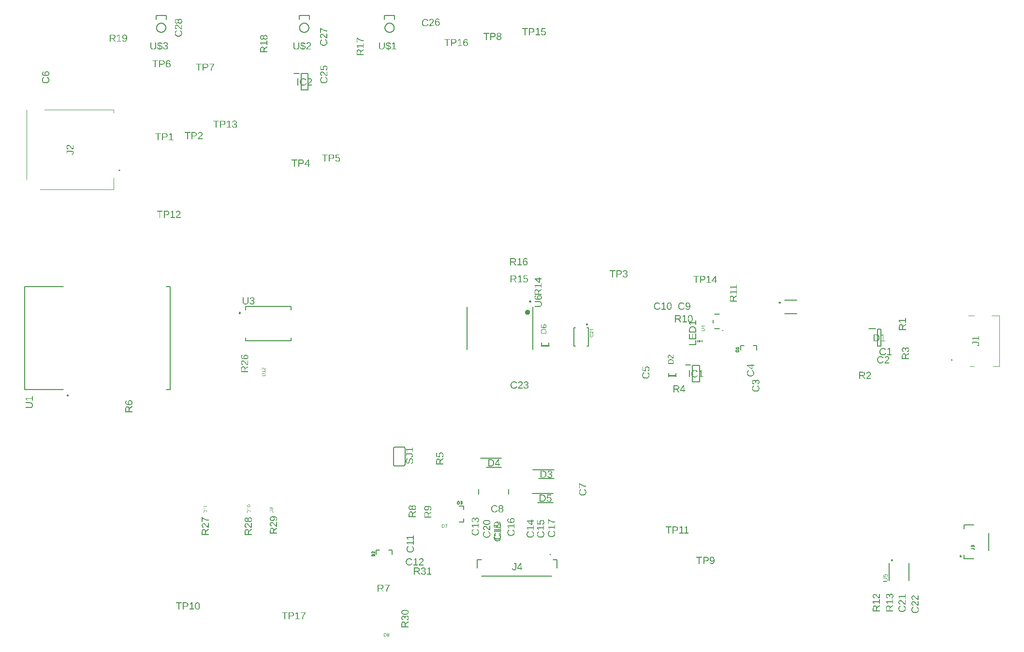
<source format=gbr>
G04 EAGLE Gerber RS-274X export*
G75*
%MOMM*%
%FSLAX34Y34*%
%LPD*%
%INSilkscreen Top*%
%IPPOS*%
%AMOC8*
5,1,8,0,0,1.08239X$1,22.5*%
G01*
G04 Define Apertures*
%ADD10C,0.127000*%
%ADD11C,0.200000*%
%ADD12C,0.150000*%
%ADD13C,0.250000*%
%ADD14C,0.100000*%
%ADD15C,0.203200*%
%ADD16C,0.152400*%
%ADD17R,0.150000X0.300000*%
%ADD18R,0.300000X0.300000*%
%ADD19C,0.254000*%
%ADD20C,0.400000*%
G36*
X1451378Y-317625D02*
X1450919Y-317613D01*
X1450477Y-317577D01*
X1450050Y-317516D01*
X1449638Y-317431D01*
X1449243Y-317322D01*
X1448863Y-317189D01*
X1448499Y-317032D01*
X1448150Y-316850D01*
X1447820Y-316646D01*
X1447510Y-316421D01*
X1447220Y-316175D01*
X1446951Y-315909D01*
X1446701Y-315621D01*
X1446472Y-315313D01*
X1446263Y-314984D01*
X1446075Y-314634D01*
X1445907Y-314266D01*
X1445762Y-313881D01*
X1445640Y-313479D01*
X1445539Y-313061D01*
X1445461Y-312626D01*
X1445406Y-312175D01*
X1445372Y-311707D01*
X1445361Y-311223D01*
X1445367Y-310859D01*
X1445386Y-310505D01*
X1445417Y-310161D01*
X1445461Y-309827D01*
X1445517Y-309503D01*
X1445585Y-309189D01*
X1445666Y-308885D01*
X1445759Y-308591D01*
X1445865Y-308307D01*
X1445984Y-308033D01*
X1446258Y-307515D01*
X1446581Y-307036D01*
X1446955Y-306598D01*
X1447373Y-306206D01*
X1447829Y-305866D01*
X1448071Y-305716D01*
X1448323Y-305579D01*
X1448584Y-305455D01*
X1448856Y-305344D01*
X1449136Y-305246D01*
X1449426Y-305161D01*
X1449726Y-305089D01*
X1450036Y-305030D01*
X1450355Y-304984D01*
X1450683Y-304951D01*
X1451022Y-304932D01*
X1451369Y-304925D01*
X1451852Y-304937D01*
X1452314Y-304973D01*
X1452756Y-305034D01*
X1453178Y-305118D01*
X1453579Y-305226D01*
X1453961Y-305359D01*
X1454322Y-305515D01*
X1454662Y-305696D01*
X1454982Y-305900D01*
X1455280Y-306128D01*
X1455556Y-306379D01*
X1455810Y-306653D01*
X1456042Y-306950D01*
X1456252Y-307271D01*
X1456440Y-307615D01*
X1456607Y-307982D01*
X1455022Y-308508D01*
X1454906Y-308246D01*
X1454774Y-308001D01*
X1454626Y-307771D01*
X1454462Y-307557D01*
X1454282Y-307359D01*
X1454085Y-307177D01*
X1453872Y-307011D01*
X1453642Y-306861D01*
X1453399Y-306728D01*
X1453145Y-306612D01*
X1452879Y-306514D01*
X1452603Y-306434D01*
X1452316Y-306372D01*
X1452017Y-306327D01*
X1451707Y-306301D01*
X1451387Y-306292D01*
X1450889Y-306312D01*
X1450419Y-306374D01*
X1449978Y-306477D01*
X1449565Y-306621D01*
X1449181Y-306807D01*
X1448825Y-307033D01*
X1448498Y-307301D01*
X1448199Y-307610D01*
X1447932Y-307955D01*
X1447701Y-308330D01*
X1447505Y-308736D01*
X1447345Y-309172D01*
X1447220Y-309639D01*
X1447131Y-310136D01*
X1447078Y-310664D01*
X1447060Y-311223D01*
X1447079Y-311776D01*
X1447134Y-312301D01*
X1447227Y-312799D01*
X1447357Y-313269D01*
X1447524Y-313711D01*
X1447728Y-314125D01*
X1447969Y-314512D01*
X1448247Y-314871D01*
X1448557Y-315194D01*
X1448892Y-315474D01*
X1449255Y-315711D01*
X1449643Y-315905D01*
X1450057Y-316056D01*
X1450498Y-316164D01*
X1450964Y-316229D01*
X1451457Y-316250D01*
X1451776Y-316240D01*
X1452085Y-316210D01*
X1452384Y-316160D01*
X1452673Y-316090D01*
X1452951Y-315999D01*
X1453220Y-315889D01*
X1453479Y-315759D01*
X1453727Y-315609D01*
X1453966Y-315438D01*
X1454195Y-315248D01*
X1454413Y-315037D01*
X1454621Y-314807D01*
X1454820Y-314556D01*
X1455008Y-314285D01*
X1455186Y-313995D01*
X1455354Y-313684D01*
X1456721Y-314367D01*
X1456521Y-314754D01*
X1456301Y-315116D01*
X1456062Y-315455D01*
X1455804Y-315771D01*
X1455527Y-316062D01*
X1455230Y-316329D01*
X1454914Y-316573D01*
X1454579Y-316793D01*
X1454227Y-316988D01*
X1453862Y-317157D01*
X1453482Y-317300D01*
X1453089Y-317417D01*
X1452682Y-317508D01*
X1452261Y-317573D01*
X1451827Y-317612D01*
X1451378Y-317625D01*
G37*
G36*
X1466488Y-317450D02*
X1458754Y-317450D01*
X1458754Y-316110D01*
X1461898Y-316110D01*
X1461898Y-306616D01*
X1459113Y-308604D01*
X1459113Y-307115D01*
X1462030Y-305109D01*
X1463483Y-305109D01*
X1463483Y-316110D01*
X1466488Y-316110D01*
X1466488Y-317450D01*
G37*
G36*
X1077222Y-237825D02*
X1076960Y-237819D01*
X1076707Y-237800D01*
X1076461Y-237768D01*
X1076224Y-237724D01*
X1075775Y-237597D01*
X1075359Y-237420D01*
X1074976Y-237192D01*
X1074626Y-236914D01*
X1074309Y-236585D01*
X1074025Y-236205D01*
X1073775Y-235777D01*
X1073558Y-235302D01*
X1073374Y-234780D01*
X1073224Y-234212D01*
X1073107Y-233598D01*
X1073024Y-232937D01*
X1072974Y-232229D01*
X1072957Y-231475D01*
X1072973Y-230705D01*
X1073022Y-229985D01*
X1073103Y-229315D01*
X1073216Y-228694D01*
X1073362Y-228124D01*
X1073541Y-227603D01*
X1073752Y-227132D01*
X1073995Y-226711D01*
X1074273Y-226339D01*
X1074589Y-226017D01*
X1074943Y-225745D01*
X1075334Y-225522D01*
X1075763Y-225348D01*
X1075991Y-225280D01*
X1076229Y-225224D01*
X1076476Y-225181D01*
X1076733Y-225150D01*
X1076999Y-225132D01*
X1077275Y-225125D01*
X1077543Y-225132D01*
X1077802Y-225150D01*
X1078053Y-225182D01*
X1078294Y-225225D01*
X1078526Y-225282D01*
X1078750Y-225351D01*
X1079170Y-225526D01*
X1079555Y-225751D01*
X1079903Y-226027D01*
X1080216Y-226352D01*
X1080494Y-226728D01*
X1080737Y-227153D01*
X1080948Y-227626D01*
X1081126Y-228147D01*
X1081272Y-228716D01*
X1081386Y-229334D01*
X1081467Y-229999D01*
X1081515Y-230713D01*
X1081532Y-231475D01*
X1081515Y-232225D01*
X1081463Y-232930D01*
X1081378Y-233588D01*
X1081259Y-234201D01*
X1081106Y-234769D01*
X1080918Y-235290D01*
X1080697Y-235766D01*
X1080441Y-236196D01*
X1080152Y-236578D01*
X1079831Y-236909D01*
X1079477Y-237189D01*
X1079091Y-237418D01*
X1078673Y-237596D01*
X1078222Y-237723D01*
X1077984Y-237768D01*
X1077738Y-237800D01*
X1077484Y-237819D01*
X1077222Y-237825D01*
G37*
%LPC*%
G36*
X1077240Y-236538D02*
X1077576Y-236518D01*
X1077890Y-236460D01*
X1078180Y-236363D01*
X1078446Y-236227D01*
X1078690Y-236052D01*
X1078910Y-235838D01*
X1079107Y-235585D01*
X1079281Y-235294D01*
X1079433Y-234962D01*
X1079564Y-234589D01*
X1079676Y-234174D01*
X1079767Y-233717D01*
X1079838Y-233219D01*
X1079888Y-232680D01*
X1079919Y-232098D01*
X1079929Y-231475D01*
X1079919Y-230830D01*
X1079890Y-230232D01*
X1079842Y-229679D01*
X1079774Y-229172D01*
X1079688Y-228711D01*
X1079581Y-228296D01*
X1079456Y-227927D01*
X1079311Y-227604D01*
X1079144Y-227323D01*
X1078952Y-227079D01*
X1078735Y-226873D01*
X1078493Y-226704D01*
X1078226Y-226573D01*
X1077934Y-226479D01*
X1077617Y-226423D01*
X1077275Y-226404D01*
X1076924Y-226423D01*
X1076599Y-226478D01*
X1076300Y-226570D01*
X1076026Y-226700D01*
X1075777Y-226866D01*
X1075555Y-227069D01*
X1075358Y-227309D01*
X1075186Y-227586D01*
X1075037Y-227906D01*
X1074908Y-228273D01*
X1074799Y-228688D01*
X1074710Y-229150D01*
X1074640Y-229660D01*
X1074591Y-230217D01*
X1074561Y-230822D01*
X1074551Y-231475D01*
X1074561Y-232110D01*
X1074591Y-232701D01*
X1074642Y-233248D01*
X1074712Y-233750D01*
X1074802Y-234209D01*
X1074913Y-234623D01*
X1075044Y-234994D01*
X1075195Y-235320D01*
X1075368Y-235606D01*
X1075564Y-235853D01*
X1075784Y-236062D01*
X1076028Y-236233D01*
X1076295Y-236366D01*
X1076587Y-236462D01*
X1076901Y-236519D01*
X1077240Y-236538D01*
G37*
%LPD*%
G36*
X1056278Y-237825D02*
X1055819Y-237813D01*
X1055377Y-237777D01*
X1054950Y-237716D01*
X1054538Y-237631D01*
X1054143Y-237522D01*
X1053763Y-237389D01*
X1053399Y-237232D01*
X1053050Y-237050D01*
X1052720Y-236846D01*
X1052410Y-236621D01*
X1052120Y-236375D01*
X1051851Y-236109D01*
X1051601Y-235821D01*
X1051372Y-235513D01*
X1051163Y-235184D01*
X1050975Y-234834D01*
X1050807Y-234466D01*
X1050662Y-234081D01*
X1050540Y-233679D01*
X1050439Y-233261D01*
X1050361Y-232826D01*
X1050306Y-232375D01*
X1050272Y-231907D01*
X1050261Y-231423D01*
X1050267Y-231059D01*
X1050286Y-230705D01*
X1050317Y-230361D01*
X1050361Y-230027D01*
X1050417Y-229703D01*
X1050485Y-229389D01*
X1050566Y-229085D01*
X1050659Y-228791D01*
X1050765Y-228507D01*
X1050884Y-228233D01*
X1051158Y-227715D01*
X1051481Y-227236D01*
X1051855Y-226798D01*
X1052273Y-226406D01*
X1052729Y-226066D01*
X1052971Y-225916D01*
X1053223Y-225779D01*
X1053484Y-225655D01*
X1053756Y-225544D01*
X1054036Y-225446D01*
X1054326Y-225361D01*
X1054626Y-225289D01*
X1054936Y-225230D01*
X1055255Y-225184D01*
X1055583Y-225151D01*
X1055922Y-225132D01*
X1056269Y-225125D01*
X1056752Y-225137D01*
X1057214Y-225173D01*
X1057656Y-225234D01*
X1058078Y-225318D01*
X1058479Y-225426D01*
X1058861Y-225559D01*
X1059222Y-225715D01*
X1059562Y-225896D01*
X1059882Y-226100D01*
X1060180Y-226328D01*
X1060456Y-226579D01*
X1060710Y-226853D01*
X1060942Y-227150D01*
X1061152Y-227471D01*
X1061340Y-227815D01*
X1061507Y-228182D01*
X1059922Y-228708D01*
X1059806Y-228446D01*
X1059674Y-228201D01*
X1059526Y-227971D01*
X1059362Y-227757D01*
X1059182Y-227559D01*
X1058985Y-227377D01*
X1058772Y-227211D01*
X1058542Y-227061D01*
X1058299Y-226928D01*
X1058045Y-226812D01*
X1057779Y-226714D01*
X1057503Y-226634D01*
X1057216Y-226572D01*
X1056917Y-226527D01*
X1056607Y-226501D01*
X1056287Y-226492D01*
X1055789Y-226512D01*
X1055319Y-226574D01*
X1054878Y-226677D01*
X1054465Y-226821D01*
X1054081Y-227007D01*
X1053725Y-227233D01*
X1053398Y-227501D01*
X1053099Y-227810D01*
X1052832Y-228155D01*
X1052601Y-228530D01*
X1052405Y-228936D01*
X1052245Y-229372D01*
X1052120Y-229839D01*
X1052031Y-230336D01*
X1051978Y-230864D01*
X1051960Y-231423D01*
X1051979Y-231976D01*
X1052034Y-232501D01*
X1052127Y-232999D01*
X1052257Y-233469D01*
X1052424Y-233911D01*
X1052628Y-234325D01*
X1052869Y-234712D01*
X1053147Y-235071D01*
X1053457Y-235394D01*
X1053792Y-235674D01*
X1054155Y-235911D01*
X1054543Y-236105D01*
X1054957Y-236256D01*
X1055398Y-236364D01*
X1055864Y-236429D01*
X1056357Y-236450D01*
X1056676Y-236440D01*
X1056985Y-236410D01*
X1057284Y-236360D01*
X1057573Y-236290D01*
X1057851Y-236199D01*
X1058120Y-236089D01*
X1058379Y-235959D01*
X1058627Y-235809D01*
X1058866Y-235638D01*
X1059095Y-235448D01*
X1059313Y-235237D01*
X1059521Y-235007D01*
X1059720Y-234756D01*
X1059908Y-234485D01*
X1060086Y-234195D01*
X1060254Y-233884D01*
X1061621Y-234567D01*
X1061421Y-234954D01*
X1061201Y-235316D01*
X1060962Y-235655D01*
X1060704Y-235971D01*
X1060427Y-236262D01*
X1060130Y-236529D01*
X1059814Y-236773D01*
X1059479Y-236993D01*
X1059127Y-237188D01*
X1058762Y-237357D01*
X1058382Y-237500D01*
X1057989Y-237617D01*
X1057582Y-237708D01*
X1057161Y-237773D01*
X1056727Y-237812D01*
X1056278Y-237825D01*
G37*
G36*
X1071388Y-237650D02*
X1063654Y-237650D01*
X1063654Y-236310D01*
X1066798Y-236310D01*
X1066798Y-226816D01*
X1064013Y-228804D01*
X1064013Y-227315D01*
X1066930Y-225309D01*
X1068383Y-225309D01*
X1068383Y-236310D01*
X1071388Y-236310D01*
X1071388Y-237650D01*
G37*
G36*
X623523Y-663039D02*
X623159Y-663033D01*
X622805Y-663014D01*
X622461Y-662983D01*
X622127Y-662940D01*
X621803Y-662883D01*
X621489Y-662815D01*
X621185Y-662734D01*
X620891Y-662641D01*
X620607Y-662535D01*
X620333Y-662416D01*
X619815Y-662142D01*
X619336Y-661819D01*
X618898Y-661445D01*
X618506Y-661027D01*
X618166Y-660571D01*
X618016Y-660329D01*
X617879Y-660077D01*
X617755Y-659816D01*
X617644Y-659544D01*
X617546Y-659264D01*
X617461Y-658974D01*
X617389Y-658674D01*
X617330Y-658364D01*
X617284Y-658045D01*
X617251Y-657717D01*
X617232Y-657379D01*
X617225Y-657031D01*
X617237Y-656548D01*
X617273Y-656086D01*
X617334Y-655644D01*
X617418Y-655222D01*
X617526Y-654821D01*
X617659Y-654439D01*
X617815Y-654078D01*
X617996Y-653738D01*
X618200Y-653418D01*
X618428Y-653120D01*
X618679Y-652844D01*
X618953Y-652590D01*
X619250Y-652358D01*
X619571Y-652148D01*
X619915Y-651960D01*
X620282Y-651793D01*
X620808Y-653378D01*
X620546Y-653494D01*
X620301Y-653626D01*
X620071Y-653774D01*
X619857Y-653938D01*
X619659Y-654118D01*
X619477Y-654315D01*
X619311Y-654529D01*
X619161Y-654758D01*
X619028Y-655001D01*
X618912Y-655255D01*
X618814Y-655521D01*
X618734Y-655797D01*
X618672Y-656084D01*
X618627Y-656383D01*
X618601Y-656693D01*
X618592Y-657013D01*
X618612Y-657511D01*
X618674Y-657981D01*
X618777Y-658422D01*
X618921Y-658835D01*
X619107Y-659219D01*
X619333Y-659575D01*
X619601Y-659902D01*
X619910Y-660201D01*
X620255Y-660468D01*
X620630Y-660700D01*
X621036Y-660895D01*
X621472Y-661055D01*
X621939Y-661180D01*
X622436Y-661269D01*
X622964Y-661322D01*
X623523Y-661340D01*
X624076Y-661321D01*
X624601Y-661266D01*
X625099Y-661173D01*
X625569Y-661043D01*
X626011Y-660876D01*
X626425Y-660672D01*
X626812Y-660431D01*
X627171Y-660153D01*
X627494Y-659843D01*
X627774Y-659508D01*
X628011Y-659145D01*
X628205Y-658757D01*
X628356Y-658343D01*
X628464Y-657903D01*
X628529Y-657436D01*
X628550Y-656943D01*
X628540Y-656624D01*
X628510Y-656315D01*
X628460Y-656016D01*
X628390Y-655727D01*
X628299Y-655449D01*
X628189Y-655180D01*
X628059Y-654921D01*
X627909Y-654673D01*
X627738Y-654434D01*
X627548Y-654205D01*
X627337Y-653987D01*
X627107Y-653779D01*
X626856Y-653580D01*
X626585Y-653392D01*
X626295Y-653214D01*
X625984Y-653046D01*
X626667Y-651679D01*
X627054Y-651879D01*
X627416Y-652099D01*
X627755Y-652338D01*
X628071Y-652596D01*
X628362Y-652873D01*
X628629Y-653170D01*
X628873Y-653486D01*
X629093Y-653821D01*
X629288Y-654173D01*
X629457Y-654538D01*
X629600Y-654918D01*
X629717Y-655311D01*
X629808Y-655718D01*
X629873Y-656139D01*
X629912Y-656573D01*
X629925Y-657022D01*
X629913Y-657481D01*
X629877Y-657923D01*
X629816Y-658350D01*
X629731Y-658762D01*
X629622Y-659157D01*
X629489Y-659537D01*
X629332Y-659901D01*
X629150Y-660250D01*
X628946Y-660580D01*
X628721Y-660890D01*
X628475Y-661180D01*
X628209Y-661449D01*
X627921Y-661699D01*
X627613Y-661928D01*
X627284Y-662137D01*
X626934Y-662325D01*
X626566Y-662493D01*
X626181Y-662638D01*
X625779Y-662760D01*
X625361Y-662861D01*
X624926Y-662939D01*
X624475Y-662995D01*
X624007Y-663028D01*
X623523Y-663039D01*
G37*
G36*
X629750Y-649646D02*
X628410Y-649646D01*
X628410Y-646502D01*
X618916Y-646502D01*
X620904Y-649287D01*
X619415Y-649287D01*
X617409Y-646371D01*
X617409Y-644917D01*
X628410Y-644917D01*
X628410Y-641912D01*
X629750Y-641912D01*
X629750Y-649646D01*
G37*
G36*
X629750Y-640990D02*
X628410Y-640990D01*
X628410Y-637846D01*
X618916Y-637846D01*
X620904Y-640631D01*
X619415Y-640631D01*
X617409Y-637714D01*
X617409Y-636260D01*
X628410Y-636260D01*
X628410Y-633256D01*
X629750Y-633256D01*
X629750Y-640990D01*
G37*
G36*
X621873Y-685825D02*
X621415Y-685813D01*
X620972Y-685777D01*
X620545Y-685716D01*
X620134Y-685631D01*
X619738Y-685522D01*
X619358Y-685389D01*
X618994Y-685232D01*
X618646Y-685050D01*
X618315Y-684846D01*
X618005Y-684621D01*
X617715Y-684375D01*
X617446Y-684109D01*
X617196Y-683821D01*
X616967Y-683513D01*
X616759Y-683184D01*
X616570Y-682834D01*
X616403Y-682466D01*
X616258Y-682081D01*
X616135Y-681679D01*
X616035Y-681261D01*
X615956Y-680826D01*
X615901Y-680375D01*
X615867Y-679907D01*
X615856Y-679423D01*
X615862Y-679059D01*
X615881Y-678705D01*
X615912Y-678361D01*
X615956Y-678027D01*
X616012Y-677703D01*
X616080Y-677389D01*
X616161Y-677085D01*
X616255Y-676791D01*
X616360Y-676507D01*
X616479Y-676233D01*
X616753Y-675715D01*
X617077Y-675236D01*
X617450Y-674798D01*
X617868Y-674406D01*
X618324Y-674066D01*
X618566Y-673916D01*
X618818Y-673779D01*
X619080Y-673655D01*
X619351Y-673544D01*
X619631Y-673446D01*
X619922Y-673361D01*
X620222Y-673289D01*
X620531Y-673230D01*
X620850Y-673184D01*
X621179Y-673151D01*
X621517Y-673132D01*
X621864Y-673125D01*
X622347Y-673137D01*
X622809Y-673173D01*
X623251Y-673234D01*
X623673Y-673318D01*
X624075Y-673426D01*
X624456Y-673559D01*
X624817Y-673715D01*
X625158Y-673896D01*
X625477Y-674100D01*
X625775Y-674328D01*
X626051Y-674579D01*
X626305Y-674853D01*
X626537Y-675150D01*
X626747Y-675471D01*
X626936Y-675815D01*
X627102Y-676182D01*
X625517Y-676708D01*
X625401Y-676446D01*
X625270Y-676201D01*
X625122Y-675971D01*
X624957Y-675757D01*
X624777Y-675559D01*
X624580Y-675377D01*
X624367Y-675211D01*
X624137Y-675061D01*
X623894Y-674928D01*
X623640Y-674812D01*
X623375Y-674714D01*
X623098Y-674634D01*
X622811Y-674572D01*
X622512Y-674527D01*
X622203Y-674501D01*
X621882Y-674492D01*
X621384Y-674512D01*
X620914Y-674574D01*
X620473Y-674677D01*
X620060Y-674821D01*
X619676Y-675007D01*
X619320Y-675233D01*
X618993Y-675501D01*
X618694Y-675810D01*
X618427Y-676155D01*
X618196Y-676530D01*
X618000Y-676936D01*
X617840Y-677372D01*
X617715Y-677839D01*
X617626Y-678336D01*
X617573Y-678864D01*
X617555Y-679423D01*
X617574Y-679976D01*
X617629Y-680501D01*
X617722Y-680999D01*
X617852Y-681469D01*
X618019Y-681911D01*
X618223Y-682325D01*
X618464Y-682712D01*
X618742Y-683071D01*
X619052Y-683394D01*
X619388Y-683674D01*
X619750Y-683911D01*
X620138Y-684105D01*
X620552Y-684256D01*
X620993Y-684364D01*
X621459Y-684429D01*
X621952Y-684450D01*
X622271Y-684440D01*
X622580Y-684410D01*
X622879Y-684360D01*
X623168Y-684290D01*
X623447Y-684199D01*
X623715Y-684089D01*
X623974Y-683959D01*
X624223Y-683809D01*
X624461Y-683638D01*
X624690Y-683448D01*
X624908Y-683237D01*
X625117Y-683007D01*
X625315Y-682756D01*
X625503Y-682485D01*
X625681Y-682195D01*
X625850Y-681884D01*
X627216Y-682567D01*
X627016Y-682954D01*
X626796Y-683316D01*
X626558Y-683655D01*
X626300Y-683971D01*
X626022Y-684262D01*
X625726Y-684529D01*
X625410Y-684773D01*
X625074Y-684993D01*
X624723Y-685188D01*
X624357Y-685357D01*
X623978Y-685500D01*
X623584Y-685617D01*
X623177Y-685708D01*
X622756Y-685773D01*
X622322Y-685812D01*
X621873Y-685825D01*
G37*
G36*
X646925Y-685650D02*
X638754Y-685650D01*
X638754Y-684538D01*
X638989Y-684040D01*
X639250Y-683573D01*
X639534Y-683136D01*
X639844Y-682729D01*
X640170Y-682346D01*
X640504Y-681982D01*
X640847Y-681637D01*
X641197Y-681310D01*
X641903Y-680698D01*
X642603Y-680132D01*
X643265Y-679589D01*
X643860Y-679046D01*
X644127Y-678771D01*
X644367Y-678490D01*
X644580Y-678202D01*
X644766Y-677907D01*
X644918Y-677600D01*
X645026Y-677272D01*
X645091Y-676925D01*
X645112Y-676559D01*
X645103Y-676312D01*
X645075Y-676079D01*
X645029Y-675861D01*
X644963Y-675657D01*
X644880Y-675467D01*
X644777Y-675291D01*
X644656Y-675129D01*
X644517Y-674982D01*
X644361Y-674851D01*
X644190Y-674737D01*
X644005Y-674641D01*
X643805Y-674562D01*
X643591Y-674500D01*
X643362Y-674457D01*
X643119Y-674430D01*
X642861Y-674422D01*
X642615Y-674430D01*
X642380Y-674456D01*
X642156Y-674499D01*
X641943Y-674558D01*
X641741Y-674635D01*
X641550Y-674729D01*
X641370Y-674841D01*
X641202Y-674969D01*
X641047Y-675113D01*
X640909Y-675270D01*
X640788Y-675442D01*
X640684Y-675627D01*
X640596Y-675826D01*
X640526Y-676039D01*
X640472Y-676266D01*
X640435Y-676506D01*
X638824Y-676357D01*
X638882Y-675997D01*
X638968Y-675655D01*
X639083Y-675332D01*
X639225Y-675028D01*
X639397Y-674743D01*
X639596Y-674477D01*
X639824Y-674230D01*
X640081Y-674001D01*
X640361Y-673796D01*
X640660Y-673618D01*
X640979Y-673467D01*
X641317Y-673344D01*
X641674Y-673248D01*
X642050Y-673180D01*
X642446Y-673139D01*
X642861Y-673125D01*
X643314Y-673139D01*
X643740Y-673180D01*
X644139Y-673249D01*
X644511Y-673345D01*
X644856Y-673469D01*
X645174Y-673620D01*
X645466Y-673799D01*
X645730Y-674006D01*
X645965Y-674237D01*
X646169Y-674492D01*
X646341Y-674770D01*
X646482Y-675071D01*
X646592Y-675395D01*
X646670Y-675742D01*
X646717Y-676113D01*
X646733Y-676506D01*
X646712Y-676865D01*
X646651Y-677222D01*
X646548Y-677578D01*
X646404Y-677934D01*
X646220Y-678288D01*
X645996Y-678643D01*
X645732Y-678998D01*
X645428Y-679353D01*
X645030Y-679756D01*
X644484Y-680257D01*
X643790Y-680855D01*
X642949Y-681551D01*
X642471Y-681953D01*
X642045Y-682334D01*
X641670Y-682695D01*
X641346Y-683036D01*
X641069Y-683363D01*
X640834Y-683685D01*
X640640Y-684000D01*
X640488Y-684310D01*
X646925Y-684310D01*
X646925Y-685650D01*
G37*
G36*
X636983Y-685650D02*
X629249Y-685650D01*
X629249Y-684310D01*
X632393Y-684310D01*
X632393Y-674816D01*
X629608Y-676804D01*
X629608Y-675315D01*
X632525Y-673309D01*
X633979Y-673309D01*
X633979Y-684310D01*
X636983Y-684310D01*
X636983Y-685650D01*
G37*
G36*
X737423Y-633039D02*
X737059Y-633033D01*
X736705Y-633014D01*
X736361Y-632983D01*
X736027Y-632940D01*
X735703Y-632883D01*
X735389Y-632815D01*
X735085Y-632734D01*
X734791Y-632641D01*
X734507Y-632535D01*
X734233Y-632416D01*
X733715Y-632142D01*
X733236Y-631819D01*
X732798Y-631445D01*
X732406Y-631027D01*
X732066Y-630571D01*
X731916Y-630329D01*
X731779Y-630077D01*
X731655Y-629816D01*
X731544Y-629544D01*
X731446Y-629264D01*
X731361Y-628974D01*
X731289Y-628674D01*
X731230Y-628364D01*
X731184Y-628045D01*
X731151Y-627717D01*
X731132Y-627379D01*
X731125Y-627031D01*
X731137Y-626548D01*
X731173Y-626086D01*
X731234Y-625644D01*
X731318Y-625222D01*
X731426Y-624821D01*
X731559Y-624439D01*
X731715Y-624078D01*
X731896Y-623738D01*
X732100Y-623418D01*
X732328Y-623120D01*
X732579Y-622844D01*
X732853Y-622590D01*
X733150Y-622358D01*
X733471Y-622148D01*
X733815Y-621960D01*
X734182Y-621793D01*
X734708Y-623378D01*
X734446Y-623494D01*
X734201Y-623626D01*
X733971Y-623774D01*
X733757Y-623938D01*
X733559Y-624118D01*
X733377Y-624315D01*
X733211Y-624529D01*
X733061Y-624758D01*
X732928Y-625001D01*
X732812Y-625255D01*
X732714Y-625521D01*
X732634Y-625797D01*
X732572Y-626084D01*
X732527Y-626383D01*
X732501Y-626693D01*
X732492Y-627013D01*
X732512Y-627511D01*
X732574Y-627981D01*
X732677Y-628422D01*
X732821Y-628835D01*
X733007Y-629219D01*
X733233Y-629575D01*
X733501Y-629902D01*
X733810Y-630201D01*
X734155Y-630468D01*
X734530Y-630700D01*
X734936Y-630895D01*
X735372Y-631055D01*
X735839Y-631180D01*
X736336Y-631269D01*
X736864Y-631322D01*
X737423Y-631340D01*
X737976Y-631321D01*
X738501Y-631266D01*
X738999Y-631173D01*
X739469Y-631043D01*
X739911Y-630876D01*
X740325Y-630672D01*
X740712Y-630431D01*
X741071Y-630153D01*
X741394Y-629843D01*
X741674Y-629508D01*
X741911Y-629145D01*
X742105Y-628757D01*
X742256Y-628343D01*
X742364Y-627903D01*
X742429Y-627436D01*
X742450Y-626943D01*
X742440Y-626624D01*
X742410Y-626315D01*
X742360Y-626016D01*
X742290Y-625727D01*
X742199Y-625449D01*
X742089Y-625180D01*
X741959Y-624921D01*
X741809Y-624673D01*
X741638Y-624434D01*
X741448Y-624205D01*
X741237Y-623987D01*
X741007Y-623779D01*
X740756Y-623580D01*
X740485Y-623392D01*
X740195Y-623214D01*
X739884Y-623046D01*
X740567Y-621679D01*
X740954Y-621879D01*
X741316Y-622099D01*
X741655Y-622338D01*
X741971Y-622596D01*
X742262Y-622873D01*
X742529Y-623170D01*
X742773Y-623486D01*
X742993Y-623821D01*
X743188Y-624173D01*
X743357Y-624538D01*
X743500Y-624918D01*
X743617Y-625311D01*
X743708Y-625718D01*
X743773Y-626139D01*
X743812Y-626573D01*
X743825Y-627022D01*
X743813Y-627481D01*
X743777Y-627923D01*
X743716Y-628350D01*
X743631Y-628762D01*
X743522Y-629157D01*
X743389Y-629537D01*
X743232Y-629901D01*
X743050Y-630250D01*
X742846Y-630580D01*
X742621Y-630890D01*
X742375Y-631180D01*
X742109Y-631449D01*
X741821Y-631699D01*
X741513Y-631928D01*
X741184Y-632137D01*
X740834Y-632325D01*
X740466Y-632493D01*
X740081Y-632638D01*
X739679Y-632760D01*
X739261Y-632861D01*
X738826Y-632939D01*
X738375Y-632995D01*
X737907Y-633028D01*
X737423Y-633039D01*
G37*
G36*
X740479Y-610361D02*
X740331Y-608732D01*
X740596Y-608684D01*
X740844Y-608621D01*
X741075Y-608541D01*
X741289Y-608445D01*
X741485Y-608333D01*
X741665Y-608206D01*
X741827Y-608062D01*
X741973Y-607902D01*
X742101Y-607726D01*
X742212Y-607533D01*
X742306Y-607325D01*
X742383Y-607101D01*
X742443Y-606860D01*
X742486Y-606604D01*
X742512Y-606331D01*
X742520Y-606043D01*
X742511Y-605753D01*
X742484Y-605479D01*
X742438Y-605221D01*
X742373Y-604980D01*
X742291Y-604754D01*
X742190Y-604544D01*
X742071Y-604350D01*
X741933Y-604173D01*
X741778Y-604014D01*
X741604Y-603876D01*
X741413Y-603759D01*
X741204Y-603664D01*
X740977Y-603589D01*
X740733Y-603536D01*
X740471Y-603505D01*
X740190Y-603494D01*
X739946Y-603506D01*
X739714Y-603542D01*
X739497Y-603603D01*
X739294Y-603688D01*
X739104Y-603797D01*
X738928Y-603930D01*
X738766Y-604087D01*
X738618Y-604269D01*
X738486Y-604474D01*
X738371Y-604700D01*
X738274Y-604947D01*
X738195Y-605216D01*
X738133Y-605507D01*
X738089Y-605818D01*
X738062Y-606152D01*
X738053Y-606507D01*
X738053Y-607400D01*
X736687Y-607400D01*
X736687Y-606542D01*
X736678Y-606227D01*
X736652Y-605930D01*
X736608Y-605652D01*
X736546Y-605391D01*
X736466Y-605149D01*
X736369Y-604925D01*
X736254Y-604719D01*
X736122Y-604532D01*
X735974Y-604365D01*
X735813Y-604220D01*
X735637Y-604097D01*
X735449Y-603996D01*
X735247Y-603918D01*
X735031Y-603863D01*
X734802Y-603829D01*
X734559Y-603818D01*
X734318Y-603827D01*
X734090Y-603854D01*
X733875Y-603900D01*
X733673Y-603964D01*
X733484Y-604045D01*
X733308Y-604146D01*
X733145Y-604264D01*
X732995Y-604400D01*
X732861Y-604555D01*
X732744Y-604727D01*
X732646Y-604917D01*
X732565Y-605124D01*
X732502Y-605349D01*
X732457Y-605592D01*
X732431Y-605852D01*
X732422Y-606130D01*
X732430Y-606385D01*
X732455Y-606626D01*
X732497Y-606856D01*
X732555Y-607073D01*
X732630Y-607277D01*
X732722Y-607469D01*
X732831Y-607649D01*
X732956Y-607816D01*
X733096Y-607969D01*
X733250Y-608104D01*
X733418Y-608223D01*
X733600Y-608325D01*
X733795Y-608411D01*
X734004Y-608479D01*
X734226Y-608530D01*
X734462Y-608565D01*
X734340Y-610150D01*
X733971Y-610092D01*
X733624Y-610006D01*
X733297Y-609892D01*
X732991Y-609749D01*
X732706Y-609577D01*
X732441Y-609378D01*
X732198Y-609150D01*
X731975Y-608894D01*
X731776Y-608613D01*
X731603Y-608314D01*
X731457Y-607995D01*
X731338Y-607658D01*
X731245Y-607300D01*
X731178Y-606924D01*
X731139Y-606528D01*
X731125Y-606113D01*
X731139Y-605661D01*
X731179Y-605236D01*
X731247Y-604837D01*
X731341Y-604463D01*
X731462Y-604115D01*
X731611Y-603793D01*
X731786Y-603497D01*
X731988Y-603227D01*
X732214Y-602986D01*
X732462Y-602777D01*
X732731Y-602600D01*
X733020Y-602455D01*
X733332Y-602342D01*
X733664Y-602262D01*
X734017Y-602214D01*
X734392Y-602198D01*
X734681Y-602208D01*
X734956Y-602239D01*
X735217Y-602291D01*
X735464Y-602363D01*
X735697Y-602456D01*
X735917Y-602570D01*
X736123Y-602704D01*
X736315Y-602859D01*
X736492Y-603034D01*
X736655Y-603227D01*
X736803Y-603439D01*
X736936Y-603670D01*
X737053Y-603920D01*
X737156Y-604188D01*
X737244Y-604475D01*
X737318Y-604781D01*
X737353Y-604781D01*
X737400Y-604445D01*
X737466Y-604128D01*
X737553Y-603830D01*
X737659Y-603551D01*
X737785Y-603291D01*
X737931Y-603051D01*
X738096Y-602829D01*
X738281Y-602627D01*
X738482Y-602446D01*
X738696Y-602290D01*
X738922Y-602157D01*
X739161Y-602049D01*
X739413Y-601964D01*
X739677Y-601904D01*
X739954Y-601868D01*
X740243Y-601856D01*
X740658Y-601873D01*
X741049Y-601924D01*
X741416Y-602009D01*
X741758Y-602128D01*
X742077Y-602280D01*
X742371Y-602467D01*
X742642Y-602688D01*
X742888Y-602942D01*
X743108Y-603228D01*
X743298Y-603543D01*
X743459Y-603887D01*
X743591Y-604260D01*
X743693Y-604662D01*
X743767Y-605093D01*
X743811Y-605554D01*
X743825Y-606043D01*
X743812Y-606499D01*
X743772Y-606932D01*
X743706Y-607342D01*
X743614Y-607728D01*
X743495Y-608090D01*
X743350Y-608428D01*
X743178Y-608743D01*
X742980Y-609034D01*
X742756Y-609299D01*
X742507Y-609535D01*
X742232Y-609744D01*
X741932Y-609924D01*
X741607Y-610075D01*
X741256Y-610199D01*
X740881Y-610294D01*
X740479Y-610361D01*
G37*
G36*
X743650Y-619646D02*
X742310Y-619646D01*
X742310Y-616502D01*
X732816Y-616502D01*
X734804Y-619287D01*
X733315Y-619287D01*
X731309Y-616371D01*
X731309Y-614917D01*
X742310Y-614917D01*
X742310Y-611912D01*
X743650Y-611912D01*
X743650Y-619646D01*
G37*
G36*
X837156Y-614632D02*
X835930Y-614632D01*
X827609Y-608983D01*
X827609Y-607328D01*
X835912Y-607328D01*
X835912Y-605593D01*
X837156Y-605593D01*
X837156Y-607328D01*
X839950Y-607328D01*
X839950Y-608816D01*
X837156Y-608816D01*
X837156Y-614632D01*
G37*
%LPC*%
G36*
X835912Y-613178D02*
X835912Y-608816D01*
X829387Y-608816D01*
X829851Y-609062D01*
X830429Y-609403D01*
X835089Y-612565D01*
X835737Y-613038D01*
X835912Y-613178D01*
G37*
%LPD*%
G36*
X833723Y-637039D02*
X833359Y-637033D01*
X833005Y-637014D01*
X832661Y-636983D01*
X832327Y-636940D01*
X832003Y-636883D01*
X831689Y-636815D01*
X831385Y-636734D01*
X831091Y-636641D01*
X830807Y-636535D01*
X830533Y-636416D01*
X830015Y-636142D01*
X829536Y-635819D01*
X829098Y-635445D01*
X828706Y-635027D01*
X828366Y-634571D01*
X828216Y-634329D01*
X828079Y-634077D01*
X827955Y-633816D01*
X827844Y-633544D01*
X827746Y-633264D01*
X827661Y-632974D01*
X827589Y-632674D01*
X827530Y-632364D01*
X827484Y-632045D01*
X827451Y-631717D01*
X827432Y-631379D01*
X827425Y-631031D01*
X827437Y-630548D01*
X827473Y-630086D01*
X827534Y-629644D01*
X827618Y-629222D01*
X827726Y-628821D01*
X827859Y-628439D01*
X828015Y-628078D01*
X828196Y-627738D01*
X828400Y-627418D01*
X828628Y-627120D01*
X828879Y-626844D01*
X829153Y-626590D01*
X829450Y-626358D01*
X829771Y-626148D01*
X830115Y-625960D01*
X830482Y-625793D01*
X831008Y-627378D01*
X830746Y-627494D01*
X830501Y-627626D01*
X830271Y-627774D01*
X830057Y-627938D01*
X829859Y-628118D01*
X829677Y-628315D01*
X829511Y-628529D01*
X829361Y-628758D01*
X829228Y-629001D01*
X829112Y-629255D01*
X829014Y-629521D01*
X828934Y-629797D01*
X828872Y-630084D01*
X828827Y-630383D01*
X828801Y-630693D01*
X828792Y-631013D01*
X828812Y-631511D01*
X828874Y-631981D01*
X828977Y-632422D01*
X829121Y-632835D01*
X829307Y-633219D01*
X829533Y-633575D01*
X829801Y-633902D01*
X830110Y-634201D01*
X830455Y-634468D01*
X830830Y-634700D01*
X831236Y-634895D01*
X831672Y-635055D01*
X832139Y-635180D01*
X832636Y-635269D01*
X833164Y-635322D01*
X833723Y-635340D01*
X834276Y-635321D01*
X834801Y-635266D01*
X835299Y-635173D01*
X835769Y-635043D01*
X836211Y-634876D01*
X836625Y-634672D01*
X837012Y-634431D01*
X837371Y-634153D01*
X837694Y-633843D01*
X837974Y-633508D01*
X838211Y-633145D01*
X838405Y-632757D01*
X838556Y-632343D01*
X838664Y-631903D01*
X838729Y-631436D01*
X838750Y-630943D01*
X838740Y-630624D01*
X838710Y-630315D01*
X838660Y-630016D01*
X838590Y-629727D01*
X838499Y-629449D01*
X838389Y-629180D01*
X838259Y-628921D01*
X838109Y-628673D01*
X837938Y-628434D01*
X837748Y-628205D01*
X837537Y-627987D01*
X837307Y-627779D01*
X837056Y-627580D01*
X836785Y-627392D01*
X836495Y-627214D01*
X836184Y-627046D01*
X836867Y-625679D01*
X837254Y-625879D01*
X837616Y-626099D01*
X837955Y-626338D01*
X838271Y-626596D01*
X838562Y-626873D01*
X838829Y-627170D01*
X839073Y-627486D01*
X839293Y-627821D01*
X839488Y-628173D01*
X839657Y-628538D01*
X839800Y-628918D01*
X839917Y-629311D01*
X840008Y-629718D01*
X840073Y-630139D01*
X840112Y-630573D01*
X840125Y-631022D01*
X840113Y-631481D01*
X840077Y-631923D01*
X840016Y-632350D01*
X839931Y-632762D01*
X839822Y-633157D01*
X839689Y-633537D01*
X839532Y-633901D01*
X839350Y-634250D01*
X839146Y-634580D01*
X838921Y-634890D01*
X838675Y-635180D01*
X838409Y-635449D01*
X838121Y-635699D01*
X837813Y-635928D01*
X837484Y-636137D01*
X837134Y-636325D01*
X836766Y-636493D01*
X836381Y-636638D01*
X835979Y-636760D01*
X835561Y-636861D01*
X835126Y-636939D01*
X834675Y-636995D01*
X834207Y-637028D01*
X833723Y-637039D01*
G37*
G36*
X839950Y-623646D02*
X838610Y-623646D01*
X838610Y-620502D01*
X829116Y-620502D01*
X831104Y-623287D01*
X829615Y-623287D01*
X827609Y-620371D01*
X827609Y-618917D01*
X838610Y-618917D01*
X838610Y-615912D01*
X839950Y-615912D01*
X839950Y-623646D01*
G37*
G36*
X851823Y-637039D02*
X851459Y-637033D01*
X851105Y-637014D01*
X850761Y-636983D01*
X850427Y-636940D01*
X850103Y-636883D01*
X849789Y-636815D01*
X849485Y-636734D01*
X849191Y-636641D01*
X848907Y-636535D01*
X848633Y-636416D01*
X848115Y-636142D01*
X847636Y-635819D01*
X847198Y-635445D01*
X846806Y-635027D01*
X846466Y-634571D01*
X846316Y-634329D01*
X846179Y-634077D01*
X846055Y-633816D01*
X845944Y-633544D01*
X845846Y-633264D01*
X845761Y-632974D01*
X845689Y-632674D01*
X845630Y-632364D01*
X845584Y-632045D01*
X845551Y-631717D01*
X845532Y-631379D01*
X845525Y-631031D01*
X845537Y-630548D01*
X845573Y-630086D01*
X845634Y-629644D01*
X845718Y-629222D01*
X845826Y-628821D01*
X845959Y-628439D01*
X846115Y-628078D01*
X846296Y-627738D01*
X846500Y-627418D01*
X846728Y-627120D01*
X846979Y-626844D01*
X847253Y-626590D01*
X847550Y-626358D01*
X847871Y-626148D01*
X848215Y-625960D01*
X848582Y-625793D01*
X849108Y-627378D01*
X848846Y-627494D01*
X848601Y-627626D01*
X848371Y-627774D01*
X848157Y-627938D01*
X847959Y-628118D01*
X847777Y-628315D01*
X847611Y-628529D01*
X847461Y-628758D01*
X847328Y-629001D01*
X847212Y-629255D01*
X847114Y-629521D01*
X847034Y-629797D01*
X846972Y-630084D01*
X846927Y-630383D01*
X846901Y-630693D01*
X846892Y-631013D01*
X846912Y-631511D01*
X846974Y-631981D01*
X847077Y-632422D01*
X847221Y-632835D01*
X847407Y-633219D01*
X847633Y-633575D01*
X847901Y-633902D01*
X848210Y-634201D01*
X848555Y-634468D01*
X848930Y-634700D01*
X849336Y-634895D01*
X849772Y-635055D01*
X850239Y-635180D01*
X850736Y-635269D01*
X851264Y-635322D01*
X851823Y-635340D01*
X852376Y-635321D01*
X852901Y-635266D01*
X853399Y-635173D01*
X853869Y-635043D01*
X854311Y-634876D01*
X854725Y-634672D01*
X855112Y-634431D01*
X855471Y-634153D01*
X855794Y-633843D01*
X856074Y-633508D01*
X856311Y-633145D01*
X856505Y-632757D01*
X856656Y-632343D01*
X856764Y-631903D01*
X856829Y-631436D01*
X856850Y-630943D01*
X856840Y-630624D01*
X856810Y-630315D01*
X856760Y-630016D01*
X856690Y-629727D01*
X856599Y-629449D01*
X856489Y-629180D01*
X856359Y-628921D01*
X856209Y-628673D01*
X856038Y-628434D01*
X855848Y-628205D01*
X855637Y-627987D01*
X855407Y-627779D01*
X855156Y-627580D01*
X854885Y-627392D01*
X854595Y-627214D01*
X854284Y-627046D01*
X854967Y-625679D01*
X855354Y-625879D01*
X855716Y-626099D01*
X856055Y-626338D01*
X856371Y-626596D01*
X856662Y-626873D01*
X856929Y-627170D01*
X857173Y-627486D01*
X857393Y-627821D01*
X857588Y-628173D01*
X857757Y-628538D01*
X857900Y-628918D01*
X858017Y-629311D01*
X858108Y-629718D01*
X858173Y-630139D01*
X858212Y-630573D01*
X858225Y-631022D01*
X858213Y-631481D01*
X858177Y-631923D01*
X858116Y-632350D01*
X858031Y-632762D01*
X857922Y-633157D01*
X857789Y-633537D01*
X857632Y-633901D01*
X857450Y-634250D01*
X857246Y-634580D01*
X857021Y-634890D01*
X856775Y-635180D01*
X856509Y-635449D01*
X856221Y-635699D01*
X855913Y-635928D01*
X855584Y-636137D01*
X855234Y-636325D01*
X854866Y-636493D01*
X854481Y-636638D01*
X854079Y-636760D01*
X853661Y-636861D01*
X853226Y-636939D01*
X852775Y-636995D01*
X852307Y-637028D01*
X851823Y-637039D01*
G37*
G36*
X855291Y-614326D02*
X855107Y-612732D01*
X855329Y-612663D01*
X855536Y-612582D01*
X855729Y-612489D01*
X855908Y-612384D01*
X856072Y-612266D01*
X856223Y-612137D01*
X856359Y-611995D01*
X856480Y-611840D01*
X856587Y-611674D01*
X856680Y-611495D01*
X856759Y-611304D01*
X856823Y-611101D01*
X856873Y-610885D01*
X856909Y-610658D01*
X856931Y-610418D01*
X856938Y-610165D01*
X856926Y-609856D01*
X856890Y-609565D01*
X856830Y-609290D01*
X856746Y-609033D01*
X856638Y-608793D01*
X856507Y-608571D01*
X856351Y-608365D01*
X856171Y-608177D01*
X855971Y-608009D01*
X855752Y-607863D01*
X855516Y-607739D01*
X855262Y-607638D01*
X854989Y-607560D01*
X854699Y-607504D01*
X854391Y-607470D01*
X854065Y-607459D01*
X853781Y-607470D01*
X853510Y-607504D01*
X853254Y-607560D01*
X853012Y-607640D01*
X852783Y-607741D01*
X852569Y-607865D01*
X852368Y-608012D01*
X852182Y-608181D01*
X852013Y-608370D01*
X851868Y-608574D01*
X851744Y-608794D01*
X851643Y-609030D01*
X851565Y-609281D01*
X851508Y-609549D01*
X851475Y-609832D01*
X851464Y-610130D01*
X851476Y-610444D01*
X851514Y-610748D01*
X851577Y-611040D01*
X851665Y-611321D01*
X851783Y-611597D01*
X851937Y-611873D01*
X852125Y-612149D01*
X852348Y-612425D01*
X852348Y-613966D01*
X845709Y-613555D01*
X845709Y-606539D01*
X847049Y-606539D01*
X847049Y-612118D01*
X850964Y-612355D01*
X850780Y-612091D01*
X850620Y-611811D01*
X850484Y-611516D01*
X850373Y-611205D01*
X850287Y-610879D01*
X850225Y-610537D01*
X850188Y-610179D01*
X850176Y-609806D01*
X850193Y-609362D01*
X850243Y-608942D01*
X850326Y-608544D01*
X850443Y-608169D01*
X850593Y-607818D01*
X850777Y-607490D01*
X850994Y-607185D01*
X851245Y-606903D01*
X851522Y-606649D01*
X851819Y-606429D01*
X852137Y-606244D01*
X852475Y-606091D01*
X852833Y-605973D01*
X853212Y-605889D01*
X853611Y-605838D01*
X854030Y-605821D01*
X854505Y-605839D01*
X854954Y-605894D01*
X855378Y-605984D01*
X855775Y-606111D01*
X856146Y-606274D01*
X856492Y-606474D01*
X856811Y-606710D01*
X857104Y-606982D01*
X857367Y-607286D01*
X857595Y-607618D01*
X857787Y-607978D01*
X857945Y-608366D01*
X858068Y-608783D01*
X858155Y-609227D01*
X858208Y-609700D01*
X858225Y-610200D01*
X858213Y-610621D01*
X858178Y-611021D01*
X858119Y-611401D01*
X858037Y-611759D01*
X857931Y-612097D01*
X857802Y-612414D01*
X857649Y-612710D01*
X857472Y-612986D01*
X857273Y-613238D01*
X857053Y-613467D01*
X856812Y-613671D01*
X856550Y-613850D01*
X856267Y-614006D01*
X855963Y-614137D01*
X855637Y-614243D01*
X855291Y-614326D01*
G37*
G36*
X858050Y-623646D02*
X856710Y-623646D01*
X856710Y-620502D01*
X847216Y-620502D01*
X849204Y-623287D01*
X847715Y-623287D01*
X845709Y-620371D01*
X845709Y-618917D01*
X856710Y-618917D01*
X856710Y-615912D01*
X858050Y-615912D01*
X858050Y-623646D01*
G37*
G36*
X800264Y-611133D02*
X799486Y-611115D01*
X798755Y-611061D01*
X798069Y-610972D01*
X797431Y-610846D01*
X796839Y-610685D01*
X796293Y-610487D01*
X795794Y-610254D01*
X795342Y-609986D01*
X794940Y-609683D01*
X794591Y-609351D01*
X794296Y-608988D01*
X794054Y-608595D01*
X793867Y-608172D01*
X793793Y-607948D01*
X793733Y-607718D01*
X793686Y-607479D01*
X793652Y-607233D01*
X793632Y-606980D01*
X793625Y-606719D01*
X793635Y-606377D01*
X793665Y-606052D01*
X793714Y-605744D01*
X793782Y-605451D01*
X793871Y-605174D01*
X793979Y-604914D01*
X794106Y-604669D01*
X794254Y-604441D01*
X794421Y-604229D01*
X794607Y-604034D01*
X794813Y-603854D01*
X795039Y-603690D01*
X795285Y-603543D01*
X795550Y-603412D01*
X795835Y-603297D01*
X796139Y-603198D01*
X796411Y-604704D01*
X796057Y-604837D01*
X795751Y-605005D01*
X795493Y-605207D01*
X795281Y-605444D01*
X795116Y-605715D01*
X794998Y-606021D01*
X794928Y-606361D01*
X794904Y-606736D01*
X794924Y-607064D01*
X794983Y-607372D01*
X795081Y-607662D01*
X795218Y-607933D01*
X795395Y-608184D01*
X795611Y-608417D01*
X795866Y-608630D01*
X796161Y-608825D01*
X796493Y-608998D01*
X796860Y-609149D01*
X797262Y-609276D01*
X797699Y-609380D01*
X798172Y-609461D01*
X798679Y-609519D01*
X799222Y-609554D01*
X799800Y-609565D01*
X799425Y-609329D01*
X799098Y-609048D01*
X798819Y-608724D01*
X798587Y-608356D01*
X798405Y-607952D01*
X798275Y-607520D01*
X798230Y-607293D01*
X798197Y-607059D01*
X798177Y-606818D01*
X798171Y-606570D01*
X798188Y-606154D01*
X798238Y-605760D01*
X798321Y-605388D01*
X798438Y-605038D01*
X798588Y-604710D01*
X798772Y-604404D01*
X798989Y-604121D01*
X799240Y-603859D01*
X799518Y-603624D01*
X799820Y-603420D01*
X800144Y-603248D01*
X800492Y-603107D01*
X800863Y-602997D01*
X801256Y-602919D01*
X801673Y-602872D01*
X802112Y-602856D01*
X802588Y-602873D01*
X803037Y-602922D01*
X803461Y-603005D01*
X803860Y-603121D01*
X804232Y-603270D01*
X804579Y-603452D01*
X804900Y-603667D01*
X805195Y-603916D01*
X805460Y-604193D01*
X805690Y-604496D01*
X805884Y-604824D01*
X806043Y-605177D01*
X806166Y-605555D01*
X806255Y-605959D01*
X806308Y-606387D01*
X806325Y-606841D01*
X806319Y-607098D01*
X806301Y-607347D01*
X806228Y-607822D01*
X806107Y-608267D01*
X805938Y-608681D01*
X805720Y-609064D01*
X805453Y-609416D01*
X805138Y-609738D01*
X804775Y-610029D01*
X804365Y-610288D01*
X803912Y-610512D01*
X803414Y-610702D01*
X802872Y-610857D01*
X802286Y-610978D01*
X801656Y-611064D01*
X800982Y-611116D01*
X800264Y-611133D01*
G37*
%LPC*%
G36*
X801806Y-609407D02*
X802155Y-609396D01*
X802487Y-609363D01*
X802804Y-609308D01*
X803104Y-609231D01*
X803388Y-609132D01*
X803657Y-609011D01*
X803909Y-608868D01*
X804144Y-608702D01*
X804358Y-608520D01*
X804543Y-608325D01*
X804699Y-608118D01*
X804827Y-607898D01*
X804927Y-607665D01*
X804998Y-607421D01*
X805041Y-607163D01*
X805055Y-606894D01*
X805043Y-606617D01*
X805007Y-606355D01*
X804947Y-606109D01*
X804864Y-605878D01*
X804756Y-605662D01*
X804624Y-605462D01*
X804468Y-605277D01*
X804289Y-605107D01*
X804088Y-604955D01*
X803870Y-604823D01*
X803633Y-604712D01*
X803379Y-604621D01*
X803107Y-604550D01*
X802817Y-604499D01*
X802508Y-604469D01*
X802182Y-604459D01*
X801857Y-604469D01*
X801551Y-604500D01*
X801264Y-604551D01*
X800996Y-604623D01*
X800747Y-604715D01*
X800517Y-604828D01*
X800307Y-604962D01*
X800115Y-605116D01*
X799945Y-605288D01*
X799797Y-605477D01*
X799672Y-605681D01*
X799570Y-605902D01*
X799491Y-606139D01*
X799434Y-606392D01*
X799400Y-606661D01*
X799388Y-606946D01*
X799398Y-607216D01*
X799429Y-607472D01*
X799479Y-607714D01*
X799549Y-607944D01*
X799640Y-608160D01*
X799751Y-608363D01*
X799881Y-608552D01*
X800032Y-608729D01*
X800201Y-608888D01*
X800384Y-609026D01*
X800583Y-609142D01*
X800797Y-609238D01*
X801027Y-609312D01*
X801271Y-609365D01*
X801531Y-609397D01*
X801806Y-609407D01*
G37*
%LPD*%
G36*
X799923Y-634039D02*
X799559Y-634033D01*
X799205Y-634014D01*
X798861Y-633983D01*
X798527Y-633940D01*
X798203Y-633883D01*
X797889Y-633815D01*
X797585Y-633734D01*
X797291Y-633641D01*
X797007Y-633535D01*
X796733Y-633416D01*
X796215Y-633142D01*
X795736Y-632819D01*
X795298Y-632445D01*
X794906Y-632027D01*
X794566Y-631571D01*
X794416Y-631329D01*
X794279Y-631077D01*
X794155Y-630816D01*
X794044Y-630544D01*
X793946Y-630264D01*
X793861Y-629974D01*
X793789Y-629674D01*
X793730Y-629364D01*
X793684Y-629045D01*
X793651Y-628717D01*
X793632Y-628379D01*
X793625Y-628031D01*
X793637Y-627548D01*
X793673Y-627086D01*
X793734Y-626644D01*
X793818Y-626222D01*
X793926Y-625821D01*
X794059Y-625439D01*
X794215Y-625078D01*
X794396Y-624738D01*
X794600Y-624418D01*
X794828Y-624120D01*
X795079Y-623844D01*
X795353Y-623590D01*
X795650Y-623358D01*
X795971Y-623148D01*
X796315Y-622960D01*
X796682Y-622793D01*
X797208Y-624378D01*
X796946Y-624494D01*
X796701Y-624626D01*
X796471Y-624774D01*
X796257Y-624938D01*
X796059Y-625118D01*
X795877Y-625315D01*
X795711Y-625529D01*
X795561Y-625758D01*
X795428Y-626001D01*
X795312Y-626255D01*
X795214Y-626521D01*
X795134Y-626797D01*
X795072Y-627084D01*
X795027Y-627383D01*
X795001Y-627693D01*
X794992Y-628013D01*
X795012Y-628511D01*
X795074Y-628981D01*
X795177Y-629422D01*
X795321Y-629835D01*
X795507Y-630219D01*
X795733Y-630575D01*
X796001Y-630902D01*
X796310Y-631201D01*
X796655Y-631468D01*
X797030Y-631700D01*
X797436Y-631895D01*
X797872Y-632055D01*
X798339Y-632180D01*
X798836Y-632269D01*
X799364Y-632322D01*
X799923Y-632340D01*
X800476Y-632321D01*
X801001Y-632266D01*
X801499Y-632173D01*
X801969Y-632043D01*
X802411Y-631876D01*
X802825Y-631672D01*
X803212Y-631431D01*
X803571Y-631153D01*
X803894Y-630843D01*
X804174Y-630508D01*
X804411Y-630145D01*
X804605Y-629757D01*
X804756Y-629343D01*
X804864Y-628903D01*
X804929Y-628436D01*
X804950Y-627943D01*
X804940Y-627624D01*
X804910Y-627315D01*
X804860Y-627016D01*
X804790Y-626727D01*
X804699Y-626449D01*
X804589Y-626180D01*
X804459Y-625921D01*
X804309Y-625673D01*
X804138Y-625434D01*
X803948Y-625205D01*
X803737Y-624987D01*
X803507Y-624779D01*
X803256Y-624580D01*
X802985Y-624392D01*
X802695Y-624214D01*
X802384Y-624046D01*
X803067Y-622679D01*
X803454Y-622879D01*
X803816Y-623099D01*
X804155Y-623338D01*
X804471Y-623596D01*
X804762Y-623873D01*
X805029Y-624170D01*
X805273Y-624486D01*
X805493Y-624821D01*
X805688Y-625173D01*
X805857Y-625538D01*
X806000Y-625918D01*
X806117Y-626311D01*
X806208Y-626718D01*
X806273Y-627139D01*
X806312Y-627573D01*
X806325Y-628022D01*
X806313Y-628481D01*
X806277Y-628923D01*
X806216Y-629350D01*
X806131Y-629762D01*
X806022Y-630157D01*
X805889Y-630537D01*
X805732Y-630901D01*
X805550Y-631250D01*
X805346Y-631580D01*
X805121Y-631890D01*
X804875Y-632180D01*
X804609Y-632449D01*
X804321Y-632699D01*
X804013Y-632928D01*
X803684Y-633137D01*
X803334Y-633325D01*
X802966Y-633493D01*
X802581Y-633638D01*
X802179Y-633760D01*
X801761Y-633861D01*
X801326Y-633939D01*
X800875Y-633995D01*
X800407Y-634028D01*
X799923Y-634039D01*
G37*
G36*
X806150Y-620646D02*
X804810Y-620646D01*
X804810Y-617502D01*
X795316Y-617502D01*
X797304Y-620287D01*
X795815Y-620287D01*
X793809Y-617371D01*
X793809Y-615917D01*
X804810Y-615917D01*
X804810Y-612912D01*
X806150Y-612912D01*
X806150Y-620646D01*
G37*
G36*
X871023Y-636039D02*
X870659Y-636033D01*
X870305Y-636014D01*
X869961Y-635983D01*
X869627Y-635940D01*
X869303Y-635883D01*
X868989Y-635815D01*
X868685Y-635734D01*
X868391Y-635641D01*
X868107Y-635535D01*
X867833Y-635416D01*
X867315Y-635142D01*
X866836Y-634819D01*
X866398Y-634445D01*
X866006Y-634027D01*
X865666Y-633571D01*
X865516Y-633329D01*
X865379Y-633077D01*
X865255Y-632816D01*
X865144Y-632544D01*
X865046Y-632264D01*
X864961Y-631974D01*
X864889Y-631674D01*
X864830Y-631364D01*
X864784Y-631045D01*
X864751Y-630717D01*
X864732Y-630379D01*
X864725Y-630031D01*
X864737Y-629548D01*
X864773Y-629086D01*
X864834Y-628644D01*
X864918Y-628222D01*
X865026Y-627821D01*
X865159Y-627439D01*
X865315Y-627078D01*
X865496Y-626738D01*
X865700Y-626418D01*
X865928Y-626120D01*
X866179Y-625844D01*
X866453Y-625590D01*
X866750Y-625358D01*
X867071Y-625148D01*
X867415Y-624960D01*
X867782Y-624793D01*
X868308Y-626378D01*
X868046Y-626494D01*
X867801Y-626626D01*
X867571Y-626774D01*
X867357Y-626938D01*
X867159Y-627118D01*
X866977Y-627315D01*
X866811Y-627529D01*
X866661Y-627758D01*
X866528Y-628001D01*
X866412Y-628255D01*
X866314Y-628521D01*
X866234Y-628797D01*
X866172Y-629084D01*
X866127Y-629383D01*
X866101Y-629693D01*
X866092Y-630013D01*
X866112Y-630511D01*
X866174Y-630981D01*
X866277Y-631422D01*
X866421Y-631835D01*
X866607Y-632219D01*
X866833Y-632575D01*
X867101Y-632902D01*
X867410Y-633201D01*
X867755Y-633468D01*
X868130Y-633700D01*
X868536Y-633895D01*
X868972Y-634055D01*
X869439Y-634180D01*
X869936Y-634269D01*
X870464Y-634322D01*
X871023Y-634340D01*
X871576Y-634321D01*
X872101Y-634266D01*
X872599Y-634173D01*
X873069Y-634043D01*
X873511Y-633876D01*
X873925Y-633672D01*
X874312Y-633431D01*
X874671Y-633153D01*
X874994Y-632843D01*
X875274Y-632508D01*
X875511Y-632145D01*
X875705Y-631757D01*
X875856Y-631343D01*
X875964Y-630903D01*
X876029Y-630436D01*
X876050Y-629943D01*
X876040Y-629624D01*
X876010Y-629315D01*
X875960Y-629016D01*
X875890Y-628727D01*
X875799Y-628449D01*
X875689Y-628180D01*
X875559Y-627921D01*
X875409Y-627673D01*
X875238Y-627434D01*
X875048Y-627205D01*
X874837Y-626987D01*
X874607Y-626779D01*
X874356Y-626580D01*
X874085Y-626392D01*
X873795Y-626214D01*
X873484Y-626046D01*
X874167Y-624679D01*
X874554Y-624879D01*
X874916Y-625099D01*
X875255Y-625338D01*
X875571Y-625596D01*
X875862Y-625873D01*
X876129Y-626170D01*
X876373Y-626486D01*
X876593Y-626821D01*
X876788Y-627173D01*
X876957Y-627538D01*
X877100Y-627918D01*
X877217Y-628311D01*
X877308Y-628718D01*
X877373Y-629139D01*
X877412Y-629573D01*
X877425Y-630022D01*
X877413Y-630481D01*
X877377Y-630923D01*
X877316Y-631350D01*
X877231Y-631762D01*
X877122Y-632157D01*
X876989Y-632537D01*
X876832Y-632901D01*
X876650Y-633250D01*
X876446Y-633580D01*
X876221Y-633890D01*
X875975Y-634180D01*
X875709Y-634449D01*
X875421Y-634699D01*
X875113Y-634928D01*
X874784Y-635137D01*
X874434Y-635325D01*
X874066Y-635493D01*
X873681Y-635638D01*
X873279Y-635760D01*
X872861Y-635861D01*
X872426Y-635939D01*
X871975Y-635995D01*
X871507Y-636028D01*
X871023Y-636039D01*
G37*
G36*
X877250Y-622646D02*
X875910Y-622646D01*
X875910Y-619502D01*
X866416Y-619502D01*
X868404Y-622287D01*
X866915Y-622287D01*
X864909Y-619371D01*
X864909Y-617917D01*
X875910Y-617917D01*
X875910Y-614912D01*
X877250Y-614912D01*
X877250Y-622646D01*
G37*
G36*
X866249Y-613124D02*
X864909Y-613124D01*
X864909Y-604970D01*
X866188Y-604970D01*
X867555Y-605846D01*
X868765Y-606584D01*
X869819Y-607182D01*
X870716Y-607641D01*
X871532Y-608007D01*
X872343Y-608323D01*
X873148Y-608591D01*
X873948Y-608811D01*
X874752Y-608981D01*
X875571Y-609103D01*
X876403Y-609176D01*
X876825Y-609194D01*
X877250Y-609200D01*
X877250Y-610847D01*
X876655Y-610831D01*
X876052Y-610784D01*
X875441Y-610706D01*
X874823Y-610596D01*
X874197Y-610455D01*
X873562Y-610283D01*
X872921Y-610079D01*
X872271Y-609844D01*
X871605Y-609572D01*
X870914Y-609259D01*
X870199Y-608903D01*
X869458Y-608505D01*
X868693Y-608065D01*
X867903Y-607584D01*
X867089Y-607060D01*
X866249Y-606494D01*
X866249Y-613124D01*
G37*
G36*
X779025Y-620464D02*
X778729Y-620453D01*
X778445Y-620421D01*
X778173Y-620367D01*
X777913Y-620291D01*
X777665Y-620194D01*
X777429Y-620075D01*
X777205Y-619935D01*
X776993Y-619772D01*
X776798Y-619593D01*
X776622Y-619402D01*
X776467Y-619199D01*
X776332Y-618984D01*
X776218Y-618757D01*
X776123Y-618518D01*
X776049Y-618266D01*
X775995Y-618003D01*
X775960Y-618003D01*
X775892Y-618248D01*
X775807Y-618480D01*
X775705Y-618699D01*
X775586Y-618904D01*
X775449Y-619096D01*
X775295Y-619275D01*
X775124Y-619441D01*
X774935Y-619593D01*
X774734Y-619729D01*
X774524Y-619848D01*
X774306Y-619948D01*
X774079Y-620030D01*
X773844Y-620093D01*
X773600Y-620139D01*
X773348Y-620166D01*
X773087Y-620175D01*
X772743Y-620159D01*
X772415Y-620109D01*
X772105Y-620027D01*
X771811Y-619911D01*
X771533Y-619763D01*
X771272Y-619582D01*
X771028Y-619367D01*
X770801Y-619120D01*
X770596Y-618845D01*
X770418Y-618547D01*
X770267Y-618227D01*
X770144Y-617884D01*
X770048Y-617518D01*
X769980Y-617130D01*
X769939Y-616720D01*
X769925Y-616286D01*
X769939Y-615843D01*
X769979Y-615423D01*
X770046Y-615028D01*
X770140Y-614656D01*
X770261Y-614309D01*
X770408Y-613985D01*
X770582Y-613685D01*
X770784Y-613409D01*
X771008Y-613162D01*
X771251Y-612948D01*
X771512Y-612766D01*
X771793Y-612618D01*
X772093Y-612502D01*
X772411Y-612420D01*
X772748Y-612370D01*
X773105Y-612354D01*
X773365Y-612363D01*
X773618Y-612391D01*
X773861Y-612436D01*
X774097Y-612501D01*
X774323Y-612583D01*
X774542Y-612684D01*
X774751Y-612803D01*
X774953Y-612941D01*
X775141Y-613094D01*
X775310Y-613261D01*
X775325Y-613279D01*
X775461Y-613441D01*
X775594Y-613635D01*
X775709Y-613842D01*
X775805Y-614062D01*
X775883Y-614296D01*
X775942Y-614543D01*
X775977Y-614543D01*
X776035Y-614256D01*
X776112Y-613985D01*
X776209Y-613731D01*
X776325Y-613492D01*
X776460Y-613271D01*
X776614Y-613065D01*
X776787Y-612877D01*
X776943Y-612738D01*
X776980Y-612704D01*
X777189Y-612550D01*
X777411Y-612417D01*
X777645Y-612304D01*
X777892Y-612212D01*
X778152Y-612140D01*
X778425Y-612088D01*
X778710Y-612058D01*
X779008Y-612047D01*
X779423Y-612064D01*
X779815Y-612115D01*
X780183Y-612200D01*
X780528Y-612319D01*
X780849Y-612472D01*
X781146Y-612658D01*
X781420Y-612879D01*
X781671Y-613133D01*
X781894Y-613420D01*
X782088Y-613736D01*
X782252Y-614081D01*
X782387Y-614456D01*
X782491Y-614860D01*
X782566Y-615295D01*
X782610Y-615758D01*
X782625Y-616251D01*
X782611Y-616733D01*
X782567Y-617187D01*
X782493Y-617615D01*
X782391Y-618015D01*
X782259Y-618389D01*
X782098Y-618735D01*
X781908Y-619055D01*
X781688Y-619348D01*
X781441Y-619609D01*
X781170Y-619836D01*
X780874Y-620028D01*
X780554Y-620185D01*
X780209Y-620307D01*
X779839Y-620394D01*
X779444Y-620447D01*
X779025Y-620464D01*
G37*
%LPC*%
G36*
X778894Y-618835D02*
X779203Y-618825D01*
X779491Y-618795D01*
X779760Y-618744D01*
X780009Y-618673D01*
X780238Y-618581D01*
X780447Y-618469D01*
X780636Y-618337D01*
X780806Y-618185D01*
X780955Y-618012D01*
X781084Y-617819D01*
X781194Y-617606D01*
X781284Y-617372D01*
X781353Y-617118D01*
X781403Y-616844D01*
X781433Y-616549D01*
X781443Y-616234D01*
X781433Y-615922D01*
X781404Y-615631D01*
X781356Y-615361D01*
X781288Y-615111D01*
X781202Y-614881D01*
X781095Y-614672D01*
X780970Y-614484D01*
X780825Y-614316D01*
X780660Y-614168D01*
X780471Y-614040D01*
X780259Y-613931D01*
X780025Y-613843D01*
X779768Y-613774D01*
X779488Y-613725D01*
X779185Y-613695D01*
X778859Y-613685D01*
X778581Y-613696D01*
X778321Y-613728D01*
X778078Y-613781D01*
X777853Y-613856D01*
X777645Y-613952D01*
X777456Y-614069D01*
X777284Y-614208D01*
X777129Y-614368D01*
X776993Y-614548D01*
X776874Y-614744D01*
X776774Y-614958D01*
X776692Y-615189D01*
X776629Y-615438D01*
X776583Y-615703D01*
X776556Y-615986D01*
X776547Y-616286D01*
X776557Y-616578D01*
X776586Y-616854D01*
X776635Y-617112D01*
X776703Y-617355D01*
X776791Y-617581D01*
X776899Y-617791D01*
X777026Y-617984D01*
X777173Y-618161D01*
X777337Y-618319D01*
X777515Y-618456D01*
X777709Y-618572D01*
X777916Y-618667D01*
X778139Y-618740D01*
X778376Y-618793D01*
X778628Y-618825D01*
X778894Y-618835D01*
G37*
G36*
X773192Y-618564D02*
X773449Y-618554D01*
X773691Y-618526D01*
X773916Y-618479D01*
X774126Y-618414D01*
X774320Y-618329D01*
X774499Y-618226D01*
X774661Y-618104D01*
X774808Y-617964D01*
X774939Y-617806D01*
X775052Y-617633D01*
X775147Y-617444D01*
X775225Y-617240D01*
X775286Y-617020D01*
X775330Y-616785D01*
X775356Y-616535D01*
X775364Y-616269D01*
X775356Y-615999D01*
X775332Y-615746D01*
X775292Y-615509D01*
X775236Y-615289D01*
X775164Y-615085D01*
X775076Y-614898D01*
X774972Y-614728D01*
X774852Y-614574D01*
X774714Y-614438D01*
X774556Y-614319D01*
X774378Y-614219D01*
X774181Y-614137D01*
X773963Y-614074D01*
X773726Y-614028D01*
X773469Y-614001D01*
X773192Y-613992D01*
X772939Y-614001D01*
X772702Y-614028D01*
X772481Y-614072D01*
X772276Y-614135D01*
X772088Y-614216D01*
X771917Y-614314D01*
X771761Y-614431D01*
X771622Y-614565D01*
X771500Y-614718D01*
X771393Y-614888D01*
X771303Y-615076D01*
X771230Y-615282D01*
X771173Y-615507D01*
X771132Y-615749D01*
X771107Y-616009D01*
X771099Y-616286D01*
X771107Y-616556D01*
X771132Y-616809D01*
X771173Y-617046D01*
X771230Y-617266D01*
X771304Y-617470D01*
X771395Y-617657D01*
X771501Y-617827D01*
X771624Y-617981D01*
X771764Y-618118D01*
X771920Y-618236D01*
X772091Y-618336D01*
X772279Y-618418D01*
X772483Y-618482D01*
X772703Y-618527D01*
X772940Y-618555D01*
X773192Y-618564D01*
G37*
%LPD*%
G36*
X776223Y-643239D02*
X775859Y-643233D01*
X775505Y-643214D01*
X775161Y-643183D01*
X774827Y-643140D01*
X774503Y-643083D01*
X774189Y-643015D01*
X773885Y-642934D01*
X773591Y-642841D01*
X773307Y-642735D01*
X773033Y-642616D01*
X772515Y-642342D01*
X772036Y-642019D01*
X771598Y-641645D01*
X771206Y-641227D01*
X770866Y-640771D01*
X770716Y-640529D01*
X770579Y-640277D01*
X770455Y-640016D01*
X770344Y-639744D01*
X770246Y-639464D01*
X770161Y-639174D01*
X770089Y-638874D01*
X770030Y-638564D01*
X769984Y-638245D01*
X769951Y-637917D01*
X769932Y-637579D01*
X769925Y-637231D01*
X769937Y-636748D01*
X769973Y-636286D01*
X770034Y-635844D01*
X770118Y-635422D01*
X770226Y-635021D01*
X770359Y-634639D01*
X770515Y-634278D01*
X770696Y-633938D01*
X770900Y-633618D01*
X771128Y-633320D01*
X771379Y-633044D01*
X771653Y-632790D01*
X771950Y-632558D01*
X772271Y-632348D01*
X772615Y-632160D01*
X772982Y-631993D01*
X773508Y-633578D01*
X773246Y-633694D01*
X773001Y-633826D01*
X772771Y-633974D01*
X772557Y-634138D01*
X772359Y-634318D01*
X772177Y-634515D01*
X772011Y-634729D01*
X771861Y-634958D01*
X771728Y-635201D01*
X771612Y-635455D01*
X771514Y-635721D01*
X771434Y-635997D01*
X771372Y-636284D01*
X771327Y-636583D01*
X771301Y-636893D01*
X771292Y-637213D01*
X771312Y-637711D01*
X771374Y-638181D01*
X771477Y-638622D01*
X771621Y-639035D01*
X771807Y-639419D01*
X772033Y-639775D01*
X772301Y-640102D01*
X772610Y-640401D01*
X772955Y-640668D01*
X773330Y-640900D01*
X773736Y-641095D01*
X774172Y-641255D01*
X774639Y-641380D01*
X775136Y-641469D01*
X775664Y-641522D01*
X776223Y-641540D01*
X776776Y-641521D01*
X777301Y-641466D01*
X777799Y-641373D01*
X778269Y-641243D01*
X778711Y-641076D01*
X779125Y-640872D01*
X779512Y-640631D01*
X779871Y-640353D01*
X780194Y-640043D01*
X780474Y-639708D01*
X780711Y-639345D01*
X780905Y-638957D01*
X781056Y-638543D01*
X781164Y-638103D01*
X781229Y-637636D01*
X781250Y-637143D01*
X781240Y-636824D01*
X781210Y-636515D01*
X781160Y-636216D01*
X781090Y-635927D01*
X780999Y-635649D01*
X780889Y-635380D01*
X780759Y-635121D01*
X780609Y-634873D01*
X780438Y-634634D01*
X780248Y-634405D01*
X780037Y-634187D01*
X779807Y-633979D01*
X779556Y-633780D01*
X779285Y-633592D01*
X778995Y-633414D01*
X778684Y-633246D01*
X779367Y-631879D01*
X779754Y-632079D01*
X780116Y-632299D01*
X780455Y-632538D01*
X780771Y-632796D01*
X781062Y-633073D01*
X781329Y-633370D01*
X781573Y-633686D01*
X781793Y-634021D01*
X781988Y-634373D01*
X782157Y-634738D01*
X782300Y-635118D01*
X782417Y-635511D01*
X782508Y-635918D01*
X782573Y-636339D01*
X782612Y-636773D01*
X782625Y-637222D01*
X782613Y-637681D01*
X782577Y-638123D01*
X782516Y-638550D01*
X782431Y-638962D01*
X782322Y-639357D01*
X782189Y-639737D01*
X782032Y-640101D01*
X781850Y-640450D01*
X781646Y-640780D01*
X781421Y-641090D01*
X781175Y-641380D01*
X780909Y-641649D01*
X780621Y-641899D01*
X780313Y-642128D01*
X779984Y-642337D01*
X779634Y-642525D01*
X779266Y-642693D01*
X778881Y-642838D01*
X778479Y-642960D01*
X778061Y-643061D01*
X777626Y-643139D01*
X777175Y-643195D01*
X776707Y-643228D01*
X776223Y-643239D01*
G37*
G36*
X782450Y-629846D02*
X781110Y-629846D01*
X781110Y-626702D01*
X771616Y-626702D01*
X773604Y-629487D01*
X772115Y-629487D01*
X770109Y-626571D01*
X770109Y-625117D01*
X781110Y-625117D01*
X781110Y-622112D01*
X782450Y-622112D01*
X782450Y-629846D01*
G37*
G36*
X774177Y-617403D02*
X773706Y-617386D01*
X773261Y-617335D01*
X772842Y-617250D01*
X772448Y-617131D01*
X772081Y-616979D01*
X771739Y-616792D01*
X771423Y-616571D01*
X771133Y-616317D01*
X770874Y-616032D01*
X770649Y-615721D01*
X770458Y-615383D01*
X770302Y-615018D01*
X770181Y-614627D01*
X770095Y-614210D01*
X770043Y-613766D01*
X770025Y-613295D01*
X770031Y-613042D01*
X770049Y-612796D01*
X770121Y-612328D01*
X770240Y-611892D01*
X770406Y-611487D01*
X770621Y-611112D01*
X770883Y-610769D01*
X771192Y-610458D01*
X771549Y-610177D01*
X771954Y-609929D01*
X772407Y-609714D01*
X772908Y-609531D01*
X773456Y-609382D01*
X774053Y-609266D01*
X774697Y-609184D01*
X775390Y-609134D01*
X776130Y-609117D01*
X776902Y-609136D01*
X777628Y-609190D01*
X778308Y-609281D01*
X778942Y-609408D01*
X779529Y-609571D01*
X780071Y-609770D01*
X780567Y-610006D01*
X781017Y-610278D01*
X781418Y-610583D01*
X781764Y-610920D01*
X782058Y-611287D01*
X782298Y-611685D01*
X782485Y-612113D01*
X782558Y-612339D01*
X782618Y-612573D01*
X782665Y-612814D01*
X782698Y-613063D01*
X782718Y-613320D01*
X782725Y-613584D01*
X782716Y-613937D01*
X782687Y-614271D01*
X782640Y-614587D01*
X782573Y-614886D01*
X782487Y-615167D01*
X782383Y-615429D01*
X782259Y-615674D01*
X782116Y-615901D01*
X781953Y-616111D01*
X781765Y-616306D01*
X781555Y-616485D01*
X781321Y-616649D01*
X781063Y-616797D01*
X780782Y-616930D01*
X780478Y-617047D01*
X780150Y-617149D01*
X779914Y-615642D01*
X780275Y-615506D01*
X780588Y-615335D01*
X780853Y-615128D01*
X781070Y-614885D01*
X781238Y-614607D01*
X781359Y-614293D01*
X781431Y-613943D01*
X781449Y-613755D01*
X781455Y-613558D01*
X781436Y-613228D01*
X781376Y-612917D01*
X781278Y-612626D01*
X781140Y-612354D01*
X780963Y-612100D01*
X780746Y-611866D01*
X780490Y-611652D01*
X780194Y-611456D01*
X779862Y-611281D01*
X779496Y-611128D01*
X779097Y-610997D01*
X778663Y-610889D01*
X778197Y-610802D01*
X777696Y-610738D01*
X777162Y-610696D01*
X776594Y-610676D01*
X776786Y-610772D01*
X776969Y-610883D01*
X777142Y-611009D01*
X777305Y-611152D01*
X777458Y-611309D01*
X777602Y-611483D01*
X777736Y-611672D01*
X777860Y-611876D01*
X777972Y-612091D01*
X778069Y-612312D01*
X778151Y-612537D01*
X778218Y-612768D01*
X778270Y-613003D01*
X778307Y-613244D01*
X778330Y-613490D01*
X778337Y-613742D01*
X778319Y-614148D01*
X778266Y-614532D01*
X778177Y-614896D01*
X778053Y-615240D01*
X777892Y-615562D01*
X777697Y-615864D01*
X777465Y-616144D01*
X777199Y-616404D01*
X776902Y-616639D01*
X776583Y-616841D01*
X776240Y-617013D01*
X775874Y-617153D01*
X775484Y-617263D01*
X775072Y-617341D01*
X774636Y-617387D01*
X774177Y-617403D01*
G37*
%LPC*%
G36*
X774177Y-615800D02*
X774505Y-615790D01*
X774816Y-615759D01*
X775109Y-615708D01*
X775384Y-615636D01*
X775642Y-615544D01*
X775882Y-615431D01*
X776105Y-615297D01*
X776310Y-615143D01*
X776493Y-614972D01*
X776653Y-614786D01*
X776787Y-614585D01*
X776897Y-614370D01*
X776983Y-614141D01*
X777044Y-613897D01*
X777081Y-613638D01*
X777093Y-613365D01*
X777074Y-613030D01*
X777016Y-612706D01*
X776919Y-612395D01*
X776783Y-612095D01*
X776611Y-611817D01*
X776407Y-611571D01*
X776171Y-611355D01*
X775902Y-611171D01*
X775608Y-611024D01*
X775294Y-610918D01*
X774960Y-610855D01*
X774606Y-610834D01*
X774243Y-610845D01*
X773898Y-610877D01*
X773571Y-610930D01*
X773263Y-611005D01*
X772972Y-611101D01*
X772700Y-611218D01*
X772446Y-611357D01*
X772211Y-611517D01*
X771998Y-611695D01*
X771814Y-611888D01*
X771658Y-612095D01*
X771531Y-612316D01*
X771432Y-612553D01*
X771361Y-612803D01*
X771318Y-613068D01*
X771304Y-613348D01*
X771316Y-613625D01*
X771353Y-613887D01*
X771413Y-614134D01*
X771498Y-614366D01*
X771607Y-614583D01*
X771740Y-614785D01*
X771898Y-614972D01*
X772079Y-615143D01*
X772282Y-615297D01*
X772501Y-615431D01*
X772738Y-615544D01*
X772991Y-615636D01*
X773262Y-615708D01*
X773550Y-615759D01*
X773855Y-615790D01*
X774177Y-615800D01*
G37*
%LPD*%
G36*
X776323Y-640239D02*
X775959Y-640233D01*
X775605Y-640214D01*
X775261Y-640183D01*
X774927Y-640140D01*
X774603Y-640083D01*
X774289Y-640015D01*
X773985Y-639934D01*
X773691Y-639841D01*
X773407Y-639735D01*
X773133Y-639616D01*
X772615Y-639342D01*
X772136Y-639019D01*
X771698Y-638645D01*
X771306Y-638227D01*
X770966Y-637771D01*
X770816Y-637529D01*
X770679Y-637277D01*
X770555Y-637016D01*
X770444Y-636744D01*
X770346Y-636464D01*
X770261Y-636174D01*
X770189Y-635874D01*
X770130Y-635564D01*
X770084Y-635245D01*
X770051Y-634917D01*
X770032Y-634579D01*
X770025Y-634231D01*
X770037Y-633748D01*
X770073Y-633286D01*
X770134Y-632844D01*
X770218Y-632422D01*
X770326Y-632021D01*
X770459Y-631639D01*
X770615Y-631278D01*
X770796Y-630938D01*
X771000Y-630618D01*
X771228Y-630320D01*
X771479Y-630044D01*
X771753Y-629790D01*
X772050Y-629558D01*
X772371Y-629348D01*
X772715Y-629160D01*
X773082Y-628993D01*
X773608Y-630578D01*
X773346Y-630694D01*
X773101Y-630826D01*
X772871Y-630974D01*
X772657Y-631138D01*
X772459Y-631318D01*
X772277Y-631515D01*
X772111Y-631729D01*
X771961Y-631958D01*
X771828Y-632201D01*
X771712Y-632455D01*
X771614Y-632721D01*
X771534Y-632997D01*
X771472Y-633284D01*
X771427Y-633583D01*
X771401Y-633893D01*
X771392Y-634213D01*
X771412Y-634711D01*
X771474Y-635181D01*
X771577Y-635622D01*
X771721Y-636035D01*
X771907Y-636419D01*
X772133Y-636775D01*
X772401Y-637102D01*
X772710Y-637401D01*
X773055Y-637668D01*
X773430Y-637900D01*
X773836Y-638095D01*
X774272Y-638255D01*
X774739Y-638380D01*
X775236Y-638469D01*
X775764Y-638522D01*
X776323Y-638540D01*
X776876Y-638521D01*
X777401Y-638466D01*
X777899Y-638373D01*
X778369Y-638243D01*
X778811Y-638076D01*
X779225Y-637872D01*
X779612Y-637631D01*
X779971Y-637353D01*
X780294Y-637043D01*
X780574Y-636708D01*
X780811Y-636345D01*
X781005Y-635957D01*
X781156Y-635543D01*
X781264Y-635103D01*
X781329Y-634636D01*
X781350Y-634143D01*
X781340Y-633824D01*
X781310Y-633515D01*
X781260Y-633216D01*
X781190Y-632927D01*
X781099Y-632649D01*
X780989Y-632380D01*
X780859Y-632121D01*
X780709Y-631873D01*
X780538Y-631634D01*
X780348Y-631405D01*
X780137Y-631187D01*
X779907Y-630979D01*
X779656Y-630780D01*
X779385Y-630592D01*
X779095Y-630414D01*
X778784Y-630246D01*
X779467Y-628879D01*
X779854Y-629079D01*
X780216Y-629299D01*
X780555Y-629538D01*
X780871Y-629796D01*
X781162Y-630073D01*
X781429Y-630370D01*
X781673Y-630686D01*
X781893Y-631021D01*
X782088Y-631373D01*
X782257Y-631738D01*
X782400Y-632118D01*
X782517Y-632511D01*
X782608Y-632918D01*
X782673Y-633339D01*
X782712Y-633773D01*
X782725Y-634222D01*
X782713Y-634681D01*
X782677Y-635123D01*
X782616Y-635550D01*
X782531Y-635962D01*
X782422Y-636357D01*
X782289Y-636737D01*
X782132Y-637101D01*
X781950Y-637450D01*
X781746Y-637780D01*
X781521Y-638090D01*
X781275Y-638380D01*
X781009Y-638649D01*
X780721Y-638899D01*
X780413Y-639128D01*
X780084Y-639337D01*
X779734Y-639525D01*
X779366Y-639693D01*
X778981Y-639838D01*
X778579Y-639960D01*
X778161Y-640061D01*
X777726Y-640139D01*
X777275Y-640195D01*
X776807Y-640228D01*
X776323Y-640239D01*
G37*
G36*
X782550Y-626846D02*
X781210Y-626846D01*
X781210Y-623702D01*
X771716Y-623702D01*
X773704Y-626487D01*
X772215Y-626487D01*
X770209Y-623571D01*
X770209Y-622117D01*
X781210Y-622117D01*
X781210Y-619112D01*
X782550Y-619112D01*
X782550Y-626846D01*
G37*
G36*
X1447278Y-331825D02*
X1446819Y-331813D01*
X1446377Y-331777D01*
X1445950Y-331716D01*
X1445538Y-331631D01*
X1445143Y-331522D01*
X1444763Y-331389D01*
X1444399Y-331232D01*
X1444050Y-331050D01*
X1443720Y-330846D01*
X1443410Y-330621D01*
X1443120Y-330375D01*
X1442851Y-330109D01*
X1442601Y-329821D01*
X1442372Y-329513D01*
X1442163Y-329184D01*
X1441975Y-328834D01*
X1441807Y-328466D01*
X1441662Y-328081D01*
X1441540Y-327679D01*
X1441439Y-327261D01*
X1441361Y-326826D01*
X1441306Y-326375D01*
X1441272Y-325907D01*
X1441261Y-325423D01*
X1441267Y-325059D01*
X1441286Y-324705D01*
X1441317Y-324361D01*
X1441361Y-324027D01*
X1441417Y-323703D01*
X1441485Y-323389D01*
X1441566Y-323085D01*
X1441659Y-322791D01*
X1441765Y-322507D01*
X1441884Y-322233D01*
X1442158Y-321715D01*
X1442481Y-321236D01*
X1442855Y-320798D01*
X1443273Y-320406D01*
X1443729Y-320066D01*
X1443971Y-319916D01*
X1444223Y-319779D01*
X1444484Y-319655D01*
X1444756Y-319544D01*
X1445036Y-319446D01*
X1445326Y-319361D01*
X1445626Y-319289D01*
X1445936Y-319230D01*
X1446255Y-319184D01*
X1446583Y-319151D01*
X1446922Y-319132D01*
X1447269Y-319125D01*
X1447752Y-319137D01*
X1448214Y-319173D01*
X1448656Y-319234D01*
X1449078Y-319318D01*
X1449479Y-319426D01*
X1449861Y-319559D01*
X1450222Y-319715D01*
X1450562Y-319896D01*
X1450882Y-320100D01*
X1451180Y-320328D01*
X1451456Y-320579D01*
X1451710Y-320853D01*
X1451942Y-321150D01*
X1452152Y-321471D01*
X1452340Y-321815D01*
X1452507Y-322182D01*
X1450922Y-322708D01*
X1450806Y-322446D01*
X1450674Y-322201D01*
X1450526Y-321971D01*
X1450362Y-321757D01*
X1450182Y-321559D01*
X1449985Y-321377D01*
X1449772Y-321211D01*
X1449542Y-321061D01*
X1449299Y-320928D01*
X1449045Y-320812D01*
X1448779Y-320714D01*
X1448503Y-320634D01*
X1448216Y-320572D01*
X1447917Y-320527D01*
X1447607Y-320501D01*
X1447287Y-320492D01*
X1446789Y-320512D01*
X1446319Y-320574D01*
X1445878Y-320677D01*
X1445465Y-320821D01*
X1445081Y-321007D01*
X1444725Y-321233D01*
X1444398Y-321501D01*
X1444099Y-321810D01*
X1443832Y-322155D01*
X1443601Y-322530D01*
X1443405Y-322936D01*
X1443245Y-323372D01*
X1443120Y-323839D01*
X1443031Y-324336D01*
X1442978Y-324864D01*
X1442960Y-325423D01*
X1442979Y-325976D01*
X1443034Y-326501D01*
X1443127Y-326999D01*
X1443257Y-327469D01*
X1443424Y-327911D01*
X1443628Y-328325D01*
X1443869Y-328712D01*
X1444147Y-329071D01*
X1444457Y-329394D01*
X1444792Y-329674D01*
X1445155Y-329911D01*
X1445543Y-330105D01*
X1445957Y-330256D01*
X1446398Y-330364D01*
X1446864Y-330429D01*
X1447357Y-330450D01*
X1447676Y-330440D01*
X1447985Y-330410D01*
X1448284Y-330360D01*
X1448573Y-330290D01*
X1448851Y-330199D01*
X1449120Y-330089D01*
X1449379Y-329959D01*
X1449627Y-329809D01*
X1449866Y-329638D01*
X1450095Y-329448D01*
X1450313Y-329237D01*
X1450521Y-329007D01*
X1450720Y-328756D01*
X1450908Y-328485D01*
X1451086Y-328195D01*
X1451254Y-327884D01*
X1452621Y-328567D01*
X1452421Y-328954D01*
X1452201Y-329316D01*
X1451962Y-329655D01*
X1451704Y-329971D01*
X1451427Y-330262D01*
X1451130Y-330529D01*
X1450814Y-330773D01*
X1450479Y-330993D01*
X1450127Y-331188D01*
X1449762Y-331357D01*
X1449382Y-331500D01*
X1448989Y-331617D01*
X1448582Y-331708D01*
X1448161Y-331773D01*
X1447727Y-331812D01*
X1447278Y-331825D01*
G37*
G36*
X1462361Y-331650D02*
X1454190Y-331650D01*
X1454190Y-330538D01*
X1454425Y-330040D01*
X1454686Y-329573D01*
X1454971Y-329136D01*
X1455280Y-328729D01*
X1455606Y-328346D01*
X1455940Y-327982D01*
X1456283Y-327637D01*
X1456633Y-327310D01*
X1457339Y-326698D01*
X1458039Y-326132D01*
X1458701Y-325589D01*
X1459296Y-325046D01*
X1459563Y-324771D01*
X1459803Y-324490D01*
X1460016Y-324202D01*
X1460202Y-323907D01*
X1460354Y-323600D01*
X1460462Y-323272D01*
X1460527Y-322925D01*
X1460548Y-322559D01*
X1460539Y-322312D01*
X1460511Y-322079D01*
X1460465Y-321861D01*
X1460399Y-321657D01*
X1460316Y-321467D01*
X1460213Y-321291D01*
X1460092Y-321129D01*
X1459953Y-320982D01*
X1459797Y-320851D01*
X1459626Y-320737D01*
X1459441Y-320641D01*
X1459241Y-320562D01*
X1459027Y-320500D01*
X1458798Y-320457D01*
X1458555Y-320430D01*
X1458297Y-320422D01*
X1458051Y-320430D01*
X1457816Y-320456D01*
X1457592Y-320499D01*
X1457379Y-320558D01*
X1457177Y-320635D01*
X1456986Y-320729D01*
X1456806Y-320841D01*
X1456638Y-320969D01*
X1456483Y-321113D01*
X1456345Y-321270D01*
X1456224Y-321442D01*
X1456120Y-321627D01*
X1456032Y-321826D01*
X1455962Y-322039D01*
X1455908Y-322266D01*
X1455871Y-322506D01*
X1454260Y-322357D01*
X1454318Y-321997D01*
X1454404Y-321655D01*
X1454519Y-321332D01*
X1454661Y-321028D01*
X1454833Y-320743D01*
X1455032Y-320477D01*
X1455260Y-320230D01*
X1455517Y-320001D01*
X1455797Y-319796D01*
X1456096Y-319618D01*
X1456415Y-319467D01*
X1456753Y-319344D01*
X1457110Y-319248D01*
X1457486Y-319180D01*
X1457882Y-319139D01*
X1458297Y-319125D01*
X1458750Y-319139D01*
X1459176Y-319180D01*
X1459575Y-319249D01*
X1459947Y-319345D01*
X1460292Y-319469D01*
X1460610Y-319620D01*
X1460902Y-319799D01*
X1461166Y-320006D01*
X1461401Y-320237D01*
X1461605Y-320492D01*
X1461777Y-320770D01*
X1461918Y-321071D01*
X1462028Y-321395D01*
X1462106Y-321742D01*
X1462153Y-322113D01*
X1462169Y-322506D01*
X1462148Y-322865D01*
X1462087Y-323222D01*
X1461984Y-323578D01*
X1461840Y-323934D01*
X1461656Y-324288D01*
X1461432Y-324643D01*
X1461168Y-324998D01*
X1460864Y-325353D01*
X1460466Y-325756D01*
X1459920Y-326257D01*
X1459226Y-326855D01*
X1458385Y-327551D01*
X1457907Y-327953D01*
X1457481Y-328334D01*
X1457106Y-328695D01*
X1456782Y-329036D01*
X1456505Y-329363D01*
X1456270Y-329685D01*
X1456076Y-330000D01*
X1455924Y-330310D01*
X1462361Y-330310D01*
X1462361Y-331650D01*
G37*
G36*
X757475Y-614543D02*
X756705Y-614527D01*
X755985Y-614478D01*
X755315Y-614397D01*
X754694Y-614284D01*
X754124Y-614138D01*
X753603Y-613959D01*
X753132Y-613748D01*
X752711Y-613505D01*
X752339Y-613227D01*
X752017Y-612911D01*
X751745Y-612557D01*
X751522Y-612166D01*
X751348Y-611737D01*
X751280Y-611509D01*
X751224Y-611271D01*
X751181Y-611024D01*
X751150Y-610767D01*
X751132Y-610501D01*
X751125Y-610225D01*
X751132Y-609957D01*
X751150Y-609698D01*
X751182Y-609447D01*
X751225Y-609206D01*
X751282Y-608974D01*
X751351Y-608750D01*
X751526Y-608330D01*
X751751Y-607946D01*
X752027Y-607597D01*
X752352Y-607284D01*
X752728Y-607006D01*
X753153Y-606763D01*
X753626Y-606552D01*
X754147Y-606374D01*
X754716Y-606228D01*
X755334Y-606114D01*
X755999Y-606033D01*
X756713Y-605985D01*
X757475Y-605968D01*
X758225Y-605986D01*
X758930Y-606037D01*
X759588Y-606122D01*
X760201Y-606241D01*
X760769Y-606394D01*
X761290Y-606582D01*
X761766Y-606803D01*
X762196Y-607059D01*
X762578Y-607348D01*
X762909Y-607669D01*
X763189Y-608023D01*
X763418Y-608409D01*
X763596Y-608827D01*
X763723Y-609278D01*
X763768Y-609516D01*
X763800Y-609762D01*
X763819Y-610016D01*
X763825Y-610278D01*
X763819Y-610540D01*
X763800Y-610793D01*
X763768Y-611039D01*
X763724Y-611276D01*
X763597Y-611725D01*
X763420Y-612141D01*
X763192Y-612524D01*
X762914Y-612874D01*
X762585Y-613191D01*
X762205Y-613475D01*
X761777Y-613725D01*
X761302Y-613942D01*
X760780Y-614126D01*
X760212Y-614276D01*
X759598Y-614393D01*
X758937Y-614476D01*
X758229Y-614526D01*
X757475Y-614543D01*
G37*
%LPC*%
G36*
X757475Y-612949D02*
X758110Y-612939D01*
X758701Y-612909D01*
X759248Y-612859D01*
X759750Y-612788D01*
X760209Y-612698D01*
X760623Y-612587D01*
X760994Y-612456D01*
X761320Y-612305D01*
X761606Y-612133D01*
X761853Y-611936D01*
X762062Y-611716D01*
X762233Y-611472D01*
X762366Y-611205D01*
X762462Y-610914D01*
X762519Y-610599D01*
X762538Y-610260D01*
X762518Y-609924D01*
X762460Y-609610D01*
X762363Y-609320D01*
X762227Y-609054D01*
X762052Y-608810D01*
X761838Y-608590D01*
X761585Y-608393D01*
X761294Y-608219D01*
X760962Y-608068D01*
X760589Y-607936D01*
X760174Y-607824D01*
X759717Y-607733D01*
X759219Y-607662D01*
X758680Y-607612D01*
X758098Y-607581D01*
X757475Y-607571D01*
X756830Y-607581D01*
X756232Y-607610D01*
X755679Y-607658D01*
X755172Y-607726D01*
X754711Y-607812D01*
X754296Y-607919D01*
X753927Y-608044D01*
X753604Y-608189D01*
X753323Y-608356D01*
X753079Y-608548D01*
X752873Y-608765D01*
X752704Y-609007D01*
X752573Y-609274D01*
X752479Y-609566D01*
X752423Y-609883D01*
X752404Y-610225D01*
X752423Y-610576D01*
X752478Y-610901D01*
X752570Y-611200D01*
X752700Y-611474D01*
X752866Y-611723D01*
X753069Y-611945D01*
X753309Y-612143D01*
X753586Y-612314D01*
X753906Y-612463D01*
X754273Y-612592D01*
X754688Y-612701D01*
X755150Y-612790D01*
X755660Y-612860D01*
X756217Y-612909D01*
X756822Y-612939D01*
X757475Y-612949D01*
G37*
%LPD*%
G36*
X757423Y-637239D02*
X757059Y-637233D01*
X756705Y-637214D01*
X756361Y-637183D01*
X756027Y-637140D01*
X755703Y-637083D01*
X755389Y-637015D01*
X755085Y-636934D01*
X754791Y-636841D01*
X754507Y-636735D01*
X754233Y-636616D01*
X753715Y-636342D01*
X753236Y-636019D01*
X752798Y-635645D01*
X752406Y-635227D01*
X752066Y-634771D01*
X751916Y-634529D01*
X751779Y-634277D01*
X751655Y-634016D01*
X751544Y-633744D01*
X751446Y-633464D01*
X751361Y-633174D01*
X751289Y-632874D01*
X751230Y-632564D01*
X751184Y-632245D01*
X751151Y-631917D01*
X751132Y-631579D01*
X751125Y-631231D01*
X751137Y-630748D01*
X751173Y-630286D01*
X751234Y-629844D01*
X751318Y-629422D01*
X751426Y-629021D01*
X751559Y-628639D01*
X751715Y-628278D01*
X751896Y-627938D01*
X752100Y-627618D01*
X752328Y-627320D01*
X752579Y-627044D01*
X752853Y-626790D01*
X753150Y-626558D01*
X753471Y-626348D01*
X753815Y-626160D01*
X754182Y-625993D01*
X754708Y-627578D01*
X754446Y-627694D01*
X754201Y-627826D01*
X753971Y-627974D01*
X753757Y-628138D01*
X753559Y-628318D01*
X753377Y-628515D01*
X753211Y-628729D01*
X753061Y-628958D01*
X752928Y-629201D01*
X752812Y-629455D01*
X752714Y-629721D01*
X752634Y-629997D01*
X752572Y-630284D01*
X752527Y-630583D01*
X752501Y-630893D01*
X752492Y-631213D01*
X752512Y-631711D01*
X752574Y-632181D01*
X752677Y-632622D01*
X752821Y-633035D01*
X753007Y-633419D01*
X753233Y-633775D01*
X753501Y-634102D01*
X753810Y-634401D01*
X754155Y-634668D01*
X754530Y-634900D01*
X754936Y-635095D01*
X755372Y-635255D01*
X755839Y-635380D01*
X756336Y-635469D01*
X756864Y-635522D01*
X757423Y-635540D01*
X757976Y-635521D01*
X758501Y-635466D01*
X758999Y-635373D01*
X759469Y-635243D01*
X759911Y-635076D01*
X760325Y-634872D01*
X760712Y-634631D01*
X761071Y-634353D01*
X761394Y-634043D01*
X761674Y-633708D01*
X761911Y-633345D01*
X762105Y-632957D01*
X762256Y-632543D01*
X762364Y-632103D01*
X762429Y-631636D01*
X762450Y-631143D01*
X762440Y-630824D01*
X762410Y-630515D01*
X762360Y-630216D01*
X762290Y-629927D01*
X762199Y-629649D01*
X762089Y-629380D01*
X761959Y-629121D01*
X761809Y-628873D01*
X761638Y-628634D01*
X761448Y-628405D01*
X761237Y-628187D01*
X761007Y-627979D01*
X760756Y-627780D01*
X760485Y-627592D01*
X760195Y-627414D01*
X759884Y-627246D01*
X760567Y-625879D01*
X760954Y-626079D01*
X761316Y-626299D01*
X761655Y-626538D01*
X761971Y-626796D01*
X762262Y-627073D01*
X762529Y-627370D01*
X762773Y-627686D01*
X762993Y-628021D01*
X763188Y-628373D01*
X763357Y-628738D01*
X763500Y-629118D01*
X763617Y-629511D01*
X763708Y-629918D01*
X763773Y-630339D01*
X763812Y-630773D01*
X763825Y-631222D01*
X763813Y-631681D01*
X763777Y-632123D01*
X763716Y-632550D01*
X763631Y-632962D01*
X763522Y-633357D01*
X763389Y-633737D01*
X763232Y-634101D01*
X763050Y-634450D01*
X762846Y-634780D01*
X762621Y-635090D01*
X762375Y-635380D01*
X762109Y-635649D01*
X761821Y-635899D01*
X761513Y-636128D01*
X761184Y-636337D01*
X760834Y-636525D01*
X760466Y-636693D01*
X760081Y-636838D01*
X759679Y-636960D01*
X759261Y-637061D01*
X758826Y-637139D01*
X758375Y-637195D01*
X757907Y-637228D01*
X757423Y-637239D01*
G37*
G36*
X763650Y-624310D02*
X762538Y-624310D01*
X762040Y-624075D01*
X761573Y-623814D01*
X761136Y-623530D01*
X760729Y-623220D01*
X760346Y-622894D01*
X759982Y-622560D01*
X759637Y-622217D01*
X759310Y-621867D01*
X758698Y-621161D01*
X758132Y-620461D01*
X757589Y-619799D01*
X757046Y-619204D01*
X756771Y-618937D01*
X756490Y-618697D01*
X756202Y-618484D01*
X755907Y-618298D01*
X755600Y-618146D01*
X755272Y-618038D01*
X754925Y-617973D01*
X754559Y-617952D01*
X754312Y-617961D01*
X754079Y-617989D01*
X753861Y-618035D01*
X753657Y-618101D01*
X753467Y-618184D01*
X753291Y-618287D01*
X753129Y-618408D01*
X752982Y-618547D01*
X752851Y-618703D01*
X752737Y-618874D01*
X752641Y-619059D01*
X752562Y-619259D01*
X752500Y-619473D01*
X752457Y-619702D01*
X752430Y-619945D01*
X752422Y-620203D01*
X752430Y-620449D01*
X752456Y-620684D01*
X752499Y-620908D01*
X752558Y-621121D01*
X752635Y-621323D01*
X752729Y-621514D01*
X752841Y-621694D01*
X752969Y-621862D01*
X753113Y-622017D01*
X753270Y-622155D01*
X753442Y-622276D01*
X753627Y-622380D01*
X753826Y-622468D01*
X754039Y-622538D01*
X754266Y-622592D01*
X754506Y-622629D01*
X754357Y-624240D01*
X753997Y-624182D01*
X753655Y-624096D01*
X753332Y-623981D01*
X753028Y-623839D01*
X752743Y-623667D01*
X752477Y-623468D01*
X752230Y-623240D01*
X752001Y-622983D01*
X751796Y-622703D01*
X751618Y-622404D01*
X751467Y-622085D01*
X751344Y-621747D01*
X751248Y-621390D01*
X751180Y-621014D01*
X751139Y-620618D01*
X751125Y-620203D01*
X751139Y-619750D01*
X751180Y-619324D01*
X751249Y-618925D01*
X751345Y-618553D01*
X751469Y-618208D01*
X751620Y-617890D01*
X751799Y-617598D01*
X752006Y-617334D01*
X752237Y-617099D01*
X752492Y-616895D01*
X752770Y-616723D01*
X753071Y-616582D01*
X753395Y-616472D01*
X753742Y-616394D01*
X754113Y-616347D01*
X754506Y-616331D01*
X754865Y-616352D01*
X755222Y-616413D01*
X755578Y-616516D01*
X755934Y-616660D01*
X756288Y-616844D01*
X756643Y-617068D01*
X756998Y-617332D01*
X757353Y-617636D01*
X757756Y-618034D01*
X758257Y-618580D01*
X758855Y-619274D01*
X759551Y-620115D01*
X759953Y-620593D01*
X760334Y-621019D01*
X760695Y-621394D01*
X761036Y-621718D01*
X761363Y-621995D01*
X761685Y-622230D01*
X762000Y-622424D01*
X762310Y-622576D01*
X762310Y-616139D01*
X763650Y-616139D01*
X763650Y-624310D01*
G37*
G36*
X1484823Y-767239D02*
X1484459Y-767233D01*
X1484105Y-767214D01*
X1483761Y-767183D01*
X1483427Y-767140D01*
X1483103Y-767083D01*
X1482789Y-767015D01*
X1482485Y-766934D01*
X1482191Y-766841D01*
X1481907Y-766735D01*
X1481633Y-766616D01*
X1481115Y-766342D01*
X1480636Y-766019D01*
X1480198Y-765645D01*
X1479806Y-765227D01*
X1479466Y-764771D01*
X1479316Y-764529D01*
X1479179Y-764277D01*
X1479055Y-764016D01*
X1478944Y-763744D01*
X1478846Y-763464D01*
X1478761Y-763174D01*
X1478689Y-762874D01*
X1478630Y-762564D01*
X1478584Y-762245D01*
X1478551Y-761917D01*
X1478532Y-761579D01*
X1478525Y-761231D01*
X1478537Y-760748D01*
X1478573Y-760286D01*
X1478634Y-759844D01*
X1478718Y-759422D01*
X1478826Y-759021D01*
X1478959Y-758639D01*
X1479115Y-758278D01*
X1479296Y-757938D01*
X1479500Y-757618D01*
X1479728Y-757320D01*
X1479979Y-757044D01*
X1480253Y-756790D01*
X1480550Y-756558D01*
X1480871Y-756348D01*
X1481215Y-756160D01*
X1481582Y-755993D01*
X1482108Y-757578D01*
X1481846Y-757694D01*
X1481601Y-757826D01*
X1481371Y-757974D01*
X1481157Y-758138D01*
X1480959Y-758318D01*
X1480777Y-758515D01*
X1480611Y-758729D01*
X1480461Y-758958D01*
X1480328Y-759201D01*
X1480212Y-759455D01*
X1480114Y-759721D01*
X1480034Y-759997D01*
X1479972Y-760284D01*
X1479927Y-760583D01*
X1479901Y-760893D01*
X1479892Y-761213D01*
X1479912Y-761711D01*
X1479974Y-762181D01*
X1480077Y-762622D01*
X1480221Y-763035D01*
X1480407Y-763419D01*
X1480633Y-763775D01*
X1480901Y-764102D01*
X1481210Y-764401D01*
X1481555Y-764668D01*
X1481930Y-764900D01*
X1482336Y-765095D01*
X1482772Y-765255D01*
X1483239Y-765380D01*
X1483736Y-765469D01*
X1484264Y-765522D01*
X1484823Y-765540D01*
X1485376Y-765521D01*
X1485901Y-765466D01*
X1486399Y-765373D01*
X1486869Y-765243D01*
X1487311Y-765076D01*
X1487725Y-764872D01*
X1488112Y-764631D01*
X1488471Y-764353D01*
X1488794Y-764043D01*
X1489074Y-763708D01*
X1489311Y-763345D01*
X1489505Y-762957D01*
X1489656Y-762543D01*
X1489764Y-762103D01*
X1489829Y-761636D01*
X1489850Y-761143D01*
X1489840Y-760824D01*
X1489810Y-760515D01*
X1489760Y-760216D01*
X1489690Y-759927D01*
X1489599Y-759649D01*
X1489489Y-759380D01*
X1489359Y-759121D01*
X1489209Y-758873D01*
X1489038Y-758634D01*
X1488848Y-758405D01*
X1488637Y-758187D01*
X1488407Y-757979D01*
X1488156Y-757780D01*
X1487885Y-757592D01*
X1487595Y-757414D01*
X1487284Y-757246D01*
X1487967Y-755879D01*
X1488354Y-756079D01*
X1488716Y-756299D01*
X1489055Y-756538D01*
X1489371Y-756796D01*
X1489662Y-757073D01*
X1489929Y-757370D01*
X1490173Y-757686D01*
X1490393Y-758021D01*
X1490588Y-758373D01*
X1490757Y-758738D01*
X1490900Y-759118D01*
X1491017Y-759511D01*
X1491108Y-759918D01*
X1491173Y-760339D01*
X1491212Y-760773D01*
X1491225Y-761222D01*
X1491213Y-761681D01*
X1491177Y-762123D01*
X1491116Y-762550D01*
X1491031Y-762962D01*
X1490922Y-763357D01*
X1490789Y-763737D01*
X1490632Y-764101D01*
X1490450Y-764450D01*
X1490246Y-764780D01*
X1490021Y-765090D01*
X1489775Y-765380D01*
X1489509Y-765649D01*
X1489221Y-765899D01*
X1488913Y-766128D01*
X1488584Y-766337D01*
X1488234Y-766525D01*
X1487866Y-766693D01*
X1487481Y-766838D01*
X1487079Y-766960D01*
X1486661Y-767061D01*
X1486226Y-767139D01*
X1485775Y-767195D01*
X1485307Y-767228D01*
X1484823Y-767239D01*
G37*
G36*
X1491050Y-754310D02*
X1489938Y-754310D01*
X1489440Y-754075D01*
X1488973Y-753814D01*
X1488536Y-753530D01*
X1488129Y-753220D01*
X1487746Y-752894D01*
X1487382Y-752560D01*
X1487037Y-752217D01*
X1486710Y-751867D01*
X1486098Y-751161D01*
X1485532Y-750461D01*
X1484989Y-749799D01*
X1484446Y-749204D01*
X1484171Y-748937D01*
X1483890Y-748697D01*
X1483602Y-748484D01*
X1483307Y-748298D01*
X1483000Y-748146D01*
X1482672Y-748038D01*
X1482325Y-747973D01*
X1481959Y-747952D01*
X1481712Y-747961D01*
X1481479Y-747989D01*
X1481261Y-748035D01*
X1481057Y-748101D01*
X1480867Y-748184D01*
X1480691Y-748287D01*
X1480529Y-748408D01*
X1480382Y-748547D01*
X1480251Y-748703D01*
X1480137Y-748874D01*
X1480041Y-749059D01*
X1479962Y-749259D01*
X1479900Y-749473D01*
X1479857Y-749702D01*
X1479830Y-749945D01*
X1479822Y-750203D01*
X1479830Y-750449D01*
X1479856Y-750684D01*
X1479899Y-750908D01*
X1479958Y-751121D01*
X1480035Y-751323D01*
X1480129Y-751514D01*
X1480241Y-751694D01*
X1480369Y-751862D01*
X1480513Y-752017D01*
X1480670Y-752155D01*
X1480842Y-752276D01*
X1481027Y-752380D01*
X1481226Y-752468D01*
X1481439Y-752538D01*
X1481666Y-752592D01*
X1481906Y-752629D01*
X1481757Y-754240D01*
X1481397Y-754182D01*
X1481055Y-754096D01*
X1480732Y-753981D01*
X1480428Y-753839D01*
X1480143Y-753667D01*
X1479877Y-753468D01*
X1479630Y-753240D01*
X1479401Y-752983D01*
X1479196Y-752703D01*
X1479018Y-752404D01*
X1478867Y-752085D01*
X1478744Y-751747D01*
X1478648Y-751390D01*
X1478580Y-751014D01*
X1478539Y-750618D01*
X1478525Y-750203D01*
X1478539Y-749750D01*
X1478580Y-749324D01*
X1478649Y-748925D01*
X1478745Y-748553D01*
X1478869Y-748208D01*
X1479020Y-747890D01*
X1479199Y-747598D01*
X1479406Y-747334D01*
X1479637Y-747099D01*
X1479892Y-746895D01*
X1480170Y-746723D01*
X1480471Y-746582D01*
X1480795Y-746472D01*
X1481142Y-746394D01*
X1481513Y-746347D01*
X1481906Y-746331D01*
X1482265Y-746352D01*
X1482622Y-746413D01*
X1482978Y-746516D01*
X1483334Y-746660D01*
X1483688Y-746844D01*
X1484043Y-747068D01*
X1484398Y-747332D01*
X1484753Y-747636D01*
X1485156Y-748034D01*
X1485657Y-748580D01*
X1486255Y-749274D01*
X1486951Y-750115D01*
X1487353Y-750593D01*
X1487734Y-751019D01*
X1488095Y-751394D01*
X1488436Y-751718D01*
X1488763Y-751995D01*
X1489085Y-752230D01*
X1489400Y-752424D01*
X1489710Y-752576D01*
X1489710Y-746139D01*
X1491050Y-746139D01*
X1491050Y-754310D01*
G37*
G36*
X1491050Y-743877D02*
X1489710Y-743877D01*
X1489710Y-740733D01*
X1480216Y-740733D01*
X1482204Y-743518D01*
X1480715Y-743518D01*
X1478709Y-740602D01*
X1478709Y-739148D01*
X1489710Y-739148D01*
X1489710Y-736144D01*
X1491050Y-736144D01*
X1491050Y-743877D01*
G37*
G36*
X1507623Y-769239D02*
X1507259Y-769233D01*
X1506905Y-769214D01*
X1506561Y-769183D01*
X1506227Y-769140D01*
X1505903Y-769083D01*
X1505589Y-769015D01*
X1505285Y-768934D01*
X1504991Y-768841D01*
X1504707Y-768735D01*
X1504433Y-768616D01*
X1503915Y-768342D01*
X1503436Y-768019D01*
X1502998Y-767645D01*
X1502606Y-767227D01*
X1502266Y-766771D01*
X1502116Y-766529D01*
X1501979Y-766277D01*
X1501855Y-766016D01*
X1501744Y-765744D01*
X1501646Y-765464D01*
X1501561Y-765174D01*
X1501489Y-764874D01*
X1501430Y-764564D01*
X1501384Y-764245D01*
X1501351Y-763917D01*
X1501332Y-763579D01*
X1501325Y-763231D01*
X1501337Y-762748D01*
X1501373Y-762286D01*
X1501434Y-761844D01*
X1501518Y-761422D01*
X1501626Y-761021D01*
X1501759Y-760639D01*
X1501915Y-760278D01*
X1502096Y-759938D01*
X1502300Y-759618D01*
X1502528Y-759320D01*
X1502779Y-759044D01*
X1503053Y-758790D01*
X1503350Y-758558D01*
X1503671Y-758348D01*
X1504015Y-758160D01*
X1504382Y-757993D01*
X1504908Y-759578D01*
X1504646Y-759694D01*
X1504401Y-759826D01*
X1504171Y-759974D01*
X1503957Y-760138D01*
X1503759Y-760318D01*
X1503577Y-760515D01*
X1503411Y-760729D01*
X1503261Y-760958D01*
X1503128Y-761201D01*
X1503012Y-761455D01*
X1502914Y-761721D01*
X1502834Y-761997D01*
X1502772Y-762284D01*
X1502727Y-762583D01*
X1502701Y-762893D01*
X1502692Y-763213D01*
X1502712Y-763711D01*
X1502774Y-764181D01*
X1502877Y-764622D01*
X1503021Y-765035D01*
X1503207Y-765419D01*
X1503433Y-765775D01*
X1503701Y-766102D01*
X1504010Y-766401D01*
X1504355Y-766668D01*
X1504730Y-766900D01*
X1505136Y-767095D01*
X1505572Y-767255D01*
X1506039Y-767380D01*
X1506536Y-767469D01*
X1507064Y-767522D01*
X1507623Y-767540D01*
X1508176Y-767521D01*
X1508701Y-767466D01*
X1509199Y-767373D01*
X1509669Y-767243D01*
X1510111Y-767076D01*
X1510525Y-766872D01*
X1510912Y-766631D01*
X1511271Y-766353D01*
X1511594Y-766043D01*
X1511874Y-765708D01*
X1512111Y-765345D01*
X1512305Y-764957D01*
X1512456Y-764543D01*
X1512564Y-764103D01*
X1512629Y-763636D01*
X1512650Y-763143D01*
X1512640Y-762824D01*
X1512610Y-762515D01*
X1512560Y-762216D01*
X1512490Y-761927D01*
X1512399Y-761649D01*
X1512289Y-761380D01*
X1512159Y-761121D01*
X1512009Y-760873D01*
X1511838Y-760634D01*
X1511648Y-760405D01*
X1511437Y-760187D01*
X1511207Y-759979D01*
X1510956Y-759780D01*
X1510685Y-759592D01*
X1510395Y-759414D01*
X1510084Y-759246D01*
X1510767Y-757879D01*
X1511154Y-758079D01*
X1511516Y-758299D01*
X1511855Y-758538D01*
X1512171Y-758796D01*
X1512462Y-759073D01*
X1512729Y-759370D01*
X1512973Y-759686D01*
X1513193Y-760021D01*
X1513388Y-760373D01*
X1513557Y-760738D01*
X1513700Y-761118D01*
X1513817Y-761511D01*
X1513908Y-761918D01*
X1513973Y-762339D01*
X1514012Y-762773D01*
X1514025Y-763222D01*
X1514013Y-763681D01*
X1513977Y-764123D01*
X1513916Y-764550D01*
X1513831Y-764962D01*
X1513722Y-765357D01*
X1513589Y-765737D01*
X1513432Y-766101D01*
X1513250Y-766450D01*
X1513046Y-766780D01*
X1512821Y-767090D01*
X1512575Y-767380D01*
X1512309Y-767649D01*
X1512021Y-767899D01*
X1511713Y-768128D01*
X1511384Y-768337D01*
X1511034Y-768525D01*
X1510666Y-768693D01*
X1510281Y-768838D01*
X1509879Y-768960D01*
X1509461Y-769061D01*
X1509026Y-769139D01*
X1508575Y-769195D01*
X1508107Y-769228D01*
X1507623Y-769239D01*
G37*
G36*
X1513850Y-756310D02*
X1512738Y-756310D01*
X1512240Y-756075D01*
X1511773Y-755814D01*
X1511336Y-755530D01*
X1510929Y-755220D01*
X1510546Y-754894D01*
X1510182Y-754560D01*
X1509837Y-754217D01*
X1509510Y-753867D01*
X1508898Y-753161D01*
X1508332Y-752461D01*
X1507789Y-751799D01*
X1507246Y-751204D01*
X1506971Y-750937D01*
X1506690Y-750697D01*
X1506402Y-750484D01*
X1506107Y-750298D01*
X1505800Y-750146D01*
X1505472Y-750038D01*
X1505125Y-749973D01*
X1504759Y-749952D01*
X1504512Y-749961D01*
X1504279Y-749989D01*
X1504061Y-750035D01*
X1503857Y-750101D01*
X1503667Y-750184D01*
X1503491Y-750287D01*
X1503329Y-750408D01*
X1503182Y-750547D01*
X1503051Y-750703D01*
X1502937Y-750874D01*
X1502841Y-751059D01*
X1502762Y-751259D01*
X1502700Y-751473D01*
X1502657Y-751702D01*
X1502630Y-751945D01*
X1502622Y-752203D01*
X1502630Y-752449D01*
X1502656Y-752684D01*
X1502699Y-752908D01*
X1502758Y-753121D01*
X1502835Y-753323D01*
X1502929Y-753514D01*
X1503041Y-753694D01*
X1503169Y-753862D01*
X1503313Y-754017D01*
X1503470Y-754155D01*
X1503642Y-754276D01*
X1503827Y-754380D01*
X1504026Y-754468D01*
X1504239Y-754538D01*
X1504466Y-754592D01*
X1504706Y-754629D01*
X1504557Y-756240D01*
X1504197Y-756182D01*
X1503855Y-756096D01*
X1503532Y-755981D01*
X1503228Y-755839D01*
X1502943Y-755667D01*
X1502677Y-755468D01*
X1502430Y-755240D01*
X1502201Y-754983D01*
X1501996Y-754703D01*
X1501818Y-754404D01*
X1501667Y-754085D01*
X1501544Y-753747D01*
X1501448Y-753390D01*
X1501380Y-753014D01*
X1501339Y-752618D01*
X1501325Y-752203D01*
X1501339Y-751750D01*
X1501380Y-751324D01*
X1501449Y-750925D01*
X1501545Y-750553D01*
X1501669Y-750208D01*
X1501820Y-749890D01*
X1501999Y-749598D01*
X1502206Y-749334D01*
X1502437Y-749099D01*
X1502692Y-748895D01*
X1502970Y-748723D01*
X1503271Y-748582D01*
X1503595Y-748472D01*
X1503942Y-748394D01*
X1504313Y-748347D01*
X1504706Y-748331D01*
X1505065Y-748352D01*
X1505422Y-748413D01*
X1505778Y-748516D01*
X1506134Y-748660D01*
X1506488Y-748844D01*
X1506843Y-749068D01*
X1507198Y-749332D01*
X1507553Y-749636D01*
X1507956Y-750034D01*
X1508457Y-750580D01*
X1509055Y-751274D01*
X1509751Y-752115D01*
X1510153Y-752593D01*
X1510534Y-753019D01*
X1510895Y-753394D01*
X1511236Y-753718D01*
X1511563Y-753995D01*
X1511885Y-754230D01*
X1512200Y-754424D01*
X1512510Y-754576D01*
X1512510Y-748139D01*
X1513850Y-748139D01*
X1513850Y-756310D01*
G37*
G36*
X1513850Y-746342D02*
X1512738Y-746342D01*
X1512240Y-746106D01*
X1511773Y-745846D01*
X1511336Y-745561D01*
X1510929Y-745251D01*
X1510546Y-744925D01*
X1510182Y-744591D01*
X1509837Y-744249D01*
X1509510Y-743898D01*
X1508898Y-743192D01*
X1508332Y-742492D01*
X1507789Y-741830D01*
X1507246Y-741235D01*
X1506971Y-740969D01*
X1506690Y-740729D01*
X1506402Y-740515D01*
X1506107Y-740329D01*
X1505800Y-740178D01*
X1505472Y-740069D01*
X1505125Y-740005D01*
X1504759Y-739983D01*
X1504512Y-739992D01*
X1504279Y-740020D01*
X1504061Y-740067D01*
X1503857Y-740132D01*
X1503667Y-740216D01*
X1503491Y-740318D01*
X1503329Y-740439D01*
X1503182Y-740579D01*
X1503051Y-740735D01*
X1502937Y-740905D01*
X1502841Y-741090D01*
X1502762Y-741290D01*
X1502700Y-741504D01*
X1502657Y-741733D01*
X1502630Y-741976D01*
X1502622Y-742234D01*
X1502630Y-742480D01*
X1502656Y-742715D01*
X1502699Y-742939D01*
X1502758Y-743152D01*
X1502835Y-743354D01*
X1502929Y-743545D01*
X1503041Y-743725D01*
X1503169Y-743894D01*
X1503313Y-744048D01*
X1503470Y-744186D01*
X1503642Y-744307D01*
X1503827Y-744411D01*
X1504026Y-744499D01*
X1504239Y-744569D01*
X1504466Y-744623D01*
X1504706Y-744660D01*
X1504557Y-746272D01*
X1504197Y-746214D01*
X1503855Y-746127D01*
X1503532Y-746013D01*
X1503228Y-745870D01*
X1502943Y-745699D01*
X1502677Y-745499D01*
X1502430Y-745271D01*
X1502201Y-745015D01*
X1501996Y-744735D01*
X1501818Y-744435D01*
X1501667Y-744117D01*
X1501544Y-743779D01*
X1501448Y-743421D01*
X1501380Y-743045D01*
X1501339Y-742649D01*
X1501325Y-742234D01*
X1501339Y-741781D01*
X1501380Y-741355D01*
X1501449Y-740956D01*
X1501545Y-740584D01*
X1501669Y-740239D01*
X1501820Y-739921D01*
X1501999Y-739630D01*
X1502206Y-739365D01*
X1502437Y-739130D01*
X1502692Y-738927D01*
X1502970Y-738754D01*
X1503271Y-738613D01*
X1503595Y-738504D01*
X1503942Y-738425D01*
X1504313Y-738378D01*
X1504706Y-738363D01*
X1505065Y-738383D01*
X1505422Y-738445D01*
X1505778Y-738547D01*
X1506134Y-738691D01*
X1506488Y-738875D01*
X1506843Y-739099D01*
X1507198Y-739364D01*
X1507553Y-739668D01*
X1507956Y-740066D01*
X1508457Y-740611D01*
X1509055Y-741305D01*
X1509751Y-742146D01*
X1510153Y-742624D01*
X1510534Y-743051D01*
X1510895Y-743426D01*
X1511236Y-743749D01*
X1511563Y-744026D01*
X1511885Y-744261D01*
X1512200Y-744455D01*
X1512510Y-744607D01*
X1512510Y-738170D01*
X1513850Y-738170D01*
X1513850Y-746342D01*
G37*
G36*
X805373Y-376025D02*
X804915Y-376013D01*
X804472Y-375977D01*
X804045Y-375916D01*
X803634Y-375831D01*
X803238Y-375722D01*
X802858Y-375589D01*
X802494Y-375432D01*
X802146Y-375250D01*
X801815Y-375046D01*
X801505Y-374821D01*
X801215Y-374575D01*
X800946Y-374309D01*
X800696Y-374021D01*
X800467Y-373713D01*
X800259Y-373384D01*
X800070Y-373034D01*
X799903Y-372666D01*
X799758Y-372281D01*
X799635Y-371879D01*
X799535Y-371461D01*
X799456Y-371026D01*
X799401Y-370575D01*
X799367Y-370107D01*
X799356Y-369623D01*
X799362Y-369259D01*
X799381Y-368905D01*
X799412Y-368561D01*
X799456Y-368227D01*
X799512Y-367903D01*
X799580Y-367589D01*
X799661Y-367285D01*
X799755Y-366991D01*
X799860Y-366707D01*
X799979Y-366433D01*
X800253Y-365915D01*
X800577Y-365436D01*
X800950Y-364998D01*
X801368Y-364606D01*
X801824Y-364266D01*
X802066Y-364116D01*
X802318Y-363979D01*
X802580Y-363855D01*
X802851Y-363744D01*
X803131Y-363646D01*
X803422Y-363561D01*
X803722Y-363489D01*
X804031Y-363430D01*
X804350Y-363384D01*
X804679Y-363351D01*
X805017Y-363332D01*
X805364Y-363325D01*
X805847Y-363337D01*
X806309Y-363373D01*
X806751Y-363434D01*
X807173Y-363518D01*
X807575Y-363626D01*
X807956Y-363759D01*
X808317Y-363915D01*
X808658Y-364096D01*
X808977Y-364300D01*
X809275Y-364528D01*
X809551Y-364779D01*
X809805Y-365053D01*
X810037Y-365350D01*
X810247Y-365671D01*
X810436Y-366015D01*
X810602Y-366382D01*
X809017Y-366908D01*
X808901Y-366646D01*
X808770Y-366401D01*
X808622Y-366171D01*
X808457Y-365957D01*
X808277Y-365759D01*
X808080Y-365577D01*
X807867Y-365411D01*
X807637Y-365261D01*
X807394Y-365128D01*
X807140Y-365012D01*
X806875Y-364914D01*
X806598Y-364834D01*
X806311Y-364772D01*
X806012Y-364727D01*
X805703Y-364701D01*
X805382Y-364692D01*
X804884Y-364712D01*
X804414Y-364774D01*
X803973Y-364877D01*
X803560Y-365021D01*
X803176Y-365207D01*
X802820Y-365433D01*
X802493Y-365701D01*
X802194Y-366010D01*
X801927Y-366355D01*
X801696Y-366730D01*
X801500Y-367136D01*
X801340Y-367572D01*
X801215Y-368039D01*
X801126Y-368536D01*
X801073Y-369064D01*
X801055Y-369623D01*
X801074Y-370176D01*
X801129Y-370701D01*
X801222Y-371199D01*
X801352Y-371669D01*
X801519Y-372111D01*
X801723Y-372525D01*
X801964Y-372912D01*
X802242Y-373271D01*
X802552Y-373594D01*
X802888Y-373874D01*
X803250Y-374111D01*
X803638Y-374305D01*
X804052Y-374456D01*
X804493Y-374564D01*
X804959Y-374629D01*
X805452Y-374650D01*
X805771Y-374640D01*
X806080Y-374610D01*
X806379Y-374560D01*
X806668Y-374490D01*
X806947Y-374399D01*
X807215Y-374289D01*
X807474Y-374159D01*
X807723Y-374009D01*
X807961Y-373838D01*
X808190Y-373648D01*
X808408Y-373437D01*
X808617Y-373207D01*
X808815Y-372956D01*
X809003Y-372685D01*
X809181Y-372395D01*
X809350Y-372084D01*
X810716Y-372767D01*
X810516Y-373154D01*
X810296Y-373516D01*
X810058Y-373855D01*
X809800Y-374171D01*
X809522Y-374462D01*
X809226Y-374729D01*
X808910Y-374973D01*
X808574Y-375193D01*
X808223Y-375388D01*
X807857Y-375557D01*
X807478Y-375700D01*
X807084Y-375817D01*
X806677Y-375908D01*
X806256Y-375973D01*
X805822Y-376012D01*
X805373Y-376025D01*
G37*
G36*
X826353Y-376025D02*
X825896Y-376012D01*
X825463Y-375972D01*
X825053Y-375906D01*
X824668Y-375814D01*
X824306Y-375695D01*
X823967Y-375550D01*
X823653Y-375378D01*
X823362Y-375180D01*
X823097Y-374956D01*
X822860Y-374707D01*
X822651Y-374432D01*
X822471Y-374132D01*
X822320Y-373807D01*
X822196Y-373456D01*
X822101Y-373081D01*
X822035Y-372679D01*
X823664Y-372531D01*
X823711Y-372796D01*
X823775Y-373044D01*
X823854Y-373275D01*
X823950Y-373489D01*
X824062Y-373685D01*
X824190Y-373865D01*
X824334Y-374027D01*
X824494Y-374173D01*
X824670Y-374301D01*
X824862Y-374412D01*
X825070Y-374506D01*
X825294Y-374583D01*
X825535Y-374643D01*
X825791Y-374686D01*
X826064Y-374712D01*
X826353Y-374720D01*
X826642Y-374711D01*
X826916Y-374684D01*
X827174Y-374638D01*
X827416Y-374573D01*
X827641Y-374491D01*
X827851Y-374390D01*
X828045Y-374271D01*
X828223Y-374133D01*
X828382Y-373978D01*
X828520Y-373804D01*
X828636Y-373613D01*
X828732Y-373404D01*
X828806Y-373177D01*
X828859Y-372933D01*
X828891Y-372671D01*
X828901Y-372390D01*
X828889Y-372146D01*
X828853Y-371914D01*
X828792Y-371697D01*
X828708Y-371494D01*
X828599Y-371304D01*
X828465Y-371128D01*
X828308Y-370966D01*
X828126Y-370818D01*
X827922Y-370686D01*
X827696Y-370571D01*
X827448Y-370474D01*
X827179Y-370395D01*
X826889Y-370333D01*
X826577Y-370289D01*
X826243Y-370262D01*
X825888Y-370253D01*
X824995Y-370253D01*
X824995Y-368887D01*
X825853Y-368887D01*
X826168Y-368878D01*
X826465Y-368852D01*
X826744Y-368808D01*
X827004Y-368746D01*
X827246Y-368666D01*
X827470Y-368569D01*
X827676Y-368454D01*
X827863Y-368322D01*
X828031Y-368174D01*
X828176Y-368013D01*
X828298Y-367837D01*
X828399Y-367649D01*
X828477Y-367447D01*
X828533Y-367231D01*
X828566Y-367002D01*
X828577Y-366759D01*
X828568Y-366518D01*
X828541Y-366290D01*
X828495Y-366075D01*
X828432Y-365873D01*
X828350Y-365684D01*
X828250Y-365508D01*
X828131Y-365345D01*
X827995Y-365195D01*
X827840Y-365061D01*
X827668Y-364944D01*
X827479Y-364846D01*
X827271Y-364765D01*
X827046Y-364702D01*
X826803Y-364657D01*
X826543Y-364631D01*
X826265Y-364622D01*
X826011Y-364630D01*
X825769Y-364655D01*
X825539Y-364697D01*
X825322Y-364755D01*
X825118Y-364830D01*
X824926Y-364922D01*
X824746Y-365031D01*
X824579Y-365156D01*
X824426Y-365296D01*
X824291Y-365450D01*
X824172Y-365618D01*
X824070Y-365800D01*
X823985Y-365995D01*
X823916Y-366204D01*
X823865Y-366426D01*
X823830Y-366662D01*
X822245Y-366540D01*
X822303Y-366171D01*
X822389Y-365824D01*
X822504Y-365497D01*
X822647Y-365191D01*
X822818Y-364906D01*
X823018Y-364641D01*
X823245Y-364398D01*
X823502Y-364175D01*
X823782Y-363976D01*
X824081Y-363803D01*
X824400Y-363657D01*
X824738Y-363538D01*
X825095Y-363445D01*
X825472Y-363378D01*
X825867Y-363339D01*
X826283Y-363325D01*
X826734Y-363339D01*
X827159Y-363379D01*
X827559Y-363447D01*
X827932Y-363541D01*
X828280Y-363662D01*
X828602Y-363811D01*
X828898Y-363986D01*
X829168Y-364188D01*
X829410Y-364414D01*
X829619Y-364662D01*
X829796Y-364931D01*
X829940Y-365220D01*
X830053Y-365532D01*
X830133Y-365864D01*
X830182Y-366217D01*
X830198Y-366592D01*
X830187Y-366881D01*
X830156Y-367156D01*
X830105Y-367417D01*
X830032Y-367664D01*
X829939Y-367897D01*
X829826Y-368117D01*
X829691Y-368323D01*
X829536Y-368515D01*
X829362Y-368692D01*
X829168Y-368855D01*
X828956Y-369003D01*
X828725Y-369136D01*
X828475Y-369253D01*
X828207Y-369356D01*
X827920Y-369444D01*
X827614Y-369518D01*
X827614Y-369553D01*
X827950Y-369600D01*
X828267Y-369666D01*
X828565Y-369753D01*
X828844Y-369859D01*
X829104Y-369985D01*
X829345Y-370131D01*
X829566Y-370296D01*
X829768Y-370481D01*
X829949Y-370682D01*
X830106Y-370896D01*
X830238Y-371122D01*
X830346Y-371361D01*
X830431Y-371613D01*
X830491Y-371877D01*
X830527Y-372154D01*
X830539Y-372443D01*
X830522Y-372858D01*
X830471Y-373249D01*
X830386Y-373616D01*
X830268Y-373958D01*
X830115Y-374277D01*
X829928Y-374571D01*
X829708Y-374842D01*
X829453Y-375088D01*
X829167Y-375308D01*
X828852Y-375498D01*
X828508Y-375659D01*
X828135Y-375791D01*
X827733Y-375893D01*
X827302Y-375967D01*
X826842Y-376011D01*
X826353Y-376025D01*
G37*
G36*
X820457Y-375850D02*
X812285Y-375850D01*
X812285Y-374738D01*
X812521Y-374240D01*
X812781Y-373773D01*
X813066Y-373336D01*
X813375Y-372929D01*
X813701Y-372546D01*
X814035Y-372182D01*
X814378Y-371837D01*
X814728Y-371510D01*
X815435Y-370898D01*
X816134Y-370332D01*
X816797Y-369789D01*
X817391Y-369246D01*
X817658Y-368971D01*
X817898Y-368690D01*
X818111Y-368402D01*
X818298Y-368107D01*
X818449Y-367800D01*
X818557Y-367472D01*
X818622Y-367125D01*
X818644Y-366759D01*
X818634Y-366512D01*
X818606Y-366279D01*
X818560Y-366061D01*
X818495Y-365857D01*
X818411Y-365667D01*
X818309Y-365491D01*
X818188Y-365329D01*
X818048Y-365182D01*
X817892Y-365051D01*
X817721Y-364937D01*
X817536Y-364841D01*
X817336Y-364762D01*
X817122Y-364700D01*
X816893Y-364657D01*
X816650Y-364630D01*
X816393Y-364622D01*
X816146Y-364630D01*
X815911Y-364656D01*
X815687Y-364699D01*
X815474Y-364758D01*
X815272Y-364835D01*
X815081Y-364929D01*
X814902Y-365041D01*
X814733Y-365169D01*
X814578Y-365313D01*
X814440Y-365470D01*
X814319Y-365642D01*
X814215Y-365827D01*
X814128Y-366026D01*
X814057Y-366239D01*
X814003Y-366466D01*
X813966Y-366706D01*
X812355Y-366557D01*
X812413Y-366197D01*
X812499Y-365855D01*
X812614Y-365532D01*
X812757Y-365228D01*
X812928Y-364943D01*
X813128Y-364677D01*
X813356Y-364430D01*
X813612Y-364201D01*
X813892Y-363996D01*
X814191Y-363818D01*
X814510Y-363667D01*
X814848Y-363544D01*
X815205Y-363448D01*
X815582Y-363380D01*
X815977Y-363339D01*
X816393Y-363325D01*
X816846Y-363339D01*
X817271Y-363380D01*
X817670Y-363449D01*
X818042Y-363545D01*
X818388Y-363669D01*
X818706Y-363820D01*
X818997Y-363999D01*
X819261Y-364206D01*
X819496Y-364437D01*
X819700Y-364692D01*
X819872Y-364970D01*
X820013Y-365271D01*
X820123Y-365595D01*
X820201Y-365942D01*
X820248Y-366313D01*
X820264Y-366706D01*
X820243Y-367065D01*
X820182Y-367422D01*
X820079Y-367778D01*
X819935Y-368134D01*
X819751Y-368488D01*
X819527Y-368843D01*
X819263Y-369198D01*
X818959Y-369553D01*
X818561Y-369956D01*
X818015Y-370457D01*
X817322Y-371055D01*
X816480Y-371751D01*
X816002Y-372153D01*
X815576Y-372534D01*
X815201Y-372895D01*
X814877Y-373236D01*
X814600Y-373563D01*
X814365Y-373885D01*
X814171Y-374200D01*
X814019Y-374510D01*
X820457Y-374510D01*
X820457Y-375850D01*
G37*
G36*
X942687Y-275199D02*
X942098Y-275199D01*
X938097Y-272482D01*
X938097Y-271686D01*
X942089Y-271686D01*
X942089Y-270852D01*
X942687Y-270852D01*
X942687Y-271686D01*
X944031Y-271686D01*
X944031Y-272402D01*
X942687Y-272402D01*
X942687Y-275199D01*
G37*
%LPC*%
G36*
X942089Y-274500D02*
X942089Y-272402D01*
X938952Y-272402D01*
X939175Y-272520D01*
X939453Y-272684D01*
X941693Y-274205D01*
X942005Y-274432D01*
X942089Y-274500D01*
G37*
%LPD*%
G36*
X941036Y-285959D02*
X940691Y-285947D01*
X940365Y-285911D01*
X940058Y-285851D01*
X939771Y-285767D01*
X939503Y-285659D01*
X939253Y-285527D01*
X939023Y-285372D01*
X938813Y-285192D01*
X938624Y-284991D01*
X938461Y-284772D01*
X938323Y-284534D01*
X938210Y-284278D01*
X938122Y-284004D01*
X938059Y-283711D01*
X938021Y-283399D01*
X938008Y-283070D01*
X938032Y-282615D01*
X938101Y-282200D01*
X938217Y-281824D01*
X938379Y-281486D01*
X938587Y-281189D01*
X938839Y-280934D01*
X939136Y-280722D01*
X939478Y-280551D01*
X939731Y-281313D01*
X939487Y-281432D01*
X939274Y-281582D01*
X939091Y-281764D01*
X938939Y-281977D01*
X938819Y-282216D01*
X938734Y-282476D01*
X938683Y-282758D01*
X938665Y-283061D01*
X938675Y-283301D01*
X938705Y-283527D01*
X938755Y-283739D01*
X938824Y-283937D01*
X938913Y-284122D01*
X939022Y-284293D01*
X939151Y-284450D01*
X939299Y-284594D01*
X939465Y-284722D01*
X939645Y-284834D01*
X939841Y-284928D01*
X940050Y-285005D01*
X940275Y-285065D01*
X940514Y-285107D01*
X940768Y-285133D01*
X941036Y-285142D01*
X941302Y-285133D01*
X941555Y-285106D01*
X941794Y-285061D01*
X942020Y-284999D01*
X942233Y-284919D01*
X942432Y-284821D01*
X942618Y-284705D01*
X942790Y-284571D01*
X942946Y-284422D01*
X943081Y-284261D01*
X943195Y-284086D01*
X943288Y-283900D01*
X943361Y-283701D01*
X943412Y-283489D01*
X943443Y-283264D01*
X943454Y-283027D01*
X943435Y-282726D01*
X943377Y-282443D01*
X943280Y-282180D01*
X943145Y-281936D01*
X942972Y-281711D01*
X942760Y-281506D01*
X942509Y-281320D01*
X942220Y-281153D01*
X942548Y-280496D01*
X942909Y-280698D01*
X943223Y-280937D01*
X943492Y-281213D01*
X943715Y-281526D01*
X943890Y-281871D01*
X944015Y-282243D01*
X944090Y-282641D01*
X944109Y-282850D01*
X944115Y-283065D01*
X944092Y-283499D01*
X944022Y-283902D01*
X943905Y-284275D01*
X943742Y-284617D01*
X943536Y-284925D01*
X943290Y-285194D01*
X943003Y-285424D01*
X942677Y-285615D01*
X942314Y-285766D01*
X941920Y-285873D01*
X941494Y-285937D01*
X941036Y-285959D01*
G37*
G36*
X944031Y-279744D02*
X943496Y-279744D01*
X943257Y-279631D01*
X943032Y-279506D01*
X942822Y-279369D01*
X942626Y-279220D01*
X942267Y-278902D01*
X941944Y-278569D01*
X941378Y-277893D01*
X941116Y-277575D01*
X940855Y-277289D01*
X940588Y-277045D01*
X940308Y-276853D01*
X940160Y-276780D01*
X940003Y-276728D01*
X939836Y-276697D01*
X939659Y-276687D01*
X939429Y-276705D01*
X939226Y-276758D01*
X939050Y-276848D01*
X938901Y-276973D01*
X938783Y-277130D01*
X938699Y-277315D01*
X938649Y-277528D01*
X938632Y-277769D01*
X938648Y-278000D01*
X938698Y-278211D01*
X938780Y-278399D01*
X938895Y-278567D01*
X939040Y-278708D01*
X939211Y-278816D01*
X939409Y-278892D01*
X939634Y-278936D01*
X939562Y-279710D01*
X939389Y-279683D01*
X939225Y-279641D01*
X939069Y-279586D01*
X938923Y-279517D01*
X938786Y-279435D01*
X938658Y-279339D01*
X938430Y-279106D01*
X938245Y-278827D01*
X938173Y-278674D01*
X938114Y-278512D01*
X938068Y-278340D01*
X938035Y-278159D01*
X938015Y-277969D01*
X938008Y-277769D01*
X938015Y-277551D01*
X938035Y-277346D01*
X938068Y-277154D01*
X938114Y-276976D01*
X938174Y-276810D01*
X938246Y-276657D01*
X938332Y-276517D01*
X938432Y-276390D01*
X938543Y-276277D01*
X938666Y-276179D01*
X938799Y-276096D01*
X938944Y-276028D01*
X939100Y-275975D01*
X939267Y-275938D01*
X939445Y-275915D01*
X939634Y-275907D01*
X939806Y-275917D01*
X939978Y-275947D01*
X940150Y-275996D01*
X940320Y-276065D01*
X940491Y-276154D01*
X940662Y-276262D01*
X941003Y-276535D01*
X941438Y-276989D01*
X942060Y-277727D01*
X942436Y-278162D01*
X942774Y-278498D01*
X943086Y-278744D01*
X943238Y-278837D01*
X943386Y-278910D01*
X943386Y-275815D01*
X944031Y-275815D01*
X944031Y-279744D01*
G37*
G36*
X472223Y158761D02*
X471859Y158767D01*
X471505Y158786D01*
X471161Y158817D01*
X470827Y158861D01*
X470503Y158917D01*
X470189Y158985D01*
X469885Y159066D01*
X469591Y159159D01*
X469307Y159265D01*
X469033Y159384D01*
X468515Y159658D01*
X468036Y159981D01*
X467598Y160355D01*
X467206Y160773D01*
X466866Y161229D01*
X466716Y161471D01*
X466579Y161723D01*
X466455Y161984D01*
X466344Y162256D01*
X466246Y162536D01*
X466161Y162826D01*
X466089Y163126D01*
X466030Y163436D01*
X465984Y163755D01*
X465951Y164083D01*
X465932Y164422D01*
X465925Y164769D01*
X465937Y165252D01*
X465973Y165714D01*
X466034Y166156D01*
X466118Y166578D01*
X466226Y166979D01*
X466359Y167361D01*
X466515Y167722D01*
X466696Y168062D01*
X466900Y168382D01*
X467128Y168680D01*
X467379Y168956D01*
X467653Y169210D01*
X467950Y169442D01*
X468271Y169652D01*
X468615Y169840D01*
X468982Y170007D01*
X469508Y168422D01*
X469246Y168306D01*
X469001Y168174D01*
X468771Y168026D01*
X468557Y167862D01*
X468359Y167682D01*
X468177Y167485D01*
X468011Y167272D01*
X467861Y167042D01*
X467728Y166799D01*
X467612Y166545D01*
X467514Y166279D01*
X467434Y166003D01*
X467372Y165716D01*
X467327Y165417D01*
X467301Y165107D01*
X467292Y164787D01*
X467312Y164289D01*
X467374Y163819D01*
X467477Y163378D01*
X467621Y162965D01*
X467807Y162581D01*
X468033Y162225D01*
X468301Y161898D01*
X468610Y161599D01*
X468955Y161332D01*
X469330Y161101D01*
X469736Y160905D01*
X470172Y160745D01*
X470639Y160620D01*
X471136Y160531D01*
X471664Y160478D01*
X472223Y160460D01*
X472776Y160479D01*
X473301Y160534D01*
X473799Y160627D01*
X474269Y160757D01*
X474711Y160924D01*
X475125Y161128D01*
X475512Y161369D01*
X475871Y161647D01*
X476194Y161957D01*
X476474Y162292D01*
X476711Y162655D01*
X476905Y163043D01*
X477056Y163457D01*
X477164Y163898D01*
X477229Y164364D01*
X477250Y164857D01*
X477240Y165176D01*
X477210Y165485D01*
X477160Y165784D01*
X477090Y166073D01*
X476999Y166351D01*
X476889Y166620D01*
X476759Y166879D01*
X476609Y167127D01*
X476438Y167366D01*
X476248Y167595D01*
X476037Y167813D01*
X475807Y168021D01*
X475556Y168220D01*
X475285Y168408D01*
X474995Y168586D01*
X474684Y168754D01*
X475367Y170121D01*
X475754Y169921D01*
X476116Y169701D01*
X476455Y169462D01*
X476771Y169204D01*
X477062Y168927D01*
X477329Y168630D01*
X477573Y168314D01*
X477793Y167979D01*
X477988Y167627D01*
X478157Y167262D01*
X478300Y166882D01*
X478417Y166489D01*
X478508Y166082D01*
X478573Y165661D01*
X478612Y165227D01*
X478625Y164778D01*
X478613Y164319D01*
X478577Y163877D01*
X478516Y163450D01*
X478431Y163038D01*
X478322Y162643D01*
X478189Y162263D01*
X478032Y161899D01*
X477850Y161550D01*
X477646Y161220D01*
X477421Y160910D01*
X477175Y160620D01*
X476909Y160351D01*
X476621Y160101D01*
X476313Y159872D01*
X475984Y159663D01*
X475634Y159475D01*
X475266Y159307D01*
X474881Y159162D01*
X474479Y159040D01*
X474061Y158939D01*
X473626Y158861D01*
X473175Y158806D01*
X472707Y158772D01*
X472223Y158761D01*
G37*
G36*
X475691Y181474D02*
X475507Y183069D01*
X475729Y183137D01*
X475936Y183218D01*
X476129Y183311D01*
X476308Y183416D01*
X476472Y183534D01*
X476623Y183663D01*
X476759Y183805D01*
X476880Y183960D01*
X476987Y184126D01*
X477080Y184305D01*
X477159Y184496D01*
X477223Y184699D01*
X477273Y184915D01*
X477309Y185143D01*
X477331Y185383D01*
X477338Y185635D01*
X477326Y185944D01*
X477290Y186235D01*
X477230Y186510D01*
X477146Y186767D01*
X477038Y187007D01*
X476907Y187229D01*
X476751Y187435D01*
X476571Y187623D01*
X476371Y187791D01*
X476152Y187937D01*
X475916Y188061D01*
X475662Y188162D01*
X475389Y188240D01*
X475099Y188296D01*
X474791Y188330D01*
X474465Y188341D01*
X474181Y188330D01*
X473910Y188296D01*
X473654Y188240D01*
X473412Y188161D01*
X473183Y188059D01*
X472969Y187935D01*
X472768Y187788D01*
X472582Y187619D01*
X472413Y187430D01*
X472268Y187226D01*
X472144Y187006D01*
X472043Y186770D01*
X471965Y186519D01*
X471908Y186251D01*
X471875Y185968D01*
X471864Y185670D01*
X471876Y185356D01*
X471914Y185052D01*
X471977Y184760D01*
X472065Y184479D01*
X472183Y184203D01*
X472337Y183927D01*
X472525Y183651D01*
X472748Y183375D01*
X472748Y181834D01*
X466109Y182245D01*
X466109Y189261D01*
X467449Y189261D01*
X467449Y183682D01*
X471364Y183445D01*
X471180Y183709D01*
X471020Y183989D01*
X470884Y184284D01*
X470773Y184595D01*
X470687Y184921D01*
X470625Y185263D01*
X470588Y185621D01*
X470576Y185994D01*
X470593Y186438D01*
X470643Y186858D01*
X470726Y187256D01*
X470843Y187631D01*
X470993Y187982D01*
X471177Y188310D01*
X471394Y188615D01*
X471645Y188897D01*
X471922Y189151D01*
X472219Y189371D01*
X472537Y189556D01*
X472875Y189709D01*
X473233Y189827D01*
X473612Y189911D01*
X474011Y189962D01*
X474430Y189979D01*
X474905Y189961D01*
X475354Y189906D01*
X475778Y189816D01*
X476175Y189689D01*
X476546Y189526D01*
X476892Y189326D01*
X477211Y189090D01*
X477504Y188818D01*
X477767Y188514D01*
X477995Y188182D01*
X478187Y187822D01*
X478345Y187434D01*
X478468Y187017D01*
X478555Y186573D01*
X478608Y186100D01*
X478625Y185600D01*
X478613Y185179D01*
X478578Y184779D01*
X478519Y184399D01*
X478437Y184041D01*
X478331Y183703D01*
X478202Y183386D01*
X478049Y183090D01*
X477872Y182815D01*
X477673Y182562D01*
X477453Y182333D01*
X477212Y182129D01*
X476950Y181950D01*
X476667Y181794D01*
X476363Y181663D01*
X476037Y181557D01*
X475691Y181474D01*
G37*
G36*
X478450Y171690D02*
X477338Y171690D01*
X476840Y171925D01*
X476373Y172186D01*
X475936Y172471D01*
X475529Y172780D01*
X475146Y173106D01*
X474782Y173440D01*
X474437Y173783D01*
X474110Y174133D01*
X473498Y174839D01*
X472932Y175539D01*
X472389Y176201D01*
X471846Y176796D01*
X471571Y177063D01*
X471290Y177303D01*
X471002Y177516D01*
X470707Y177702D01*
X470400Y177854D01*
X470072Y177962D01*
X469725Y178027D01*
X469359Y178048D01*
X469112Y178039D01*
X468879Y178011D01*
X468661Y177965D01*
X468457Y177899D01*
X468267Y177816D01*
X468091Y177713D01*
X467929Y177592D01*
X467782Y177453D01*
X467651Y177297D01*
X467537Y177126D01*
X467441Y176941D01*
X467362Y176741D01*
X467300Y176527D01*
X467257Y176298D01*
X467230Y176055D01*
X467222Y175797D01*
X467230Y175551D01*
X467256Y175316D01*
X467299Y175092D01*
X467358Y174879D01*
X467435Y174677D01*
X467529Y174486D01*
X467641Y174306D01*
X467769Y174138D01*
X467913Y173983D01*
X468070Y173845D01*
X468242Y173724D01*
X468427Y173620D01*
X468626Y173532D01*
X468839Y173462D01*
X469066Y173408D01*
X469306Y173371D01*
X469157Y171760D01*
X468797Y171818D01*
X468455Y171904D01*
X468132Y172019D01*
X467828Y172161D01*
X467543Y172333D01*
X467277Y172532D01*
X467030Y172760D01*
X466801Y173017D01*
X466596Y173297D01*
X466418Y173596D01*
X466267Y173915D01*
X466144Y174253D01*
X466048Y174610D01*
X465980Y174986D01*
X465939Y175382D01*
X465925Y175797D01*
X465939Y176250D01*
X465980Y176676D01*
X466049Y177075D01*
X466145Y177447D01*
X466269Y177792D01*
X466420Y178110D01*
X466599Y178402D01*
X466806Y178666D01*
X467037Y178901D01*
X467292Y179105D01*
X467570Y179277D01*
X467871Y179418D01*
X468195Y179528D01*
X468542Y179606D01*
X468913Y179653D01*
X469306Y179669D01*
X469665Y179648D01*
X470022Y179587D01*
X470378Y179484D01*
X470734Y179340D01*
X471088Y179156D01*
X471443Y178932D01*
X471798Y178668D01*
X472153Y178364D01*
X472556Y177966D01*
X473057Y177420D01*
X473655Y176726D01*
X474351Y175885D01*
X474753Y175407D01*
X475134Y174981D01*
X475495Y174606D01*
X475836Y174282D01*
X476163Y174005D01*
X476485Y173770D01*
X476800Y173576D01*
X477110Y173424D01*
X477110Y179861D01*
X478450Y179861D01*
X478450Y171690D01*
G37*
G36*
X671218Y259588D02*
X670968Y259597D01*
X670491Y259650D01*
X670042Y259753D01*
X669621Y259906D01*
X669230Y260109D01*
X668867Y260361D01*
X668532Y260662D01*
X668227Y261014D01*
X667952Y261413D01*
X667710Y261857D01*
X667500Y262347D01*
X667323Y262882D01*
X667179Y263462D01*
X667068Y264088D01*
X666989Y264760D01*
X666943Y265477D01*
X666930Y266255D01*
X666954Y266988D01*
X667016Y267676D01*
X667116Y268319D01*
X667253Y268917D01*
X667429Y269470D01*
X667641Y269978D01*
X667892Y270441D01*
X668178Y270855D01*
X668496Y271217D01*
X668847Y271526D01*
X669230Y271783D01*
X669645Y271988D01*
X669865Y272070D01*
X670094Y272140D01*
X670330Y272196D01*
X670574Y272240D01*
X670827Y272270D01*
X671087Y272287D01*
X671429Y272291D01*
X671755Y272275D01*
X672065Y272238D01*
X672361Y272181D01*
X672640Y272104D01*
X672905Y272007D01*
X673154Y271889D01*
X673388Y271751D01*
X673607Y271592D01*
X673810Y271414D01*
X673998Y271215D01*
X674170Y270996D01*
X674327Y270757D01*
X674469Y270497D01*
X674595Y270217D01*
X674706Y269917D01*
X673212Y269585D01*
X673065Y269933D01*
X672885Y270232D01*
X672672Y270482D01*
X672427Y270684D01*
X672150Y270838D01*
X671839Y270943D01*
X671497Y271000D01*
X671121Y271009D01*
X670795Y270976D01*
X670489Y270905D01*
X670203Y270795D01*
X669938Y270647D01*
X669694Y270460D01*
X669470Y270235D01*
X669267Y269971D01*
X669084Y269669D01*
X668924Y269331D01*
X668789Y268958D01*
X668678Y268551D01*
X668592Y268110D01*
X668530Y267635D01*
X668492Y267125D01*
X668479Y266581D01*
X668491Y266003D01*
X668712Y266387D01*
X668979Y266725D01*
X669292Y267017D01*
X669650Y267264D01*
X670046Y267462D01*
X670473Y267609D01*
X670698Y267664D01*
X670931Y267706D01*
X671171Y267735D01*
X671419Y267751D01*
X671835Y267751D01*
X672231Y267717D01*
X672606Y267649D01*
X672960Y267546D01*
X673293Y267409D01*
X673606Y267238D01*
X673899Y267032D01*
X674170Y266792D01*
X674416Y266523D01*
X674632Y266230D01*
X674817Y265913D01*
X674972Y265571D01*
X675096Y265205D01*
X675190Y264815D01*
X675254Y264401D01*
X675287Y263962D01*
X675290Y263486D01*
X675258Y263035D01*
X675193Y262608D01*
X675093Y262206D01*
X674959Y261827D01*
X674791Y261474D01*
X674589Y261144D01*
X674352Y260839D01*
X674086Y260563D01*
X673792Y260322D01*
X673472Y260115D01*
X673126Y259942D01*
X672753Y259803D01*
X672353Y259699D01*
X671927Y259629D01*
X671475Y259593D01*
X671218Y259588D01*
G37*
%LPC*%
G36*
X671371Y260860D02*
X671647Y260883D01*
X671907Y260929D01*
X672151Y260999D01*
X672379Y261092D01*
X672590Y261208D01*
X672785Y261348D01*
X672963Y261511D01*
X673126Y261697D01*
X673269Y261904D01*
X673392Y262127D01*
X673494Y262368D01*
X673575Y262626D01*
X673635Y262901D01*
X673674Y263192D01*
X673692Y263502D01*
X673689Y263828D01*
X673665Y264153D01*
X673622Y264457D01*
X673560Y264742D01*
X673477Y265007D01*
X673375Y265252D01*
X673253Y265477D01*
X673111Y265682D01*
X672949Y265867D01*
X672770Y266030D01*
X672576Y266170D01*
X672367Y266287D01*
X672142Y266380D01*
X671902Y266450D01*
X671647Y266497D01*
X671377Y266520D01*
X671091Y266520D01*
X670823Y266499D01*
X670568Y266458D01*
X670327Y266398D01*
X670101Y266319D01*
X669889Y266220D01*
X669690Y266101D01*
X669506Y265963D01*
X669336Y265805D01*
X669184Y265630D01*
X669054Y265441D01*
X668945Y265238D01*
X668858Y265020D01*
X668793Y264788D01*
X668750Y264541D01*
X668729Y264281D01*
X668729Y264005D01*
X668754Y263657D01*
X668800Y263326D01*
X668868Y263012D01*
X668957Y262715D01*
X669068Y262435D01*
X669200Y262172D01*
X669353Y261926D01*
X669527Y261697D01*
X669718Y261491D01*
X669921Y261314D01*
X670134Y261166D01*
X670359Y261047D01*
X670595Y260957D01*
X670842Y260895D01*
X671101Y260863D01*
X671371Y260860D01*
G37*
%LPD*%
G36*
X649852Y258736D02*
X649408Y258755D01*
X648979Y258798D01*
X648565Y258866D01*
X648165Y258960D01*
X647780Y259077D01*
X647410Y259220D01*
X647055Y259388D01*
X646717Y259578D01*
X646398Y259791D01*
X646098Y260025D01*
X645818Y260280D01*
X645557Y260557D01*
X645316Y260856D01*
X645094Y261177D01*
X644892Y261518D01*
X644710Y261880D01*
X644550Y262259D01*
X644411Y262655D01*
X644294Y263069D01*
X644198Y263500D01*
X644124Y263949D01*
X644072Y264415D01*
X644042Y264899D01*
X644033Y265262D01*
X644038Y265617D01*
X644055Y265962D01*
X644085Y266297D01*
X644128Y266623D01*
X644184Y266940D01*
X644253Y267247D01*
X644334Y267544D01*
X644429Y267832D01*
X644536Y268111D01*
X644789Y268640D01*
X645093Y269130D01*
X645449Y269583D01*
X645850Y269992D01*
X646292Y270350D01*
X646529Y270510D01*
X646775Y270657D01*
X647031Y270791D01*
X647298Y270913D01*
X647574Y271022D01*
X647861Y271119D01*
X648157Y271203D01*
X648464Y271274D01*
X648781Y271333D01*
X649108Y271378D01*
X649445Y271412D01*
X649792Y271432D01*
X650275Y271439D01*
X650738Y271422D01*
X651183Y271379D01*
X651607Y271312D01*
X652013Y271220D01*
X652399Y271103D01*
X652766Y270961D01*
X653114Y270794D01*
X653442Y270603D01*
X653748Y270387D01*
X654034Y270148D01*
X654299Y269884D01*
X654543Y269596D01*
X654766Y269284D01*
X654967Y268948D01*
X655148Y268588D01*
X653586Y267999D01*
X653460Y268256D01*
X653318Y268496D01*
X653161Y268719D01*
X652988Y268926D01*
X652800Y269117D01*
X652596Y269291D01*
X652376Y269448D01*
X652141Y269589D01*
X651893Y269713D01*
X651634Y269818D01*
X651365Y269905D01*
X651086Y269974D01*
X650796Y270025D01*
X650496Y270057D01*
X650186Y270071D01*
X649865Y270067D01*
X649368Y270027D01*
X648901Y269946D01*
X648464Y269826D01*
X648058Y269665D01*
X647681Y269464D01*
X647335Y269224D01*
X647018Y268943D01*
X646732Y268622D01*
X646479Y268267D01*
X646263Y267883D01*
X646084Y267470D01*
X645942Y267027D01*
X645836Y266556D01*
X645767Y266055D01*
X645735Y265525D01*
X645739Y264967D01*
X645780Y264415D01*
X645857Y263892D01*
X645969Y263398D01*
X646118Y262934D01*
X646302Y262499D01*
X646523Y262093D01*
X646779Y261717D01*
X647072Y261369D01*
X647394Y261059D01*
X647741Y260792D01*
X648112Y260570D01*
X648508Y260392D01*
X648928Y260258D01*
X649372Y260167D01*
X649841Y260122D01*
X650334Y260120D01*
X650653Y260143D01*
X650960Y260185D01*
X651257Y260247D01*
X651543Y260329D01*
X651818Y260430D01*
X652082Y260551D01*
X652335Y260692D01*
X652577Y260852D01*
X652809Y261032D01*
X653030Y261231D01*
X653240Y261450D01*
X653439Y261689D01*
X653627Y261948D01*
X653804Y262226D01*
X653970Y262523D01*
X654126Y262840D01*
X655519Y262213D01*
X655334Y261818D01*
X655129Y261447D01*
X654904Y261099D01*
X654659Y260773D01*
X654394Y260471D01*
X654108Y260192D01*
X653802Y259936D01*
X653476Y259703D01*
X653132Y259494D01*
X652774Y259310D01*
X652401Y259152D01*
X652012Y259019D01*
X651609Y258912D01*
X651191Y258830D01*
X650758Y258774D01*
X650311Y258743D01*
X649852Y258736D01*
G37*
G36*
X657210Y259195D02*
X657165Y260307D01*
X657381Y260813D01*
X657622Y261290D01*
X657889Y261738D01*
X658182Y262157D01*
X658493Y262553D01*
X658812Y262930D01*
X659140Y263289D01*
X659477Y263630D01*
X660158Y264269D01*
X660835Y264863D01*
X661475Y265432D01*
X662047Y265999D01*
X662303Y266284D01*
X662531Y266575D01*
X662733Y266871D01*
X662907Y267173D01*
X663046Y267486D01*
X663141Y267818D01*
X663192Y268167D01*
X663199Y268534D01*
X663179Y268781D01*
X663142Y269012D01*
X663087Y269228D01*
X663014Y269430D01*
X662922Y269616D01*
X662813Y269788D01*
X662686Y269944D01*
X662540Y270086D01*
X662379Y270211D01*
X662204Y270318D01*
X662015Y270406D01*
X661812Y270477D01*
X661596Y270530D01*
X661366Y270564D01*
X661122Y270581D01*
X660864Y270579D01*
X660618Y270561D01*
X660384Y270526D01*
X660162Y270474D01*
X659951Y270406D01*
X659753Y270321D01*
X659566Y270219D01*
X659391Y270101D01*
X659227Y269966D01*
X659078Y269816D01*
X658947Y269653D01*
X658833Y269477D01*
X658736Y269288D01*
X658657Y269085D01*
X658595Y268870D01*
X658550Y268641D01*
X658523Y268399D01*
X656907Y268483D01*
X656950Y268846D01*
X657023Y269191D01*
X657124Y269518D01*
X657255Y269827D01*
X657415Y270119D01*
X657604Y270393D01*
X657821Y270649D01*
X658068Y270888D01*
X658340Y271104D01*
X658632Y271294D01*
X658944Y271457D01*
X659277Y271594D01*
X659630Y271704D01*
X660004Y271787D01*
X660397Y271844D01*
X660812Y271875D01*
X661265Y271879D01*
X661692Y271855D01*
X662093Y271802D01*
X662469Y271721D01*
X662819Y271611D01*
X663143Y271473D01*
X663441Y271306D01*
X663713Y271110D01*
X663957Y270888D01*
X664171Y270642D01*
X664354Y270371D01*
X664507Y270076D01*
X664630Y269756D01*
X664722Y269413D01*
X664784Y269044D01*
X664816Y268652D01*
X664809Y268293D01*
X664762Y267933D01*
X664674Y267573D01*
X664545Y267212D01*
X664375Y266850D01*
X664165Y266487D01*
X663915Y266122D01*
X663626Y265755D01*
X663244Y265336D01*
X662719Y264814D01*
X662050Y264188D01*
X661237Y263459D01*
X660776Y263039D01*
X660365Y262641D01*
X660005Y262265D01*
X659695Y261911D01*
X659432Y261573D01*
X659209Y261242D01*
X659029Y260919D01*
X658889Y260604D01*
X665321Y260862D01*
X665375Y259523D01*
X657210Y259195D01*
G37*
G36*
X472023Y224639D02*
X471659Y224645D01*
X471305Y224664D01*
X470961Y224695D01*
X470627Y224739D01*
X470303Y224795D01*
X469989Y224863D01*
X469685Y224944D01*
X469391Y225037D01*
X469107Y225143D01*
X468833Y225262D01*
X468315Y225536D01*
X467836Y225859D01*
X467398Y226233D01*
X467006Y226651D01*
X466666Y227107D01*
X466516Y227349D01*
X466379Y227601D01*
X466255Y227862D01*
X466144Y228134D01*
X466046Y228414D01*
X465961Y228704D01*
X465889Y229004D01*
X465830Y229314D01*
X465784Y229633D01*
X465751Y229961D01*
X465732Y230300D01*
X465725Y230647D01*
X465737Y231130D01*
X465773Y231592D01*
X465834Y232034D01*
X465918Y232456D01*
X466026Y232857D01*
X466159Y233239D01*
X466315Y233600D01*
X466496Y233940D01*
X466700Y234260D01*
X466928Y234558D01*
X467179Y234834D01*
X467453Y235088D01*
X467750Y235320D01*
X468071Y235530D01*
X468415Y235718D01*
X468782Y235885D01*
X469308Y234300D01*
X469046Y234184D01*
X468801Y234052D01*
X468571Y233904D01*
X468357Y233740D01*
X468159Y233560D01*
X467977Y233363D01*
X467811Y233150D01*
X467661Y232920D01*
X467528Y232677D01*
X467412Y232423D01*
X467314Y232157D01*
X467234Y231881D01*
X467172Y231594D01*
X467127Y231295D01*
X467101Y230985D01*
X467092Y230665D01*
X467112Y230167D01*
X467174Y229697D01*
X467277Y229256D01*
X467421Y228843D01*
X467607Y228459D01*
X467833Y228103D01*
X468101Y227776D01*
X468410Y227477D01*
X468755Y227210D01*
X469130Y226979D01*
X469536Y226783D01*
X469972Y226623D01*
X470439Y226498D01*
X470936Y226409D01*
X471464Y226356D01*
X472023Y226338D01*
X472576Y226357D01*
X473101Y226412D01*
X473599Y226505D01*
X474069Y226635D01*
X474511Y226802D01*
X474925Y227006D01*
X475312Y227247D01*
X475671Y227525D01*
X475994Y227835D01*
X476274Y228170D01*
X476511Y228533D01*
X476705Y228921D01*
X476856Y229335D01*
X476964Y229776D01*
X477029Y230242D01*
X477050Y230735D01*
X477040Y231054D01*
X477010Y231363D01*
X476960Y231662D01*
X476890Y231951D01*
X476799Y232229D01*
X476689Y232498D01*
X476559Y232757D01*
X476409Y233005D01*
X476238Y233244D01*
X476048Y233473D01*
X475837Y233691D01*
X475607Y233899D01*
X475356Y234098D01*
X475085Y234286D01*
X474795Y234464D01*
X474484Y234632D01*
X475167Y235999D01*
X475554Y235799D01*
X475916Y235579D01*
X476255Y235340D01*
X476571Y235082D01*
X476862Y234805D01*
X477129Y234508D01*
X477373Y234192D01*
X477593Y233857D01*
X477788Y233505D01*
X477957Y233140D01*
X478100Y232760D01*
X478217Y232367D01*
X478308Y231960D01*
X478373Y231539D01*
X478412Y231105D01*
X478425Y230656D01*
X478413Y230197D01*
X478377Y229755D01*
X478316Y229328D01*
X478231Y228916D01*
X478122Y228521D01*
X477989Y228141D01*
X477832Y227777D01*
X477650Y227428D01*
X477446Y227098D01*
X477221Y226788D01*
X476975Y226498D01*
X476709Y226229D01*
X476421Y225979D01*
X476113Y225750D01*
X475784Y225541D01*
X475434Y225353D01*
X475066Y225185D01*
X474681Y225040D01*
X474279Y224918D01*
X473861Y224817D01*
X473426Y224739D01*
X472975Y224684D01*
X472507Y224650D01*
X472023Y224639D01*
G37*
G36*
X478250Y237568D02*
X477138Y237568D01*
X476640Y237803D01*
X476173Y238064D01*
X475736Y238349D01*
X475329Y238658D01*
X474946Y238984D01*
X474582Y239318D01*
X474237Y239661D01*
X473910Y240011D01*
X473298Y240717D01*
X472732Y241417D01*
X472189Y242079D01*
X471646Y242674D01*
X471371Y242941D01*
X471090Y243181D01*
X470802Y243394D01*
X470507Y243580D01*
X470200Y243732D01*
X469872Y243840D01*
X469525Y243905D01*
X469159Y243926D01*
X468912Y243917D01*
X468679Y243889D01*
X468461Y243843D01*
X468257Y243777D01*
X468067Y243694D01*
X467891Y243591D01*
X467729Y243470D01*
X467582Y243331D01*
X467451Y243175D01*
X467337Y243004D01*
X467241Y242819D01*
X467162Y242619D01*
X467100Y242405D01*
X467057Y242176D01*
X467030Y241933D01*
X467022Y241675D01*
X467030Y241429D01*
X467056Y241194D01*
X467099Y240970D01*
X467158Y240757D01*
X467235Y240555D01*
X467329Y240364D01*
X467441Y240184D01*
X467569Y240016D01*
X467713Y239861D01*
X467870Y239723D01*
X468042Y239602D01*
X468227Y239498D01*
X468426Y239410D01*
X468639Y239340D01*
X468866Y239286D01*
X469106Y239249D01*
X468957Y237638D01*
X468597Y237696D01*
X468255Y237782D01*
X467932Y237897D01*
X467628Y238039D01*
X467343Y238211D01*
X467077Y238410D01*
X466830Y238638D01*
X466601Y238895D01*
X466396Y239175D01*
X466218Y239474D01*
X466067Y239793D01*
X465944Y240131D01*
X465848Y240488D01*
X465780Y240864D01*
X465739Y241260D01*
X465725Y241675D01*
X465739Y242128D01*
X465780Y242554D01*
X465849Y242953D01*
X465945Y243325D01*
X466069Y243670D01*
X466220Y243988D01*
X466399Y244280D01*
X466606Y244544D01*
X466837Y244779D01*
X467092Y244983D01*
X467370Y245155D01*
X467671Y245296D01*
X467995Y245406D01*
X468342Y245484D01*
X468713Y245531D01*
X469106Y245547D01*
X469465Y245526D01*
X469822Y245465D01*
X470178Y245362D01*
X470534Y245218D01*
X470888Y245034D01*
X471243Y244810D01*
X471598Y244546D01*
X471953Y244242D01*
X472356Y243844D01*
X472857Y243298D01*
X473455Y242604D01*
X474151Y241763D01*
X474553Y241285D01*
X474934Y240859D01*
X475295Y240484D01*
X475636Y240160D01*
X475963Y239883D01*
X476285Y239648D01*
X476600Y239454D01*
X476910Y239302D01*
X476910Y245739D01*
X478250Y245739D01*
X478250Y237568D01*
G37*
G36*
X467249Y247554D02*
X465909Y247554D01*
X465909Y255708D01*
X467188Y255708D01*
X468555Y254832D01*
X469765Y254094D01*
X470819Y253496D01*
X471716Y253037D01*
X472532Y252671D01*
X473343Y252355D01*
X474148Y252087D01*
X474948Y251867D01*
X475752Y251697D01*
X476571Y251575D01*
X477403Y251502D01*
X477825Y251484D01*
X478250Y251478D01*
X478250Y249831D01*
X477655Y249847D01*
X477052Y249894D01*
X476441Y249972D01*
X475823Y250082D01*
X475197Y250223D01*
X474562Y250395D01*
X473921Y250599D01*
X473271Y250834D01*
X472605Y251106D01*
X471914Y251419D01*
X471199Y251775D01*
X470458Y252173D01*
X469693Y252613D01*
X468903Y253094D01*
X468089Y253618D01*
X467249Y254184D01*
X467249Y247554D01*
G37*
G36*
X220425Y263336D02*
X220129Y263347D01*
X219845Y263379D01*
X219573Y263433D01*
X219313Y263509D01*
X219065Y263606D01*
X218829Y263725D01*
X218605Y263866D01*
X218393Y264028D01*
X218198Y264207D01*
X218022Y264398D01*
X217867Y264601D01*
X217732Y264816D01*
X217618Y265043D01*
X217523Y265282D01*
X217449Y265534D01*
X217395Y265797D01*
X217360Y265797D01*
X217292Y265552D01*
X217207Y265320D01*
X217105Y265101D01*
X216986Y264896D01*
X216849Y264704D01*
X216695Y264525D01*
X216524Y264359D01*
X216335Y264207D01*
X216134Y264071D01*
X215924Y263952D01*
X215706Y263852D01*
X215479Y263770D01*
X215244Y263707D01*
X215000Y263661D01*
X214748Y263634D01*
X214487Y263625D01*
X214143Y263641D01*
X213815Y263691D01*
X213505Y263773D01*
X213211Y263889D01*
X212933Y264037D01*
X212672Y264218D01*
X212428Y264433D01*
X212201Y264680D01*
X211996Y264955D01*
X211818Y265253D01*
X211667Y265573D01*
X211544Y265916D01*
X211448Y266282D01*
X211380Y266670D01*
X211339Y267080D01*
X211325Y267514D01*
X211339Y267957D01*
X211379Y268377D01*
X211446Y268772D01*
X211540Y269144D01*
X211661Y269491D01*
X211808Y269815D01*
X211982Y270115D01*
X212184Y270391D01*
X212408Y270638D01*
X212651Y270853D01*
X212912Y271034D01*
X213193Y271182D01*
X213493Y271298D01*
X213811Y271380D01*
X214148Y271430D01*
X214505Y271446D01*
X214765Y271437D01*
X215018Y271409D01*
X215261Y271364D01*
X215497Y271299D01*
X215723Y271217D01*
X215942Y271116D01*
X216151Y270997D01*
X216353Y270859D01*
X216541Y270706D01*
X216710Y270539D01*
X216725Y270521D01*
X216861Y270359D01*
X216994Y270165D01*
X217109Y269958D01*
X217205Y269738D01*
X217283Y269504D01*
X217342Y269257D01*
X217377Y269257D01*
X217435Y269544D01*
X217512Y269815D01*
X217609Y270069D01*
X217725Y270308D01*
X217860Y270529D01*
X218014Y270735D01*
X218187Y270923D01*
X218343Y271062D01*
X218380Y271096D01*
X218589Y271250D01*
X218811Y271383D01*
X219045Y271496D01*
X219292Y271588D01*
X219552Y271660D01*
X219825Y271712D01*
X220110Y271742D01*
X220408Y271753D01*
X220823Y271736D01*
X221215Y271685D01*
X221583Y271600D01*
X221928Y271481D01*
X222249Y271328D01*
X222546Y271142D01*
X222820Y270921D01*
X223071Y270667D01*
X223294Y270380D01*
X223488Y270065D01*
X223652Y269719D01*
X223787Y269344D01*
X223891Y268940D01*
X223966Y268505D01*
X224010Y268042D01*
X224025Y267549D01*
X224011Y267067D01*
X223967Y266613D01*
X223893Y266185D01*
X223791Y265785D01*
X223659Y265411D01*
X223498Y265065D01*
X223308Y264745D01*
X223088Y264452D01*
X222841Y264191D01*
X222570Y263964D01*
X222274Y263772D01*
X221954Y263615D01*
X221609Y263493D01*
X221239Y263406D01*
X220844Y263353D01*
X220425Y263336D01*
G37*
%LPC*%
G36*
X220294Y264965D02*
X220603Y264975D01*
X220891Y265005D01*
X221160Y265056D01*
X221409Y265127D01*
X221638Y265219D01*
X221847Y265331D01*
X222036Y265463D01*
X222206Y265615D01*
X222355Y265788D01*
X222484Y265981D01*
X222594Y266194D01*
X222684Y266428D01*
X222753Y266682D01*
X222803Y266956D01*
X222833Y267251D01*
X222843Y267566D01*
X222833Y267878D01*
X222804Y268169D01*
X222756Y268439D01*
X222688Y268689D01*
X222602Y268919D01*
X222495Y269128D01*
X222370Y269316D01*
X222225Y269484D01*
X222060Y269632D01*
X221871Y269760D01*
X221659Y269869D01*
X221425Y269957D01*
X221168Y270026D01*
X220888Y270075D01*
X220585Y270105D01*
X220259Y270115D01*
X219981Y270104D01*
X219721Y270072D01*
X219478Y270019D01*
X219253Y269944D01*
X219045Y269848D01*
X218856Y269731D01*
X218684Y269592D01*
X218529Y269432D01*
X218393Y269252D01*
X218274Y269056D01*
X218174Y268842D01*
X218092Y268611D01*
X218029Y268362D01*
X217983Y268097D01*
X217956Y267814D01*
X217947Y267514D01*
X217957Y267222D01*
X217986Y266946D01*
X218035Y266688D01*
X218103Y266445D01*
X218191Y266219D01*
X218299Y266009D01*
X218426Y265816D01*
X218573Y265639D01*
X218737Y265481D01*
X218915Y265344D01*
X219109Y265228D01*
X219316Y265133D01*
X219539Y265060D01*
X219776Y265007D01*
X220028Y264975D01*
X220294Y264965D01*
G37*
G36*
X214592Y265236D02*
X214849Y265246D01*
X215091Y265274D01*
X215316Y265321D01*
X215526Y265386D01*
X215720Y265471D01*
X215899Y265574D01*
X216061Y265696D01*
X216208Y265836D01*
X216339Y265994D01*
X216452Y266167D01*
X216547Y266356D01*
X216625Y266560D01*
X216686Y266780D01*
X216730Y267015D01*
X216756Y267265D01*
X216764Y267531D01*
X216756Y267801D01*
X216732Y268054D01*
X216692Y268291D01*
X216636Y268511D01*
X216564Y268715D01*
X216476Y268902D01*
X216372Y269072D01*
X216252Y269226D01*
X216114Y269362D01*
X215956Y269481D01*
X215778Y269581D01*
X215581Y269663D01*
X215363Y269726D01*
X215126Y269772D01*
X214869Y269799D01*
X214592Y269808D01*
X214339Y269799D01*
X214102Y269772D01*
X213881Y269728D01*
X213676Y269665D01*
X213488Y269584D01*
X213317Y269486D01*
X213161Y269369D01*
X213022Y269235D01*
X212900Y269082D01*
X212793Y268912D01*
X212703Y268724D01*
X212630Y268518D01*
X212573Y268293D01*
X212532Y268051D01*
X212507Y267791D01*
X212499Y267514D01*
X212507Y267244D01*
X212532Y266991D01*
X212573Y266754D01*
X212630Y266534D01*
X212704Y266330D01*
X212795Y266143D01*
X212901Y265973D01*
X213024Y265819D01*
X213164Y265682D01*
X213320Y265564D01*
X213491Y265464D01*
X213679Y265382D01*
X213883Y265318D01*
X214103Y265273D01*
X214340Y265245D01*
X214592Y265236D01*
G37*
%LPD*%
G36*
X217623Y240561D02*
X217259Y240567D01*
X216905Y240586D01*
X216561Y240617D01*
X216227Y240661D01*
X215903Y240717D01*
X215589Y240785D01*
X215285Y240866D01*
X214991Y240959D01*
X214707Y241065D01*
X214433Y241184D01*
X213915Y241458D01*
X213436Y241781D01*
X212998Y242155D01*
X212606Y242573D01*
X212266Y243029D01*
X212116Y243271D01*
X211979Y243523D01*
X211855Y243784D01*
X211744Y244056D01*
X211646Y244336D01*
X211561Y244626D01*
X211489Y244926D01*
X211430Y245236D01*
X211384Y245555D01*
X211351Y245883D01*
X211332Y246222D01*
X211325Y246569D01*
X211337Y247052D01*
X211373Y247514D01*
X211434Y247956D01*
X211518Y248378D01*
X211626Y248779D01*
X211759Y249161D01*
X211915Y249522D01*
X212096Y249862D01*
X212300Y250182D01*
X212528Y250480D01*
X212779Y250756D01*
X213053Y251010D01*
X213350Y251242D01*
X213671Y251452D01*
X214015Y251640D01*
X214382Y251807D01*
X214908Y250222D01*
X214646Y250106D01*
X214401Y249974D01*
X214171Y249826D01*
X213957Y249662D01*
X213759Y249482D01*
X213577Y249285D01*
X213411Y249072D01*
X213261Y248842D01*
X213128Y248599D01*
X213012Y248345D01*
X212914Y248079D01*
X212834Y247803D01*
X212772Y247516D01*
X212727Y247217D01*
X212701Y246907D01*
X212692Y246587D01*
X212712Y246089D01*
X212774Y245619D01*
X212877Y245178D01*
X213021Y244765D01*
X213207Y244381D01*
X213433Y244025D01*
X213701Y243698D01*
X214010Y243399D01*
X214355Y243132D01*
X214730Y242901D01*
X215136Y242705D01*
X215572Y242545D01*
X216039Y242420D01*
X216536Y242331D01*
X217064Y242278D01*
X217623Y242260D01*
X218176Y242279D01*
X218701Y242334D01*
X219199Y242427D01*
X219669Y242557D01*
X220111Y242724D01*
X220525Y242928D01*
X220912Y243169D01*
X221271Y243447D01*
X221594Y243757D01*
X221874Y244092D01*
X222111Y244455D01*
X222305Y244843D01*
X222456Y245257D01*
X222564Y245698D01*
X222629Y246164D01*
X222650Y246657D01*
X222640Y246976D01*
X222610Y247285D01*
X222560Y247584D01*
X222490Y247873D01*
X222399Y248151D01*
X222289Y248420D01*
X222159Y248679D01*
X222009Y248927D01*
X221838Y249166D01*
X221648Y249395D01*
X221437Y249613D01*
X221207Y249821D01*
X220956Y250020D01*
X220685Y250208D01*
X220395Y250386D01*
X220084Y250554D01*
X220767Y251921D01*
X221154Y251721D01*
X221516Y251501D01*
X221855Y251262D01*
X222171Y251004D01*
X222462Y250727D01*
X222729Y250430D01*
X222973Y250114D01*
X223193Y249779D01*
X223388Y249427D01*
X223557Y249062D01*
X223700Y248682D01*
X223817Y248289D01*
X223908Y247882D01*
X223973Y247461D01*
X224012Y247027D01*
X224025Y246578D01*
X224013Y246119D01*
X223977Y245677D01*
X223916Y245250D01*
X223831Y244838D01*
X223722Y244443D01*
X223589Y244063D01*
X223432Y243699D01*
X223250Y243350D01*
X223046Y243020D01*
X222821Y242710D01*
X222575Y242420D01*
X222309Y242151D01*
X222021Y241901D01*
X221713Y241672D01*
X221384Y241463D01*
X221034Y241275D01*
X220666Y241107D01*
X220281Y240962D01*
X219879Y240840D01*
X219461Y240739D01*
X219026Y240661D01*
X218575Y240606D01*
X218107Y240572D01*
X217623Y240561D01*
G37*
G36*
X223850Y253490D02*
X222738Y253490D01*
X222240Y253725D01*
X221773Y253986D01*
X221336Y254271D01*
X220929Y254580D01*
X220546Y254906D01*
X220182Y255240D01*
X219837Y255583D01*
X219510Y255933D01*
X218898Y256639D01*
X218332Y257339D01*
X217789Y258001D01*
X217246Y258596D01*
X216971Y258863D01*
X216690Y259103D01*
X216402Y259316D01*
X216107Y259502D01*
X215800Y259654D01*
X215472Y259762D01*
X215125Y259827D01*
X214759Y259848D01*
X214512Y259839D01*
X214279Y259811D01*
X214061Y259765D01*
X213857Y259699D01*
X213667Y259616D01*
X213491Y259513D01*
X213329Y259392D01*
X213182Y259253D01*
X213051Y259097D01*
X212937Y258926D01*
X212841Y258741D01*
X212762Y258541D01*
X212700Y258327D01*
X212657Y258098D01*
X212630Y257855D01*
X212622Y257597D01*
X212630Y257351D01*
X212656Y257116D01*
X212699Y256892D01*
X212758Y256679D01*
X212835Y256477D01*
X212929Y256286D01*
X213041Y256106D01*
X213169Y255938D01*
X213313Y255783D01*
X213470Y255645D01*
X213642Y255524D01*
X213827Y255420D01*
X214026Y255332D01*
X214239Y255262D01*
X214466Y255208D01*
X214706Y255171D01*
X214557Y253560D01*
X214197Y253618D01*
X213855Y253704D01*
X213532Y253819D01*
X213228Y253961D01*
X212943Y254133D01*
X212677Y254332D01*
X212430Y254560D01*
X212201Y254817D01*
X211996Y255097D01*
X211818Y255396D01*
X211667Y255715D01*
X211544Y256053D01*
X211448Y256410D01*
X211380Y256786D01*
X211339Y257182D01*
X211325Y257597D01*
X211339Y258050D01*
X211380Y258476D01*
X211449Y258875D01*
X211545Y259247D01*
X211669Y259592D01*
X211820Y259910D01*
X211999Y260202D01*
X212206Y260466D01*
X212437Y260701D01*
X212692Y260905D01*
X212970Y261077D01*
X213271Y261218D01*
X213595Y261328D01*
X213942Y261406D01*
X214313Y261453D01*
X214706Y261469D01*
X215065Y261448D01*
X215422Y261387D01*
X215778Y261284D01*
X216134Y261140D01*
X216488Y260956D01*
X216843Y260732D01*
X217198Y260468D01*
X217553Y260164D01*
X217956Y259766D01*
X218457Y259220D01*
X219055Y258526D01*
X219751Y257685D01*
X220153Y257207D01*
X220534Y256781D01*
X220895Y256406D01*
X221236Y256082D01*
X221563Y255805D01*
X221885Y255570D01*
X222200Y255376D01*
X222510Y255224D01*
X222510Y261661D01*
X223850Y261661D01*
X223850Y253490D01*
G37*
G36*
X1228623Y-381439D02*
X1228259Y-381433D01*
X1227905Y-381414D01*
X1227561Y-381383D01*
X1227227Y-381340D01*
X1226903Y-381283D01*
X1226589Y-381215D01*
X1226285Y-381134D01*
X1225991Y-381041D01*
X1225707Y-380935D01*
X1225433Y-380816D01*
X1224915Y-380542D01*
X1224436Y-380219D01*
X1223998Y-379845D01*
X1223606Y-379427D01*
X1223266Y-378971D01*
X1223116Y-378729D01*
X1222979Y-378477D01*
X1222855Y-378216D01*
X1222744Y-377944D01*
X1222646Y-377664D01*
X1222561Y-377374D01*
X1222489Y-377074D01*
X1222430Y-376764D01*
X1222384Y-376445D01*
X1222351Y-376117D01*
X1222332Y-375779D01*
X1222325Y-375431D01*
X1222337Y-374948D01*
X1222373Y-374486D01*
X1222434Y-374044D01*
X1222518Y-373622D01*
X1222626Y-373221D01*
X1222759Y-372839D01*
X1222915Y-372478D01*
X1223096Y-372138D01*
X1223300Y-371818D01*
X1223528Y-371520D01*
X1223779Y-371244D01*
X1224053Y-370990D01*
X1224350Y-370758D01*
X1224671Y-370548D01*
X1225015Y-370360D01*
X1225382Y-370193D01*
X1225908Y-371778D01*
X1225646Y-371894D01*
X1225401Y-372026D01*
X1225171Y-372174D01*
X1224957Y-372338D01*
X1224759Y-372518D01*
X1224577Y-372715D01*
X1224411Y-372929D01*
X1224261Y-373158D01*
X1224128Y-373401D01*
X1224012Y-373655D01*
X1223914Y-373921D01*
X1223834Y-374197D01*
X1223772Y-374484D01*
X1223727Y-374783D01*
X1223701Y-375093D01*
X1223692Y-375413D01*
X1223712Y-375911D01*
X1223774Y-376381D01*
X1223877Y-376822D01*
X1224021Y-377235D01*
X1224207Y-377619D01*
X1224433Y-377975D01*
X1224701Y-378302D01*
X1225010Y-378601D01*
X1225355Y-378868D01*
X1225730Y-379100D01*
X1226136Y-379295D01*
X1226572Y-379455D01*
X1227039Y-379580D01*
X1227536Y-379669D01*
X1228064Y-379722D01*
X1228623Y-379740D01*
X1229176Y-379721D01*
X1229701Y-379666D01*
X1230199Y-379573D01*
X1230669Y-379443D01*
X1231111Y-379276D01*
X1231525Y-379072D01*
X1231912Y-378831D01*
X1232271Y-378553D01*
X1232594Y-378243D01*
X1232874Y-377908D01*
X1233111Y-377545D01*
X1233305Y-377157D01*
X1233456Y-376743D01*
X1233564Y-376303D01*
X1233629Y-375836D01*
X1233650Y-375343D01*
X1233640Y-375024D01*
X1233610Y-374715D01*
X1233560Y-374416D01*
X1233490Y-374127D01*
X1233399Y-373849D01*
X1233289Y-373580D01*
X1233159Y-373321D01*
X1233009Y-373073D01*
X1232838Y-372834D01*
X1232648Y-372605D01*
X1232437Y-372387D01*
X1232207Y-372179D01*
X1231956Y-371980D01*
X1231685Y-371792D01*
X1231395Y-371614D01*
X1231084Y-371446D01*
X1231767Y-370079D01*
X1232154Y-370279D01*
X1232516Y-370499D01*
X1232855Y-370738D01*
X1233171Y-370996D01*
X1233462Y-371273D01*
X1233729Y-371570D01*
X1233973Y-371886D01*
X1234193Y-372221D01*
X1234388Y-372573D01*
X1234557Y-372938D01*
X1234700Y-373318D01*
X1234817Y-373711D01*
X1234908Y-374118D01*
X1234973Y-374539D01*
X1235012Y-374973D01*
X1235025Y-375422D01*
X1235013Y-375881D01*
X1234977Y-376323D01*
X1234916Y-376750D01*
X1234831Y-377162D01*
X1234722Y-377557D01*
X1234589Y-377937D01*
X1234432Y-378301D01*
X1234250Y-378650D01*
X1234046Y-378980D01*
X1233821Y-379290D01*
X1233575Y-379580D01*
X1233309Y-379849D01*
X1233021Y-380099D01*
X1232713Y-380328D01*
X1232384Y-380537D01*
X1232034Y-380725D01*
X1231666Y-380893D01*
X1231281Y-381038D01*
X1230879Y-381160D01*
X1230461Y-381261D01*
X1230026Y-381339D01*
X1229575Y-381395D01*
X1229107Y-381428D01*
X1228623Y-381439D01*
G37*
G36*
X1231679Y-368729D02*
X1231531Y-367100D01*
X1231796Y-367053D01*
X1232044Y-366989D01*
X1232275Y-366910D01*
X1232489Y-366814D01*
X1232685Y-366702D01*
X1232865Y-366574D01*
X1233027Y-366430D01*
X1233173Y-366270D01*
X1233301Y-366094D01*
X1233412Y-365902D01*
X1233506Y-365694D01*
X1233583Y-365470D01*
X1233643Y-365229D01*
X1233686Y-364973D01*
X1233712Y-364700D01*
X1233720Y-364411D01*
X1233711Y-364122D01*
X1233684Y-363848D01*
X1233638Y-363590D01*
X1233573Y-363348D01*
X1233491Y-363123D01*
X1233390Y-362913D01*
X1233271Y-362719D01*
X1233133Y-362541D01*
X1232978Y-362382D01*
X1232804Y-362244D01*
X1232613Y-362128D01*
X1232404Y-362032D01*
X1232177Y-361958D01*
X1231933Y-361905D01*
X1231671Y-361873D01*
X1231390Y-361863D01*
X1231146Y-361875D01*
X1230914Y-361911D01*
X1230697Y-361972D01*
X1230494Y-362056D01*
X1230304Y-362165D01*
X1230128Y-362299D01*
X1229966Y-362456D01*
X1229818Y-362638D01*
X1229686Y-362842D01*
X1229571Y-363068D01*
X1229474Y-363316D01*
X1229395Y-363585D01*
X1229333Y-363875D01*
X1229289Y-364187D01*
X1229262Y-364521D01*
X1229253Y-364876D01*
X1229253Y-365769D01*
X1227887Y-365769D01*
X1227887Y-364911D01*
X1227878Y-364596D01*
X1227852Y-364299D01*
X1227808Y-364020D01*
X1227746Y-363760D01*
X1227666Y-363518D01*
X1227569Y-363294D01*
X1227454Y-363088D01*
X1227322Y-362901D01*
X1227174Y-362733D01*
X1227013Y-362588D01*
X1226837Y-362466D01*
X1226649Y-362365D01*
X1226447Y-362287D01*
X1226231Y-362231D01*
X1226002Y-362198D01*
X1225759Y-362187D01*
X1225518Y-362196D01*
X1225290Y-362223D01*
X1225075Y-362269D01*
X1224873Y-362332D01*
X1224684Y-362414D01*
X1224508Y-362514D01*
X1224345Y-362633D01*
X1224195Y-362769D01*
X1224061Y-362924D01*
X1223944Y-363096D01*
X1223846Y-363285D01*
X1223765Y-363493D01*
X1223702Y-363718D01*
X1223657Y-363961D01*
X1223631Y-364221D01*
X1223622Y-364499D01*
X1223630Y-364753D01*
X1223655Y-364995D01*
X1223697Y-365225D01*
X1223755Y-365442D01*
X1223830Y-365646D01*
X1223922Y-365838D01*
X1224031Y-366018D01*
X1224156Y-366185D01*
X1224296Y-366338D01*
X1224450Y-366473D01*
X1224618Y-366592D01*
X1224800Y-366694D01*
X1224995Y-366779D01*
X1225204Y-366848D01*
X1225426Y-366899D01*
X1225662Y-366934D01*
X1225540Y-368519D01*
X1225171Y-368461D01*
X1224824Y-368375D01*
X1224497Y-368260D01*
X1224191Y-368117D01*
X1223906Y-367946D01*
X1223641Y-367746D01*
X1223398Y-367519D01*
X1223175Y-367262D01*
X1222976Y-366982D01*
X1222803Y-366683D01*
X1222657Y-366364D01*
X1222538Y-366026D01*
X1222445Y-365669D01*
X1222378Y-365292D01*
X1222339Y-364897D01*
X1222325Y-364481D01*
X1222339Y-364030D01*
X1222379Y-363605D01*
X1222447Y-363205D01*
X1222541Y-362832D01*
X1222662Y-362484D01*
X1222811Y-362162D01*
X1222986Y-361866D01*
X1223188Y-361596D01*
X1223414Y-361354D01*
X1223662Y-361145D01*
X1223931Y-360968D01*
X1224220Y-360824D01*
X1224532Y-360711D01*
X1224864Y-360631D01*
X1225217Y-360582D01*
X1225592Y-360566D01*
X1225881Y-360577D01*
X1226156Y-360608D01*
X1226417Y-360659D01*
X1226664Y-360732D01*
X1226897Y-360825D01*
X1227117Y-360938D01*
X1227323Y-361073D01*
X1227515Y-361228D01*
X1227692Y-361402D01*
X1227855Y-361596D01*
X1228003Y-361808D01*
X1228136Y-362039D01*
X1228253Y-362289D01*
X1228356Y-362557D01*
X1228444Y-362844D01*
X1228518Y-363150D01*
X1228553Y-363150D01*
X1228600Y-362814D01*
X1228666Y-362497D01*
X1228753Y-362199D01*
X1228859Y-361920D01*
X1228985Y-361660D01*
X1229131Y-361419D01*
X1229296Y-361198D01*
X1229481Y-360996D01*
X1229682Y-360815D01*
X1229896Y-360658D01*
X1230122Y-360526D01*
X1230361Y-360418D01*
X1230613Y-360333D01*
X1230877Y-360273D01*
X1231154Y-360237D01*
X1231443Y-360225D01*
X1231858Y-360242D01*
X1232249Y-360293D01*
X1232616Y-360378D01*
X1232958Y-360496D01*
X1233277Y-360649D01*
X1233571Y-360836D01*
X1233842Y-361056D01*
X1234088Y-361311D01*
X1234308Y-361597D01*
X1234498Y-361912D01*
X1234659Y-362256D01*
X1234791Y-362629D01*
X1234893Y-363031D01*
X1234967Y-363462D01*
X1235011Y-363922D01*
X1235025Y-364411D01*
X1235012Y-364868D01*
X1234972Y-365301D01*
X1234906Y-365711D01*
X1234814Y-366096D01*
X1234695Y-366458D01*
X1234550Y-366797D01*
X1234378Y-367111D01*
X1234180Y-367402D01*
X1233956Y-367667D01*
X1233707Y-367904D01*
X1233432Y-368113D01*
X1233132Y-368293D01*
X1232807Y-368444D01*
X1232456Y-368568D01*
X1232081Y-368663D01*
X1231679Y-368729D01*
G37*
G36*
X1222856Y-342180D02*
X1221630Y-342180D01*
X1213309Y-336531D01*
X1213309Y-334875D01*
X1221612Y-334875D01*
X1221612Y-333141D01*
X1222856Y-333141D01*
X1222856Y-334875D01*
X1225650Y-334875D01*
X1225650Y-336364D01*
X1222856Y-336364D01*
X1222856Y-342180D01*
G37*
%LPC*%
G36*
X1221612Y-340726D02*
X1221612Y-336364D01*
X1215087Y-336364D01*
X1215551Y-336610D01*
X1216129Y-336951D01*
X1220789Y-340113D01*
X1221437Y-340586D01*
X1221612Y-340726D01*
G37*
%LPD*%
G36*
X1219423Y-354618D02*
X1219059Y-354612D01*
X1218705Y-354593D01*
X1218361Y-354562D01*
X1218027Y-354519D01*
X1217703Y-354463D01*
X1217389Y-354394D01*
X1217085Y-354313D01*
X1216791Y-354220D01*
X1216507Y-354114D01*
X1216233Y-353996D01*
X1215715Y-353722D01*
X1215236Y-353398D01*
X1214798Y-353024D01*
X1214406Y-352607D01*
X1214066Y-352151D01*
X1213916Y-351908D01*
X1213779Y-351656D01*
X1213655Y-351395D01*
X1213544Y-351124D01*
X1213446Y-350843D01*
X1213361Y-350553D01*
X1213289Y-350253D01*
X1213230Y-349943D01*
X1213184Y-349624D01*
X1213151Y-349296D01*
X1213132Y-348958D01*
X1213125Y-348610D01*
X1213137Y-348127D01*
X1213173Y-347665D01*
X1213234Y-347223D01*
X1213318Y-346801D01*
X1213426Y-346400D01*
X1213559Y-346019D01*
X1213715Y-345658D01*
X1213896Y-345317D01*
X1214100Y-344997D01*
X1214328Y-344699D01*
X1214579Y-344423D01*
X1214853Y-344169D01*
X1215150Y-343937D01*
X1215471Y-343727D01*
X1215815Y-343539D01*
X1216182Y-343372D01*
X1216708Y-344958D01*
X1216446Y-345073D01*
X1216201Y-345205D01*
X1215971Y-345353D01*
X1215757Y-345517D01*
X1215559Y-345698D01*
X1215377Y-345895D01*
X1215211Y-346108D01*
X1215061Y-346337D01*
X1214928Y-346580D01*
X1214812Y-346834D01*
X1214714Y-347100D01*
X1214634Y-347376D01*
X1214572Y-347664D01*
X1214527Y-347962D01*
X1214501Y-348272D01*
X1214492Y-348592D01*
X1214512Y-349091D01*
X1214574Y-349560D01*
X1214677Y-350001D01*
X1214821Y-350414D01*
X1215007Y-350799D01*
X1215233Y-351154D01*
X1215501Y-351482D01*
X1215810Y-351781D01*
X1216155Y-352047D01*
X1216530Y-352279D01*
X1216936Y-352474D01*
X1217372Y-352635D01*
X1217839Y-352759D01*
X1218336Y-352848D01*
X1218864Y-352901D01*
X1219423Y-352919D01*
X1219976Y-352901D01*
X1220501Y-352845D01*
X1220999Y-352752D01*
X1221469Y-352622D01*
X1221911Y-352456D01*
X1222325Y-352252D01*
X1222712Y-352011D01*
X1223071Y-351732D01*
X1223394Y-351423D01*
X1223674Y-351087D01*
X1223911Y-350725D01*
X1224105Y-350336D01*
X1224256Y-349922D01*
X1224364Y-349482D01*
X1224429Y-349015D01*
X1224450Y-348522D01*
X1224440Y-348203D01*
X1224410Y-347894D01*
X1224360Y-347595D01*
X1224290Y-347307D01*
X1224199Y-347028D01*
X1224089Y-346759D01*
X1223959Y-346500D01*
X1223809Y-346252D01*
X1223638Y-346013D01*
X1223448Y-345785D01*
X1223237Y-345566D01*
X1223007Y-345358D01*
X1222756Y-345159D01*
X1222485Y-344971D01*
X1222195Y-344793D01*
X1221884Y-344625D01*
X1222567Y-343258D01*
X1222954Y-343459D01*
X1223316Y-343678D01*
X1223655Y-343917D01*
X1223971Y-344175D01*
X1224262Y-344452D01*
X1224529Y-344749D01*
X1224773Y-345065D01*
X1224993Y-345400D01*
X1225188Y-345752D01*
X1225357Y-346117D01*
X1225500Y-346497D01*
X1225617Y-346890D01*
X1225708Y-347297D01*
X1225773Y-347718D01*
X1225812Y-348153D01*
X1225825Y-348601D01*
X1225813Y-349060D01*
X1225777Y-349503D01*
X1225716Y-349930D01*
X1225631Y-350341D01*
X1225522Y-350736D01*
X1225389Y-351116D01*
X1225232Y-351480D01*
X1225050Y-351829D01*
X1224846Y-352159D01*
X1224621Y-352469D01*
X1224375Y-352759D01*
X1224109Y-353029D01*
X1223821Y-353278D01*
X1223513Y-353507D01*
X1223184Y-353716D01*
X1222834Y-353905D01*
X1222466Y-354072D01*
X1222081Y-354217D01*
X1221679Y-354339D01*
X1221261Y-354440D01*
X1220826Y-354518D01*
X1220375Y-354574D01*
X1219907Y-354607D01*
X1219423Y-354618D01*
G37*
G36*
X1036123Y-358439D02*
X1035759Y-358433D01*
X1035405Y-358414D01*
X1035061Y-358383D01*
X1034727Y-358340D01*
X1034403Y-358283D01*
X1034089Y-358215D01*
X1033785Y-358134D01*
X1033491Y-358041D01*
X1033207Y-357935D01*
X1032933Y-357816D01*
X1032415Y-357542D01*
X1031936Y-357219D01*
X1031498Y-356845D01*
X1031106Y-356427D01*
X1030766Y-355971D01*
X1030616Y-355729D01*
X1030479Y-355477D01*
X1030355Y-355216D01*
X1030244Y-354944D01*
X1030146Y-354664D01*
X1030061Y-354374D01*
X1029989Y-354074D01*
X1029930Y-353764D01*
X1029884Y-353445D01*
X1029851Y-353117D01*
X1029832Y-352779D01*
X1029825Y-352431D01*
X1029837Y-351948D01*
X1029873Y-351486D01*
X1029934Y-351044D01*
X1030018Y-350622D01*
X1030126Y-350221D01*
X1030259Y-349839D01*
X1030415Y-349478D01*
X1030596Y-349138D01*
X1030800Y-348818D01*
X1031028Y-348520D01*
X1031279Y-348244D01*
X1031553Y-347990D01*
X1031850Y-347758D01*
X1032171Y-347548D01*
X1032515Y-347360D01*
X1032882Y-347193D01*
X1033408Y-348778D01*
X1033146Y-348894D01*
X1032901Y-349026D01*
X1032671Y-349174D01*
X1032457Y-349338D01*
X1032259Y-349518D01*
X1032077Y-349715D01*
X1031911Y-349929D01*
X1031761Y-350158D01*
X1031628Y-350401D01*
X1031512Y-350655D01*
X1031414Y-350921D01*
X1031334Y-351197D01*
X1031272Y-351484D01*
X1031227Y-351783D01*
X1031201Y-352093D01*
X1031192Y-352413D01*
X1031212Y-352911D01*
X1031274Y-353381D01*
X1031377Y-353822D01*
X1031521Y-354235D01*
X1031707Y-354619D01*
X1031933Y-354975D01*
X1032201Y-355302D01*
X1032510Y-355601D01*
X1032855Y-355868D01*
X1033230Y-356100D01*
X1033636Y-356295D01*
X1034072Y-356455D01*
X1034539Y-356580D01*
X1035036Y-356669D01*
X1035564Y-356722D01*
X1036123Y-356740D01*
X1036676Y-356721D01*
X1037201Y-356666D01*
X1037699Y-356573D01*
X1038169Y-356443D01*
X1038611Y-356276D01*
X1039025Y-356072D01*
X1039412Y-355831D01*
X1039771Y-355553D01*
X1040094Y-355243D01*
X1040374Y-354908D01*
X1040611Y-354545D01*
X1040805Y-354157D01*
X1040956Y-353743D01*
X1041064Y-353303D01*
X1041129Y-352836D01*
X1041150Y-352343D01*
X1041140Y-352024D01*
X1041110Y-351715D01*
X1041060Y-351416D01*
X1040990Y-351127D01*
X1040899Y-350849D01*
X1040789Y-350580D01*
X1040659Y-350321D01*
X1040509Y-350073D01*
X1040338Y-349834D01*
X1040148Y-349605D01*
X1039937Y-349387D01*
X1039707Y-349179D01*
X1039456Y-348980D01*
X1039185Y-348792D01*
X1038895Y-348614D01*
X1038584Y-348446D01*
X1039267Y-347079D01*
X1039654Y-347279D01*
X1040016Y-347499D01*
X1040355Y-347738D01*
X1040671Y-347996D01*
X1040962Y-348273D01*
X1041229Y-348570D01*
X1041473Y-348886D01*
X1041693Y-349221D01*
X1041888Y-349573D01*
X1042057Y-349938D01*
X1042200Y-350318D01*
X1042317Y-350711D01*
X1042408Y-351118D01*
X1042473Y-351539D01*
X1042512Y-351973D01*
X1042525Y-352422D01*
X1042513Y-352881D01*
X1042477Y-353323D01*
X1042416Y-353750D01*
X1042331Y-354162D01*
X1042222Y-354557D01*
X1042089Y-354937D01*
X1041932Y-355301D01*
X1041750Y-355650D01*
X1041546Y-355980D01*
X1041321Y-356290D01*
X1041075Y-356580D01*
X1040809Y-356849D01*
X1040521Y-357099D01*
X1040213Y-357328D01*
X1039884Y-357537D01*
X1039534Y-357725D01*
X1039166Y-357893D01*
X1038781Y-358038D01*
X1038379Y-358160D01*
X1037961Y-358261D01*
X1037526Y-358339D01*
X1037075Y-358395D01*
X1036607Y-358428D01*
X1036123Y-358439D01*
G37*
G36*
X1039591Y-345694D02*
X1039407Y-344100D01*
X1039629Y-344032D01*
X1039836Y-343951D01*
X1040029Y-343858D01*
X1040208Y-343753D01*
X1040372Y-343635D01*
X1040523Y-343505D01*
X1040659Y-343363D01*
X1040780Y-343209D01*
X1040887Y-343043D01*
X1040980Y-342864D01*
X1041059Y-342673D01*
X1041123Y-342470D01*
X1041173Y-342254D01*
X1041209Y-342026D01*
X1041231Y-341786D01*
X1041238Y-341534D01*
X1041226Y-341225D01*
X1041190Y-340934D01*
X1041130Y-340659D01*
X1041046Y-340402D01*
X1040938Y-340162D01*
X1040807Y-339939D01*
X1040651Y-339734D01*
X1040471Y-339546D01*
X1040271Y-339378D01*
X1040052Y-339232D01*
X1039816Y-339108D01*
X1039562Y-339007D01*
X1039289Y-338929D01*
X1038999Y-338873D01*
X1038691Y-338839D01*
X1038365Y-338828D01*
X1038081Y-338839D01*
X1037810Y-338873D01*
X1037554Y-338929D01*
X1037312Y-339008D01*
X1037083Y-339110D01*
X1036869Y-339234D01*
X1036668Y-339381D01*
X1036482Y-339550D01*
X1036313Y-339739D01*
X1036168Y-339943D01*
X1036044Y-340163D01*
X1035943Y-340399D01*
X1035865Y-340650D01*
X1035808Y-340917D01*
X1035775Y-341200D01*
X1035764Y-341499D01*
X1035776Y-341813D01*
X1035814Y-342116D01*
X1035877Y-342409D01*
X1035965Y-342690D01*
X1036083Y-342966D01*
X1036237Y-343242D01*
X1036425Y-343518D01*
X1036648Y-343794D01*
X1036648Y-345335D01*
X1030009Y-344924D01*
X1030009Y-337908D01*
X1031349Y-337908D01*
X1031349Y-343487D01*
X1035264Y-343724D01*
X1035080Y-343460D01*
X1034920Y-343180D01*
X1034784Y-342885D01*
X1034673Y-342574D01*
X1034587Y-342248D01*
X1034525Y-341906D01*
X1034488Y-341548D01*
X1034476Y-341175D01*
X1034493Y-340731D01*
X1034543Y-340310D01*
X1034626Y-339913D01*
X1034743Y-339538D01*
X1034893Y-339187D01*
X1035077Y-338859D01*
X1035294Y-338553D01*
X1035545Y-338271D01*
X1035822Y-338018D01*
X1036119Y-337798D01*
X1036437Y-337612D01*
X1036775Y-337460D01*
X1037133Y-337342D01*
X1037512Y-337257D01*
X1037911Y-337207D01*
X1038330Y-337190D01*
X1038805Y-337208D01*
X1039254Y-337262D01*
X1039678Y-337353D01*
X1040075Y-337480D01*
X1040446Y-337643D01*
X1040792Y-337843D01*
X1041111Y-338078D01*
X1041404Y-338350D01*
X1041667Y-338654D01*
X1041895Y-338987D01*
X1042087Y-339347D01*
X1042245Y-339735D01*
X1042368Y-340152D01*
X1042455Y-340596D01*
X1042508Y-341069D01*
X1042525Y-341569D01*
X1042513Y-341990D01*
X1042478Y-342390D01*
X1042419Y-342770D01*
X1042337Y-343128D01*
X1042231Y-343466D01*
X1042102Y-343783D01*
X1041949Y-344079D01*
X1041772Y-344354D01*
X1041573Y-344607D01*
X1041353Y-344835D01*
X1041112Y-345039D01*
X1040850Y-345219D01*
X1040567Y-345375D01*
X1040263Y-345505D01*
X1039937Y-345612D01*
X1039591Y-345694D01*
G37*
G36*
X-14636Y171698D02*
X-15414Y171716D01*
X-16145Y171770D01*
X-16831Y171860D01*
X-17469Y171985D01*
X-18061Y172147D01*
X-18607Y172344D01*
X-19106Y172577D01*
X-19558Y172846D01*
X-19960Y173148D01*
X-20309Y173480D01*
X-20604Y173843D01*
X-20846Y174236D01*
X-21033Y174660D01*
X-21107Y174883D01*
X-21167Y175114D01*
X-21214Y175352D01*
X-21248Y175598D01*
X-21268Y175852D01*
X-21275Y176113D01*
X-21265Y176454D01*
X-21235Y176779D01*
X-21186Y177088D01*
X-21118Y177380D01*
X-21029Y177657D01*
X-20921Y177918D01*
X-20794Y178162D01*
X-20646Y178390D01*
X-20479Y178602D01*
X-20293Y178798D01*
X-20087Y178977D01*
X-19861Y179141D01*
X-19615Y179288D01*
X-19350Y179420D01*
X-19065Y179535D01*
X-18761Y179634D01*
X-18490Y178127D01*
X-18843Y177994D01*
X-19149Y177826D01*
X-19408Y177624D01*
X-19619Y177387D01*
X-19784Y177116D01*
X-19902Y176810D01*
X-19972Y176470D01*
X-19996Y176095D01*
X-19976Y175767D01*
X-19917Y175459D01*
X-19819Y175169D01*
X-19682Y174899D01*
X-19505Y174647D01*
X-19289Y174414D01*
X-19034Y174201D01*
X-18739Y174006D01*
X-18407Y173833D01*
X-18040Y173682D01*
X-17638Y173555D01*
X-17201Y173451D01*
X-16728Y173370D01*
X-16221Y173312D01*
X-15678Y173278D01*
X-15100Y173266D01*
X-15475Y173503D01*
X-15802Y173783D01*
X-16081Y174107D01*
X-16313Y174475D01*
X-16495Y174879D01*
X-16625Y175311D01*
X-16671Y175538D01*
X-16703Y175772D01*
X-16723Y176013D01*
X-16729Y176262D01*
X-16712Y176678D01*
X-16662Y177071D01*
X-16579Y177443D01*
X-16462Y177793D01*
X-16312Y178121D01*
X-16128Y178427D01*
X-15911Y178711D01*
X-15660Y178972D01*
X-15382Y179207D01*
X-15080Y179411D01*
X-14756Y179583D01*
X-14408Y179725D01*
X-14037Y179834D01*
X-13644Y179913D01*
X-13227Y179960D01*
X-12788Y179975D01*
X-12312Y179959D01*
X-11863Y179909D01*
X-11439Y179826D01*
X-11040Y179710D01*
X-10668Y179561D01*
X-10321Y179379D01*
X-10000Y179164D01*
X-9705Y178915D01*
X-9440Y178638D01*
X-9210Y178335D01*
X-9016Y178007D01*
X-8857Y177654D01*
X-8734Y177276D01*
X-8645Y176872D01*
X-8593Y176444D01*
X-8575Y175990D01*
X-8581Y175733D01*
X-8599Y175484D01*
X-8672Y175009D01*
X-8793Y174565D01*
X-8962Y174151D01*
X-9180Y173768D01*
X-9447Y173415D01*
X-9762Y173093D01*
X-10125Y172802D01*
X-10535Y172543D01*
X-10988Y172319D01*
X-11486Y172129D01*
X-12028Y171974D01*
X-12614Y171854D01*
X-13244Y171767D01*
X-13918Y171716D01*
X-14636Y171698D01*
G37*
%LPC*%
G36*
X-13094Y173424D02*
X-12745Y173435D01*
X-12413Y173468D01*
X-12096Y173523D01*
X-11796Y173600D01*
X-11512Y173699D01*
X-11243Y173820D01*
X-10992Y173964D01*
X-10756Y174129D01*
X-10542Y174311D01*
X-10357Y174506D01*
X-10201Y174714D01*
X-10073Y174934D01*
X-9973Y175166D01*
X-9902Y175411D01*
X-9859Y175668D01*
X-9845Y175938D01*
X-9857Y176215D01*
X-9893Y176476D01*
X-9953Y176723D01*
X-10036Y176954D01*
X-10144Y177169D01*
X-10276Y177370D01*
X-10432Y177555D01*
X-10611Y177724D01*
X-10812Y177876D01*
X-11030Y178008D01*
X-11267Y178119D01*
X-11521Y178210D01*
X-11793Y178281D01*
X-12083Y178332D01*
X-12392Y178362D01*
X-12718Y178372D01*
X-13043Y178362D01*
X-13349Y178331D01*
X-13636Y178280D01*
X-13904Y178208D01*
X-14153Y178116D01*
X-14383Y178003D01*
X-14593Y177869D01*
X-14785Y177716D01*
X-14955Y177543D01*
X-15103Y177355D01*
X-15228Y177150D01*
X-15330Y176929D01*
X-15409Y176693D01*
X-15466Y176439D01*
X-15500Y176170D01*
X-15512Y175885D01*
X-15502Y175616D01*
X-15471Y175360D01*
X-15421Y175117D01*
X-15351Y174888D01*
X-15260Y174671D01*
X-15149Y174469D01*
X-15019Y174279D01*
X-14868Y174103D01*
X-14699Y173944D01*
X-14516Y173806D01*
X-14317Y173689D01*
X-14103Y173594D01*
X-13873Y173519D01*
X-13629Y173466D01*
X-13369Y173434D01*
X-13094Y173424D01*
G37*
%LPD*%
G36*
X-14977Y158761D02*
X-15341Y158767D01*
X-15695Y158786D01*
X-16039Y158817D01*
X-16373Y158861D01*
X-16697Y158917D01*
X-17011Y158985D01*
X-17315Y159066D01*
X-17609Y159159D01*
X-17893Y159265D01*
X-18167Y159384D01*
X-18685Y159658D01*
X-19164Y159981D01*
X-19602Y160355D01*
X-19994Y160773D01*
X-20334Y161229D01*
X-20484Y161471D01*
X-20621Y161723D01*
X-20745Y161984D01*
X-20856Y162256D01*
X-20955Y162536D01*
X-21039Y162826D01*
X-21111Y163126D01*
X-21170Y163436D01*
X-21216Y163755D01*
X-21249Y164083D01*
X-21268Y164422D01*
X-21275Y164769D01*
X-21263Y165252D01*
X-21227Y165714D01*
X-21166Y166156D01*
X-21082Y166578D01*
X-20974Y166979D01*
X-20841Y167361D01*
X-20685Y167722D01*
X-20504Y168062D01*
X-20300Y168382D01*
X-20072Y168680D01*
X-19821Y168956D01*
X-19547Y169210D01*
X-19250Y169442D01*
X-18929Y169652D01*
X-18585Y169840D01*
X-18218Y170007D01*
X-17692Y168422D01*
X-17954Y168306D01*
X-18199Y168174D01*
X-18429Y168026D01*
X-18643Y167862D01*
X-18841Y167682D01*
X-19023Y167485D01*
X-19189Y167272D01*
X-19339Y167042D01*
X-19473Y166799D01*
X-19588Y166545D01*
X-19686Y166279D01*
X-19766Y166003D01*
X-19828Y165716D01*
X-19873Y165417D01*
X-19899Y165107D01*
X-19908Y164787D01*
X-19888Y164289D01*
X-19826Y163819D01*
X-19723Y163378D01*
X-19579Y162965D01*
X-19393Y162581D01*
X-19167Y162225D01*
X-18899Y161898D01*
X-18590Y161599D01*
X-18245Y161332D01*
X-17870Y161101D01*
X-17464Y160905D01*
X-17028Y160745D01*
X-16561Y160620D01*
X-16064Y160531D01*
X-15536Y160478D01*
X-14977Y160460D01*
X-14424Y160479D01*
X-13899Y160534D01*
X-13401Y160627D01*
X-12931Y160757D01*
X-12489Y160924D01*
X-12075Y161128D01*
X-11688Y161369D01*
X-11329Y161647D01*
X-11006Y161957D01*
X-10726Y162292D01*
X-10489Y162655D01*
X-10295Y163043D01*
X-10144Y163457D01*
X-10036Y163898D01*
X-9971Y164364D01*
X-9950Y164857D01*
X-9960Y165176D01*
X-9990Y165485D01*
X-10040Y165784D01*
X-10110Y166073D01*
X-10201Y166351D01*
X-10311Y166620D01*
X-10441Y166879D01*
X-10591Y167127D01*
X-10762Y167366D01*
X-10952Y167595D01*
X-11163Y167813D01*
X-11393Y168021D01*
X-11644Y168220D01*
X-11915Y168408D01*
X-12205Y168586D01*
X-12516Y168754D01*
X-11833Y170121D01*
X-11446Y169921D01*
X-11084Y169701D01*
X-10745Y169462D01*
X-10429Y169204D01*
X-10138Y168927D01*
X-9871Y168630D01*
X-9627Y168314D01*
X-9407Y167979D01*
X-9212Y167627D01*
X-9043Y167262D01*
X-8900Y166882D01*
X-8783Y166489D01*
X-8692Y166082D01*
X-8627Y165661D01*
X-8588Y165227D01*
X-8575Y164778D01*
X-8587Y164319D01*
X-8623Y163877D01*
X-8684Y163450D01*
X-8769Y163038D01*
X-8878Y162643D01*
X-9011Y162263D01*
X-9168Y161899D01*
X-9350Y161550D01*
X-9554Y161220D01*
X-9779Y160910D01*
X-10025Y160620D01*
X-10292Y160351D01*
X-10579Y160101D01*
X-10887Y159872D01*
X-11216Y159663D01*
X-11566Y159475D01*
X-11934Y159307D01*
X-12319Y159162D01*
X-12721Y159040D01*
X-13139Y158939D01*
X-13574Y158861D01*
X-14025Y158806D01*
X-14493Y158772D01*
X-14977Y158761D01*
G37*
G36*
X925423Y-563268D02*
X925059Y-563262D01*
X924705Y-563243D01*
X924361Y-563212D01*
X924027Y-563169D01*
X923703Y-563113D01*
X923389Y-563044D01*
X923085Y-562963D01*
X922791Y-562870D01*
X922507Y-562764D01*
X922233Y-562646D01*
X921715Y-562372D01*
X921236Y-562048D01*
X920798Y-561674D01*
X920406Y-561257D01*
X920066Y-560801D01*
X919916Y-560558D01*
X919779Y-560306D01*
X919655Y-560045D01*
X919544Y-559774D01*
X919446Y-559493D01*
X919361Y-559203D01*
X919289Y-558903D01*
X919230Y-558593D01*
X919184Y-558274D01*
X919151Y-557946D01*
X919132Y-557608D01*
X919125Y-557260D01*
X919137Y-556777D01*
X919173Y-556315D01*
X919234Y-555873D01*
X919318Y-555451D01*
X919426Y-555050D01*
X919559Y-554669D01*
X919715Y-554308D01*
X919896Y-553967D01*
X920100Y-553647D01*
X920328Y-553349D01*
X920579Y-553073D01*
X920853Y-552819D01*
X921150Y-552587D01*
X921471Y-552377D01*
X921815Y-552189D01*
X922182Y-552022D01*
X922708Y-553608D01*
X922446Y-553723D01*
X922201Y-553855D01*
X921971Y-554003D01*
X921757Y-554167D01*
X921559Y-554348D01*
X921377Y-554545D01*
X921211Y-554758D01*
X921061Y-554987D01*
X920928Y-555230D01*
X920812Y-555484D01*
X920714Y-555750D01*
X920634Y-556026D01*
X920572Y-556314D01*
X920527Y-556612D01*
X920501Y-556922D01*
X920492Y-557242D01*
X920512Y-557741D01*
X920574Y-558210D01*
X920677Y-558651D01*
X920821Y-559064D01*
X921007Y-559449D01*
X921233Y-559804D01*
X921501Y-560132D01*
X921810Y-560431D01*
X922155Y-560697D01*
X922530Y-560929D01*
X922936Y-561124D01*
X923372Y-561285D01*
X923839Y-561409D01*
X924336Y-561498D01*
X924864Y-561551D01*
X925423Y-561569D01*
X925976Y-561551D01*
X926501Y-561495D01*
X926999Y-561402D01*
X927469Y-561272D01*
X927911Y-561106D01*
X928325Y-560902D01*
X928712Y-560661D01*
X929071Y-560382D01*
X929394Y-560073D01*
X929674Y-559737D01*
X929911Y-559375D01*
X930105Y-558986D01*
X930256Y-558572D01*
X930364Y-558132D01*
X930429Y-557665D01*
X930450Y-557172D01*
X930440Y-556853D01*
X930410Y-556544D01*
X930360Y-556245D01*
X930290Y-555957D01*
X930199Y-555678D01*
X930089Y-555409D01*
X929959Y-555150D01*
X929809Y-554902D01*
X929638Y-554663D01*
X929448Y-554435D01*
X929237Y-554216D01*
X929007Y-554008D01*
X928756Y-553809D01*
X928485Y-553621D01*
X928195Y-553443D01*
X927884Y-553275D01*
X928567Y-551908D01*
X928954Y-552109D01*
X929316Y-552328D01*
X929655Y-552567D01*
X929971Y-552825D01*
X930262Y-553102D01*
X930529Y-553399D01*
X930773Y-553715D01*
X930993Y-554050D01*
X931188Y-554402D01*
X931357Y-554767D01*
X931500Y-555147D01*
X931617Y-555540D01*
X931708Y-555947D01*
X931773Y-556368D01*
X931812Y-556803D01*
X931825Y-557251D01*
X931813Y-557710D01*
X931777Y-558153D01*
X931716Y-558580D01*
X931631Y-558991D01*
X931522Y-559386D01*
X931389Y-559766D01*
X931232Y-560130D01*
X931050Y-560479D01*
X930846Y-560809D01*
X930621Y-561119D01*
X930375Y-561409D01*
X930109Y-561679D01*
X929821Y-561928D01*
X929513Y-562157D01*
X929184Y-562366D01*
X928834Y-562555D01*
X928466Y-562722D01*
X928081Y-562867D01*
X927679Y-562989D01*
X927261Y-563090D01*
X926826Y-563168D01*
X926375Y-563224D01*
X925907Y-563257D01*
X925423Y-563268D01*
G37*
G36*
X920649Y-550322D02*
X919309Y-550322D01*
X919309Y-542168D01*
X920588Y-542168D01*
X921955Y-543044D01*
X923165Y-543782D01*
X924219Y-544380D01*
X925116Y-544839D01*
X925932Y-545205D01*
X926743Y-545521D01*
X927548Y-545789D01*
X928348Y-546008D01*
X929152Y-546179D01*
X929971Y-546301D01*
X930803Y-546374D01*
X931225Y-546392D01*
X931650Y-546398D01*
X931650Y-548045D01*
X931055Y-548029D01*
X930452Y-547982D01*
X929841Y-547904D01*
X929223Y-547794D01*
X928597Y-547653D01*
X927962Y-547481D01*
X927321Y-547277D01*
X926671Y-547042D01*
X926005Y-546770D01*
X925314Y-546457D01*
X924599Y-546101D01*
X923858Y-545703D01*
X923093Y-545263D01*
X922303Y-544781D01*
X921489Y-544258D01*
X920649Y-543692D01*
X920649Y-550322D01*
G37*
G36*
X782280Y-592825D02*
X781798Y-592811D01*
X781344Y-592767D01*
X780917Y-592693D01*
X780516Y-592591D01*
X780143Y-592459D01*
X779796Y-592298D01*
X779476Y-592108D01*
X779184Y-591888D01*
X778922Y-591641D01*
X778695Y-591370D01*
X778503Y-591074D01*
X778346Y-590754D01*
X778224Y-590409D01*
X778137Y-590039D01*
X778084Y-589644D01*
X778067Y-589225D01*
X778078Y-588929D01*
X778110Y-588645D01*
X778164Y-588373D01*
X778240Y-588113D01*
X778337Y-587865D01*
X778456Y-587629D01*
X778597Y-587405D01*
X778759Y-587193D01*
X778938Y-586998D01*
X779129Y-586822D01*
X779332Y-586667D01*
X779547Y-586532D01*
X779774Y-586418D01*
X780014Y-586323D01*
X780265Y-586249D01*
X780528Y-586195D01*
X780528Y-586160D01*
X780283Y-586092D01*
X780051Y-586007D01*
X779832Y-585905D01*
X779627Y-585786D01*
X779435Y-585649D01*
X779256Y-585495D01*
X779091Y-585324D01*
X778938Y-585135D01*
X778802Y-584934D01*
X778684Y-584724D01*
X778584Y-584506D01*
X778502Y-584279D01*
X778438Y-584044D01*
X778392Y-583800D01*
X778365Y-583548D01*
X778356Y-583287D01*
X778373Y-582943D01*
X778422Y-582615D01*
X778504Y-582305D01*
X778620Y-582011D01*
X778768Y-581733D01*
X778950Y-581472D01*
X779164Y-581228D01*
X779411Y-581001D01*
X779687Y-580796D01*
X779984Y-580618D01*
X780305Y-580467D01*
X780647Y-580344D01*
X781013Y-580248D01*
X781401Y-580180D01*
X781812Y-580139D01*
X782245Y-580125D01*
X782688Y-580139D01*
X783108Y-580179D01*
X783503Y-580246D01*
X783875Y-580340D01*
X784223Y-580461D01*
X784546Y-580608D01*
X784846Y-580782D01*
X785122Y-580984D01*
X785369Y-581208D01*
X785584Y-581451D01*
X785765Y-581712D01*
X785914Y-581993D01*
X786029Y-582293D01*
X786111Y-582611D01*
X786161Y-582948D01*
X786177Y-583305D01*
X786168Y-583565D01*
X786141Y-583818D01*
X786095Y-584061D01*
X786031Y-584297D01*
X785948Y-584523D01*
X785847Y-584742D01*
X785728Y-584951D01*
X785591Y-585153D01*
X785437Y-585341D01*
X785270Y-585510D01*
X785253Y-585525D01*
X785090Y-585661D01*
X784896Y-585794D01*
X784689Y-585909D01*
X784469Y-586005D01*
X784235Y-586083D01*
X783988Y-586142D01*
X783988Y-586177D01*
X784275Y-586235D01*
X784546Y-586312D01*
X784801Y-586409D01*
X785039Y-586525D01*
X785261Y-586660D01*
X785466Y-586814D01*
X785655Y-586987D01*
X785794Y-587143D01*
X785827Y-587180D01*
X785981Y-587389D01*
X786114Y-587611D01*
X786227Y-587845D01*
X786320Y-588092D01*
X786392Y-588352D01*
X786443Y-588625D01*
X786474Y-588910D01*
X786484Y-589208D01*
X786467Y-589623D01*
X786416Y-590015D01*
X786331Y-590383D01*
X786212Y-590728D01*
X786060Y-591049D01*
X785873Y-591346D01*
X785652Y-591620D01*
X785398Y-591871D01*
X785112Y-592094D01*
X784796Y-592288D01*
X784450Y-592452D01*
X784075Y-592587D01*
X783671Y-592691D01*
X783237Y-592766D01*
X782773Y-592810D01*
X782280Y-592825D01*
G37*
%LPC*%
G36*
X782297Y-591643D02*
X782609Y-591633D01*
X782900Y-591604D01*
X783171Y-591556D01*
X783421Y-591488D01*
X783650Y-591402D01*
X783859Y-591295D01*
X784048Y-591170D01*
X784216Y-591025D01*
X784363Y-590860D01*
X784491Y-590671D01*
X784600Y-590459D01*
X784688Y-590225D01*
X784757Y-589968D01*
X784807Y-589688D01*
X784836Y-589385D01*
X784846Y-589059D01*
X784835Y-588781D01*
X784803Y-588521D01*
X784750Y-588278D01*
X784675Y-588053D01*
X784579Y-587845D01*
X784462Y-587656D01*
X784323Y-587484D01*
X784163Y-587329D01*
X783984Y-587193D01*
X783787Y-587074D01*
X783573Y-586974D01*
X783342Y-586892D01*
X783093Y-586829D01*
X782828Y-586783D01*
X782545Y-586756D01*
X782245Y-586747D01*
X781953Y-586757D01*
X781678Y-586786D01*
X781419Y-586835D01*
X781176Y-586903D01*
X780950Y-586991D01*
X780741Y-587099D01*
X780547Y-587226D01*
X780371Y-587373D01*
X780212Y-587537D01*
X780075Y-587715D01*
X779960Y-587909D01*
X779865Y-588116D01*
X779791Y-588339D01*
X779738Y-588576D01*
X779707Y-588828D01*
X779696Y-589094D01*
X779706Y-589403D01*
X779737Y-589691D01*
X779788Y-589960D01*
X779859Y-590209D01*
X779950Y-590438D01*
X780062Y-590647D01*
X780194Y-590836D01*
X780346Y-591006D01*
X780519Y-591155D01*
X780712Y-591284D01*
X780926Y-591394D01*
X781159Y-591484D01*
X781413Y-591553D01*
X781688Y-591603D01*
X781982Y-591633D01*
X782297Y-591643D01*
G37*
G36*
X782262Y-585564D02*
X782532Y-585556D01*
X782785Y-585532D01*
X783022Y-585492D01*
X783242Y-585436D01*
X783446Y-585364D01*
X783633Y-585276D01*
X783803Y-585172D01*
X783957Y-585052D01*
X784094Y-584914D01*
X784212Y-584756D01*
X784312Y-584578D01*
X784394Y-584381D01*
X784458Y-584163D01*
X784503Y-583926D01*
X784530Y-583669D01*
X784540Y-583392D01*
X784531Y-583139D01*
X784504Y-582902D01*
X784459Y-582681D01*
X784396Y-582476D01*
X784315Y-582288D01*
X784217Y-582117D01*
X784100Y-581961D01*
X783966Y-581822D01*
X783814Y-581700D01*
X783643Y-581593D01*
X783455Y-581503D01*
X783249Y-581430D01*
X783025Y-581373D01*
X782783Y-581332D01*
X782523Y-581307D01*
X782245Y-581299D01*
X781975Y-581307D01*
X781722Y-581332D01*
X781485Y-581373D01*
X781265Y-581430D01*
X781061Y-581504D01*
X780874Y-581595D01*
X780704Y-581701D01*
X780550Y-581824D01*
X780414Y-581964D01*
X780295Y-582120D01*
X780195Y-582291D01*
X780113Y-582479D01*
X780050Y-582683D01*
X780004Y-582903D01*
X779977Y-583140D01*
X779968Y-583392D01*
X779977Y-583649D01*
X780005Y-583891D01*
X780052Y-584116D01*
X780118Y-584326D01*
X780202Y-584520D01*
X780305Y-584699D01*
X780427Y-584861D01*
X780568Y-585008D01*
X780725Y-585139D01*
X780898Y-585252D01*
X781087Y-585347D01*
X781291Y-585425D01*
X781511Y-585486D01*
X781746Y-585530D01*
X781996Y-585556D01*
X782262Y-585564D01*
G37*
%LPD*%
G36*
X771278Y-592825D02*
X770819Y-592813D01*
X770377Y-592777D01*
X769950Y-592716D01*
X769538Y-592631D01*
X769143Y-592522D01*
X768763Y-592389D01*
X768399Y-592232D01*
X768050Y-592050D01*
X767720Y-591846D01*
X767410Y-591621D01*
X767120Y-591375D01*
X766851Y-591109D01*
X766601Y-590821D01*
X766372Y-590513D01*
X766163Y-590184D01*
X765975Y-589834D01*
X765807Y-589466D01*
X765662Y-589081D01*
X765540Y-588679D01*
X765439Y-588261D01*
X765361Y-587826D01*
X765306Y-587375D01*
X765272Y-586907D01*
X765261Y-586423D01*
X765267Y-586059D01*
X765286Y-585705D01*
X765317Y-585361D01*
X765361Y-585027D01*
X765417Y-584703D01*
X765485Y-584389D01*
X765566Y-584085D01*
X765659Y-583791D01*
X765765Y-583507D01*
X765884Y-583233D01*
X766158Y-582715D01*
X766481Y-582236D01*
X766855Y-581798D01*
X767273Y-581406D01*
X767729Y-581066D01*
X767971Y-580916D01*
X768223Y-580779D01*
X768484Y-580655D01*
X768756Y-580544D01*
X769036Y-580446D01*
X769326Y-580361D01*
X769626Y-580289D01*
X769936Y-580230D01*
X770255Y-580184D01*
X770583Y-580151D01*
X770922Y-580132D01*
X771269Y-580125D01*
X771752Y-580137D01*
X772214Y-580173D01*
X772656Y-580234D01*
X773078Y-580318D01*
X773479Y-580426D01*
X773861Y-580559D01*
X774222Y-580715D01*
X774562Y-580896D01*
X774882Y-581100D01*
X775180Y-581328D01*
X775456Y-581579D01*
X775710Y-581853D01*
X775942Y-582150D01*
X776152Y-582471D01*
X776340Y-582815D01*
X776507Y-583182D01*
X774922Y-583708D01*
X774806Y-583446D01*
X774674Y-583201D01*
X774526Y-582971D01*
X774362Y-582757D01*
X774182Y-582559D01*
X773985Y-582377D01*
X773772Y-582211D01*
X773542Y-582061D01*
X773299Y-581928D01*
X773045Y-581812D01*
X772779Y-581714D01*
X772503Y-581634D01*
X772216Y-581572D01*
X771917Y-581527D01*
X771607Y-581501D01*
X771287Y-581492D01*
X770789Y-581512D01*
X770319Y-581574D01*
X769878Y-581677D01*
X769465Y-581821D01*
X769081Y-582007D01*
X768725Y-582233D01*
X768398Y-582501D01*
X768099Y-582810D01*
X767832Y-583155D01*
X767601Y-583530D01*
X767405Y-583936D01*
X767245Y-584372D01*
X767120Y-584839D01*
X767031Y-585336D01*
X766978Y-585864D01*
X766960Y-586423D01*
X766979Y-586976D01*
X767034Y-587501D01*
X767127Y-587999D01*
X767257Y-588469D01*
X767424Y-588911D01*
X767628Y-589325D01*
X767869Y-589712D01*
X768147Y-590071D01*
X768457Y-590394D01*
X768792Y-590674D01*
X769155Y-590911D01*
X769543Y-591105D01*
X769957Y-591256D01*
X770398Y-591364D01*
X770864Y-591429D01*
X771357Y-591450D01*
X771676Y-591440D01*
X771985Y-591410D01*
X772284Y-591360D01*
X772573Y-591290D01*
X772851Y-591199D01*
X773120Y-591089D01*
X773379Y-590959D01*
X773627Y-590809D01*
X773866Y-590638D01*
X774095Y-590448D01*
X774313Y-590237D01*
X774521Y-590007D01*
X774720Y-589756D01*
X774908Y-589485D01*
X775086Y-589195D01*
X775254Y-588884D01*
X776621Y-589567D01*
X776421Y-589954D01*
X776201Y-590316D01*
X775962Y-590655D01*
X775704Y-590971D01*
X775427Y-591262D01*
X775130Y-591529D01*
X774814Y-591773D01*
X774479Y-591993D01*
X774127Y-592188D01*
X773762Y-592357D01*
X773382Y-592500D01*
X772989Y-592617D01*
X772582Y-592708D01*
X772161Y-592773D01*
X771727Y-592812D01*
X771278Y-592825D01*
G37*
G36*
X1109447Y-237825D02*
X1109095Y-237816D01*
X1108760Y-237787D01*
X1108444Y-237740D01*
X1108145Y-237673D01*
X1107865Y-237587D01*
X1107602Y-237483D01*
X1107357Y-237359D01*
X1107130Y-237216D01*
X1106920Y-237053D01*
X1106726Y-236865D01*
X1106546Y-236655D01*
X1106383Y-236421D01*
X1106234Y-236163D01*
X1106102Y-235882D01*
X1105984Y-235578D01*
X1105882Y-235250D01*
X1107389Y-235014D01*
X1107525Y-235375D01*
X1107696Y-235688D01*
X1107904Y-235953D01*
X1108146Y-236170D01*
X1108425Y-236338D01*
X1108739Y-236459D01*
X1109088Y-236531D01*
X1109276Y-236549D01*
X1109473Y-236555D01*
X1109803Y-236536D01*
X1110114Y-236476D01*
X1110405Y-236378D01*
X1110678Y-236240D01*
X1110931Y-236063D01*
X1111165Y-235846D01*
X1111380Y-235590D01*
X1111575Y-235294D01*
X1111750Y-234962D01*
X1111903Y-234596D01*
X1112034Y-234197D01*
X1112142Y-233763D01*
X1112229Y-233297D01*
X1112293Y-232796D01*
X1112335Y-232262D01*
X1112355Y-231694D01*
X1112259Y-231886D01*
X1112149Y-232069D01*
X1112022Y-232242D01*
X1111880Y-232405D01*
X1111722Y-232558D01*
X1111549Y-232702D01*
X1111360Y-232836D01*
X1111155Y-232960D01*
X1110940Y-233072D01*
X1110720Y-233169D01*
X1110494Y-233251D01*
X1110264Y-233318D01*
X1110028Y-233370D01*
X1109787Y-233407D01*
X1109541Y-233430D01*
X1109289Y-233437D01*
X1108884Y-233419D01*
X1108499Y-233366D01*
X1108135Y-233277D01*
X1107792Y-233153D01*
X1107469Y-232992D01*
X1107168Y-232797D01*
X1106887Y-232565D01*
X1106627Y-232299D01*
X1106393Y-232002D01*
X1106190Y-231683D01*
X1106018Y-231340D01*
X1105878Y-230974D01*
X1105769Y-230584D01*
X1105691Y-230172D01*
X1105644Y-229736D01*
X1105628Y-229277D01*
X1105645Y-228806D01*
X1105696Y-228361D01*
X1105781Y-227942D01*
X1105900Y-227548D01*
X1106053Y-227181D01*
X1106239Y-226839D01*
X1106460Y-226523D01*
X1106714Y-226233D01*
X1106999Y-225974D01*
X1107311Y-225749D01*
X1107648Y-225558D01*
X1108013Y-225402D01*
X1108404Y-225281D01*
X1108821Y-225195D01*
X1109265Y-225143D01*
X1109736Y-225125D01*
X1109989Y-225131D01*
X1110235Y-225149D01*
X1110703Y-225221D01*
X1111139Y-225340D01*
X1111545Y-225506D01*
X1111919Y-225721D01*
X1112262Y-225983D01*
X1112574Y-226292D01*
X1112854Y-226649D01*
X1113103Y-227054D01*
X1113318Y-227507D01*
X1113500Y-228008D01*
X1113649Y-228556D01*
X1113765Y-229153D01*
X1113848Y-229797D01*
X1113897Y-230490D01*
X1113914Y-231230D01*
X1113896Y-232002D01*
X1113841Y-232728D01*
X1113751Y-233408D01*
X1113624Y-234042D01*
X1113461Y-234629D01*
X1113261Y-235171D01*
X1113025Y-235667D01*
X1112753Y-236117D01*
X1112448Y-236518D01*
X1112112Y-236864D01*
X1111744Y-237158D01*
X1111347Y-237398D01*
X1110918Y-237585D01*
X1110692Y-237658D01*
X1110458Y-237718D01*
X1110217Y-237765D01*
X1109968Y-237798D01*
X1109711Y-237818D01*
X1109447Y-237825D01*
G37*
%LPC*%
G36*
X1109666Y-232193D02*
X1110002Y-232174D01*
X1110325Y-232116D01*
X1110637Y-232019D01*
X1110936Y-231883D01*
X1111214Y-231711D01*
X1111460Y-231507D01*
X1111676Y-231271D01*
X1111860Y-231002D01*
X1112008Y-230708D01*
X1112113Y-230394D01*
X1112176Y-230060D01*
X1112197Y-229706D01*
X1112187Y-229343D01*
X1112155Y-228998D01*
X1112101Y-228671D01*
X1112026Y-228363D01*
X1111930Y-228072D01*
X1111813Y-227800D01*
X1111674Y-227546D01*
X1111514Y-227311D01*
X1111336Y-227098D01*
X1111143Y-226914D01*
X1110936Y-226758D01*
X1110715Y-226631D01*
X1110479Y-226532D01*
X1110228Y-226461D01*
X1109963Y-226418D01*
X1109684Y-226404D01*
X1109406Y-226416D01*
X1109144Y-226453D01*
X1108897Y-226513D01*
X1108665Y-226598D01*
X1108448Y-226707D01*
X1108247Y-226840D01*
X1108060Y-226998D01*
X1107888Y-227179D01*
X1107734Y-227382D01*
X1107601Y-227601D01*
X1107488Y-227838D01*
X1107395Y-228091D01*
X1107324Y-228362D01*
X1107272Y-228650D01*
X1107241Y-228955D01*
X1107231Y-229277D01*
X1107241Y-229605D01*
X1107272Y-229916D01*
X1107324Y-230209D01*
X1107395Y-230484D01*
X1107488Y-230742D01*
X1107601Y-230982D01*
X1107734Y-231205D01*
X1107888Y-231410D01*
X1108060Y-231593D01*
X1108245Y-231753D01*
X1108446Y-231887D01*
X1108661Y-231997D01*
X1108890Y-232083D01*
X1109134Y-232144D01*
X1109393Y-232181D01*
X1109666Y-232193D01*
G37*
%LPD*%
G36*
X1098778Y-237825D02*
X1098319Y-237813D01*
X1097877Y-237777D01*
X1097450Y-237716D01*
X1097038Y-237631D01*
X1096643Y-237522D01*
X1096263Y-237389D01*
X1095899Y-237232D01*
X1095550Y-237050D01*
X1095220Y-236846D01*
X1094910Y-236621D01*
X1094620Y-236375D01*
X1094351Y-236109D01*
X1094101Y-235821D01*
X1093872Y-235513D01*
X1093663Y-235184D01*
X1093475Y-234834D01*
X1093307Y-234466D01*
X1093162Y-234081D01*
X1093040Y-233679D01*
X1092939Y-233261D01*
X1092861Y-232826D01*
X1092806Y-232375D01*
X1092772Y-231907D01*
X1092761Y-231423D01*
X1092767Y-231059D01*
X1092786Y-230705D01*
X1092817Y-230361D01*
X1092861Y-230027D01*
X1092917Y-229703D01*
X1092985Y-229389D01*
X1093066Y-229085D01*
X1093159Y-228791D01*
X1093265Y-228507D01*
X1093384Y-228233D01*
X1093658Y-227715D01*
X1093981Y-227236D01*
X1094355Y-226798D01*
X1094773Y-226406D01*
X1095229Y-226066D01*
X1095471Y-225916D01*
X1095723Y-225779D01*
X1095984Y-225655D01*
X1096256Y-225544D01*
X1096536Y-225446D01*
X1096826Y-225361D01*
X1097126Y-225289D01*
X1097436Y-225230D01*
X1097755Y-225184D01*
X1098083Y-225151D01*
X1098422Y-225132D01*
X1098769Y-225125D01*
X1099252Y-225137D01*
X1099714Y-225173D01*
X1100156Y-225234D01*
X1100578Y-225318D01*
X1100979Y-225426D01*
X1101361Y-225559D01*
X1101722Y-225715D01*
X1102062Y-225896D01*
X1102382Y-226100D01*
X1102680Y-226328D01*
X1102956Y-226579D01*
X1103210Y-226853D01*
X1103442Y-227150D01*
X1103652Y-227471D01*
X1103840Y-227815D01*
X1104007Y-228182D01*
X1102422Y-228708D01*
X1102306Y-228446D01*
X1102174Y-228201D01*
X1102026Y-227971D01*
X1101862Y-227757D01*
X1101682Y-227559D01*
X1101485Y-227377D01*
X1101272Y-227211D01*
X1101042Y-227061D01*
X1100799Y-226928D01*
X1100545Y-226812D01*
X1100279Y-226714D01*
X1100003Y-226634D01*
X1099716Y-226572D01*
X1099417Y-226527D01*
X1099107Y-226501D01*
X1098787Y-226492D01*
X1098289Y-226512D01*
X1097819Y-226574D01*
X1097378Y-226677D01*
X1096965Y-226821D01*
X1096581Y-227007D01*
X1096225Y-227233D01*
X1095898Y-227501D01*
X1095599Y-227810D01*
X1095332Y-228155D01*
X1095101Y-228530D01*
X1094905Y-228936D01*
X1094745Y-229372D01*
X1094620Y-229839D01*
X1094531Y-230336D01*
X1094478Y-230864D01*
X1094460Y-231423D01*
X1094479Y-231976D01*
X1094534Y-232501D01*
X1094627Y-232999D01*
X1094757Y-233469D01*
X1094924Y-233911D01*
X1095128Y-234325D01*
X1095369Y-234712D01*
X1095647Y-235071D01*
X1095957Y-235394D01*
X1096292Y-235674D01*
X1096655Y-235911D01*
X1097043Y-236105D01*
X1097457Y-236256D01*
X1097898Y-236364D01*
X1098364Y-236429D01*
X1098857Y-236450D01*
X1099176Y-236440D01*
X1099485Y-236410D01*
X1099784Y-236360D01*
X1100073Y-236290D01*
X1100351Y-236199D01*
X1100620Y-236089D01*
X1100879Y-235959D01*
X1101127Y-235809D01*
X1101366Y-235638D01*
X1101595Y-235448D01*
X1101813Y-235237D01*
X1102021Y-235007D01*
X1102220Y-234756D01*
X1102408Y-234485D01*
X1102586Y-234195D01*
X1102754Y-233884D01*
X1104121Y-234567D01*
X1103921Y-234954D01*
X1103701Y-235316D01*
X1103462Y-235655D01*
X1103204Y-235971D01*
X1102927Y-236262D01*
X1102630Y-236529D01*
X1102314Y-236773D01*
X1101979Y-236993D01*
X1101627Y-237188D01*
X1101262Y-237357D01*
X1100882Y-237500D01*
X1100489Y-237617D01*
X1100082Y-237708D01*
X1099661Y-237773D01*
X1099227Y-237812D01*
X1098778Y-237825D01*
G37*
G36*
X1439423Y-293150D02*
X1434807Y-293150D01*
X1434807Y-280809D01*
X1438888Y-280809D01*
X1439275Y-280815D01*
X1439650Y-280834D01*
X1440014Y-280865D01*
X1440367Y-280908D01*
X1440708Y-280963D01*
X1441039Y-281030D01*
X1441358Y-281110D01*
X1441666Y-281202D01*
X1441963Y-281307D01*
X1442248Y-281423D01*
X1442523Y-281552D01*
X1442786Y-281694D01*
X1443038Y-281847D01*
X1443279Y-282013D01*
X1443509Y-282191D01*
X1443727Y-282381D01*
X1443934Y-282583D01*
X1444127Y-282795D01*
X1444306Y-283018D01*
X1444473Y-283250D01*
X1444626Y-283494D01*
X1444766Y-283747D01*
X1444892Y-284011D01*
X1445005Y-284285D01*
X1445105Y-284570D01*
X1445191Y-284865D01*
X1445265Y-285170D01*
X1445324Y-285486D01*
X1445371Y-285812D01*
X1445404Y-286149D01*
X1445424Y-286495D01*
X1445431Y-286853D01*
X1445419Y-287323D01*
X1445384Y-287777D01*
X1445326Y-288218D01*
X1445245Y-288643D01*
X1445140Y-289053D01*
X1445012Y-289448D01*
X1444861Y-289829D01*
X1444686Y-290194D01*
X1444491Y-290542D01*
X1444275Y-290868D01*
X1444041Y-291174D01*
X1443787Y-291459D01*
X1443513Y-291722D01*
X1443220Y-291965D01*
X1442908Y-292187D01*
X1442576Y-292388D01*
X1442228Y-292567D01*
X1441866Y-292721D01*
X1441492Y-292852D01*
X1441104Y-292960D01*
X1440704Y-293043D01*
X1440290Y-293102D01*
X1439863Y-293138D01*
X1439423Y-293150D01*
G37*
%LPC*%
G36*
X1439230Y-291810D02*
X1439564Y-291801D01*
X1439888Y-291773D01*
X1440202Y-291726D01*
X1440505Y-291661D01*
X1440799Y-291577D01*
X1441082Y-291475D01*
X1441354Y-291354D01*
X1441617Y-291214D01*
X1441866Y-291057D01*
X1442101Y-290884D01*
X1442321Y-290694D01*
X1442526Y-290487D01*
X1442717Y-290265D01*
X1442892Y-290025D01*
X1443052Y-289770D01*
X1443198Y-289498D01*
X1443327Y-289211D01*
X1443439Y-288912D01*
X1443534Y-288600D01*
X1443611Y-288276D01*
X1443672Y-287939D01*
X1443715Y-287589D01*
X1443741Y-287227D01*
X1443749Y-286853D01*
X1443730Y-286296D01*
X1443671Y-285773D01*
X1443573Y-285285D01*
X1443435Y-284831D01*
X1443258Y-284410D01*
X1443042Y-284024D01*
X1442787Y-283672D01*
X1442492Y-283354D01*
X1442161Y-283071D01*
X1441794Y-282827D01*
X1441392Y-282620D01*
X1440954Y-282450D01*
X1440482Y-282319D01*
X1439974Y-282225D01*
X1439431Y-282168D01*
X1438853Y-282149D01*
X1436480Y-282149D01*
X1436480Y-291810D01*
X1439230Y-291810D01*
G37*
%LPD*%
G36*
X1455373Y-293150D02*
X1447639Y-293150D01*
X1447639Y-291810D01*
X1450784Y-291810D01*
X1450784Y-282316D01*
X1447998Y-284304D01*
X1447998Y-282815D01*
X1450915Y-280809D01*
X1452369Y-280809D01*
X1452369Y-291810D01*
X1455373Y-291810D01*
X1455373Y-293150D01*
G37*
G36*
X344000Y-593945D02*
X338088Y-593945D01*
X338088Y-591990D01*
X338099Y-591625D01*
X338135Y-591281D01*
X338194Y-590959D01*
X338276Y-590659D01*
X338382Y-590380D01*
X338511Y-590122D01*
X338664Y-589886D01*
X338841Y-589671D01*
X339039Y-589480D01*
X339257Y-589314D01*
X339495Y-589174D01*
X339753Y-589059D01*
X340031Y-588970D01*
X340328Y-588906D01*
X340646Y-588868D01*
X340983Y-588855D01*
X341426Y-588877D01*
X341841Y-588944D01*
X342226Y-589056D01*
X342584Y-589212D01*
X342907Y-589409D01*
X343190Y-589643D01*
X343432Y-589914D01*
X343635Y-590223D01*
X343795Y-590563D01*
X343909Y-590928D01*
X343977Y-591318D01*
X344000Y-591734D01*
X344000Y-593945D01*
G37*
%LPC*%
G36*
X343358Y-593144D02*
X343358Y-591826D01*
X343340Y-591511D01*
X343287Y-591215D01*
X343198Y-590939D01*
X343073Y-590683D01*
X342914Y-590450D01*
X342724Y-590247D01*
X342503Y-590072D01*
X342250Y-589925D01*
X341970Y-589809D01*
X341665Y-589727D01*
X341336Y-589677D01*
X340983Y-589661D01*
X340716Y-589670D01*
X340466Y-589698D01*
X340232Y-589745D01*
X340014Y-589811D01*
X339813Y-589896D01*
X339628Y-589999D01*
X339459Y-590122D01*
X339307Y-590263D01*
X339171Y-590422D01*
X339054Y-590598D01*
X338955Y-590790D01*
X338874Y-591000D01*
X338811Y-591226D01*
X338766Y-591469D01*
X338739Y-591730D01*
X338730Y-592006D01*
X338730Y-593144D01*
X343358Y-593144D01*
G37*
%LPD*%
G36*
X341042Y-583346D02*
X340673Y-583338D01*
X340328Y-583315D01*
X340007Y-583276D01*
X339709Y-583221D01*
X339436Y-583151D01*
X339187Y-583066D01*
X338961Y-582965D01*
X338759Y-582848D01*
X338581Y-582715D01*
X338427Y-582564D01*
X338296Y-582394D01*
X338189Y-582207D01*
X338106Y-582001D01*
X338047Y-581778D01*
X338011Y-581536D01*
X338000Y-581277D01*
X338012Y-581024D01*
X338048Y-580789D01*
X338107Y-580570D01*
X338191Y-580369D01*
X338299Y-580185D01*
X338431Y-580018D01*
X338587Y-579868D01*
X338767Y-579735D01*
X338971Y-579618D01*
X339198Y-579517D01*
X339447Y-579432D01*
X339720Y-579362D01*
X340016Y-579307D01*
X340335Y-579269D01*
X340677Y-579245D01*
X341042Y-579238D01*
X341401Y-579246D01*
X341739Y-579270D01*
X342054Y-579311D01*
X342348Y-579368D01*
X342620Y-579442D01*
X342869Y-579531D01*
X343097Y-579638D01*
X343303Y-579760D01*
X343486Y-579898D01*
X343645Y-580052D01*
X343779Y-580222D01*
X343889Y-580407D01*
X343974Y-580607D01*
X344035Y-580823D01*
X344072Y-581055D01*
X344084Y-581302D01*
X344072Y-581549D01*
X344035Y-581780D01*
X343975Y-581995D01*
X343890Y-582195D01*
X343781Y-582378D01*
X343647Y-582546D01*
X343490Y-582698D01*
X343308Y-582834D01*
X343102Y-582954D01*
X342875Y-583058D01*
X342625Y-583146D01*
X342353Y-583218D01*
X342059Y-583274D01*
X341742Y-583314D01*
X341403Y-583338D01*
X341042Y-583346D01*
G37*
%LPC*%
G36*
X341042Y-582582D02*
X341629Y-582563D01*
X342132Y-582505D01*
X342351Y-582461D01*
X342550Y-582408D01*
X342727Y-582346D01*
X342884Y-582273D01*
X343021Y-582191D01*
X343139Y-582097D01*
X343239Y-581991D01*
X343321Y-581874D01*
X343385Y-581746D01*
X343431Y-581607D01*
X343458Y-581456D01*
X343467Y-581294D01*
X343458Y-581132D01*
X343430Y-580982D01*
X343383Y-580843D01*
X343318Y-580716D01*
X343234Y-580599D01*
X343132Y-580494D01*
X343011Y-580399D01*
X342871Y-580316D01*
X342712Y-580243D01*
X342533Y-580180D01*
X342116Y-580083D01*
X341619Y-580025D01*
X341042Y-580005D01*
X340446Y-580024D01*
X339938Y-580079D01*
X339519Y-580172D01*
X339342Y-580232D01*
X339187Y-580301D01*
X339052Y-580381D01*
X338936Y-580473D01*
X338837Y-580577D01*
X338756Y-580693D01*
X338693Y-580821D01*
X338648Y-580961D01*
X338621Y-581113D01*
X338612Y-581277D01*
X338621Y-581445D01*
X338648Y-581601D01*
X338692Y-581744D01*
X338754Y-581875D01*
X338833Y-581994D01*
X338931Y-582101D01*
X339046Y-582195D01*
X339179Y-582278D01*
X339332Y-582349D01*
X339508Y-582411D01*
X339706Y-582463D01*
X339928Y-582506D01*
X340439Y-582563D01*
X341042Y-582582D01*
G37*
%LPD*%
G36*
X344000Y-587808D02*
X343358Y-587808D01*
X343358Y-586302D01*
X338809Y-586302D01*
X339762Y-587636D01*
X339049Y-587636D01*
X338088Y-586239D01*
X338088Y-585542D01*
X343358Y-585542D01*
X343358Y-584103D01*
X344000Y-584103D01*
X344000Y-587808D01*
G37*
G36*
X267800Y-593945D02*
X261888Y-593945D01*
X261888Y-591990D01*
X261899Y-591625D01*
X261935Y-591281D01*
X261994Y-590959D01*
X262076Y-590659D01*
X262182Y-590380D01*
X262311Y-590122D01*
X262464Y-589886D01*
X262641Y-589671D01*
X262839Y-589480D01*
X263057Y-589314D01*
X263295Y-589174D01*
X263553Y-589059D01*
X263831Y-588970D01*
X264128Y-588906D01*
X264446Y-588868D01*
X264783Y-588855D01*
X265226Y-588877D01*
X265641Y-588944D01*
X266026Y-589056D01*
X266384Y-589212D01*
X266707Y-589409D01*
X266990Y-589643D01*
X267232Y-589914D01*
X267435Y-590223D01*
X267595Y-590563D01*
X267709Y-590928D01*
X267777Y-591318D01*
X267800Y-591734D01*
X267800Y-593945D01*
G37*
%LPC*%
G36*
X267158Y-593144D02*
X267158Y-591826D01*
X267140Y-591511D01*
X267087Y-591215D01*
X266998Y-590939D01*
X266873Y-590683D01*
X266714Y-590450D01*
X266524Y-590247D01*
X266303Y-590072D01*
X266050Y-589925D01*
X265770Y-589809D01*
X265465Y-589727D01*
X265136Y-589677D01*
X264783Y-589661D01*
X264516Y-589670D01*
X264266Y-589698D01*
X264032Y-589745D01*
X263814Y-589811D01*
X263613Y-589896D01*
X263428Y-589999D01*
X263259Y-590122D01*
X263107Y-590263D01*
X262971Y-590422D01*
X262854Y-590598D01*
X262755Y-590790D01*
X262674Y-591000D01*
X262611Y-591226D01*
X262566Y-591469D01*
X262539Y-591730D01*
X262530Y-592006D01*
X262530Y-593144D01*
X267158Y-593144D01*
G37*
%LPD*%
G36*
X267800Y-587808D02*
X267158Y-587808D01*
X267158Y-586302D01*
X262609Y-586302D01*
X263562Y-587636D01*
X262849Y-587636D01*
X261888Y-586239D01*
X261888Y-585542D01*
X267158Y-585542D01*
X267158Y-584103D01*
X267800Y-584103D01*
X267800Y-587808D01*
G37*
G36*
X267800Y-583652D02*
X267158Y-583652D01*
X267158Y-582145D01*
X262609Y-582145D01*
X263562Y-583480D01*
X262849Y-583480D01*
X261888Y-582082D01*
X261888Y-581386D01*
X267158Y-581386D01*
X267158Y-579946D01*
X267800Y-579946D01*
X267800Y-583652D01*
G37*
G36*
X369600Y-353945D02*
X363688Y-353945D01*
X363688Y-351990D01*
X363699Y-351625D01*
X363735Y-351281D01*
X363794Y-350959D01*
X363876Y-350659D01*
X363982Y-350380D01*
X364111Y-350122D01*
X364264Y-349886D01*
X364441Y-349671D01*
X364639Y-349480D01*
X364857Y-349314D01*
X365095Y-349174D01*
X365353Y-349059D01*
X365631Y-348970D01*
X365928Y-348906D01*
X366246Y-348868D01*
X366583Y-348855D01*
X367026Y-348877D01*
X367441Y-348944D01*
X367826Y-349056D01*
X368184Y-349212D01*
X368507Y-349409D01*
X368790Y-349643D01*
X369032Y-349914D01*
X369235Y-350223D01*
X369395Y-350563D01*
X369509Y-350928D01*
X369577Y-351318D01*
X369600Y-351734D01*
X369600Y-353945D01*
G37*
%LPC*%
G36*
X368958Y-353144D02*
X368958Y-351826D01*
X368940Y-351511D01*
X368887Y-351215D01*
X368798Y-350939D01*
X368673Y-350683D01*
X368514Y-350450D01*
X368324Y-350247D01*
X368103Y-350072D01*
X367850Y-349925D01*
X367570Y-349809D01*
X367265Y-349727D01*
X366936Y-349677D01*
X366583Y-349661D01*
X366316Y-349670D01*
X366066Y-349698D01*
X365832Y-349745D01*
X365614Y-349811D01*
X365413Y-349896D01*
X365228Y-349999D01*
X365059Y-350122D01*
X364907Y-350263D01*
X364771Y-350422D01*
X364654Y-350598D01*
X364555Y-350790D01*
X364474Y-351000D01*
X364411Y-351226D01*
X364366Y-351469D01*
X364339Y-351730D01*
X364330Y-352006D01*
X364330Y-353144D01*
X368958Y-353144D01*
G37*
%LPD*%
G36*
X369600Y-343249D02*
X369067Y-343249D01*
X368829Y-343136D01*
X368605Y-343011D01*
X368396Y-342875D01*
X368201Y-342727D01*
X367843Y-342410D01*
X367521Y-342078D01*
X366956Y-341405D01*
X366696Y-341088D01*
X366436Y-340803D01*
X366170Y-340560D01*
X365891Y-340368D01*
X365743Y-340296D01*
X365586Y-340244D01*
X365420Y-340213D01*
X365244Y-340203D01*
X365015Y-340220D01*
X364812Y-340274D01*
X364637Y-340363D01*
X364489Y-340488D01*
X364372Y-340645D01*
X364288Y-340829D01*
X364237Y-341041D01*
X364221Y-341281D01*
X364237Y-341512D01*
X364286Y-341721D01*
X364368Y-341909D01*
X364483Y-342076D01*
X364627Y-342216D01*
X364798Y-342324D01*
X364995Y-342400D01*
X365219Y-342443D01*
X365148Y-343216D01*
X364975Y-343188D01*
X364811Y-343146D01*
X364657Y-343091D01*
X364511Y-343023D01*
X364375Y-342941D01*
X364247Y-342845D01*
X364019Y-342613D01*
X363836Y-342336D01*
X363763Y-342183D01*
X363704Y-342021D01*
X363659Y-341850D01*
X363626Y-341670D01*
X363606Y-341480D01*
X363600Y-341281D01*
X363606Y-341064D01*
X363626Y-340860D01*
X363659Y-340669D01*
X363705Y-340491D01*
X363764Y-340325D01*
X363837Y-340173D01*
X363922Y-340033D01*
X364021Y-339907D01*
X364132Y-339794D01*
X364254Y-339697D01*
X364387Y-339614D01*
X364532Y-339546D01*
X364687Y-339494D01*
X364853Y-339456D01*
X365031Y-339434D01*
X365219Y-339426D01*
X365391Y-339436D01*
X365562Y-339466D01*
X365733Y-339515D01*
X365903Y-339584D01*
X366073Y-339672D01*
X366243Y-339779D01*
X366583Y-340052D01*
X367016Y-340504D01*
X367636Y-341239D01*
X368011Y-341672D01*
X368347Y-342007D01*
X368659Y-342252D01*
X368810Y-342345D01*
X368958Y-342418D01*
X368958Y-339334D01*
X369600Y-339334D01*
X369600Y-343249D01*
G37*
G36*
X369600Y-347808D02*
X368958Y-347808D01*
X368958Y-346302D01*
X364409Y-346302D01*
X365362Y-347636D01*
X364649Y-347636D01*
X363688Y-346239D01*
X363688Y-345542D01*
X368958Y-345542D01*
X368958Y-344103D01*
X369600Y-344103D01*
X369600Y-347808D01*
G37*
G36*
X1084550Y-332791D02*
X1074832Y-332791D01*
X1074832Y-329577D01*
X1074852Y-328978D01*
X1074910Y-328413D01*
X1075006Y-327884D01*
X1075142Y-327390D01*
X1075316Y-326931D01*
X1075529Y-326508D01*
X1075780Y-326120D01*
X1076070Y-325767D01*
X1076396Y-325452D01*
X1076755Y-325180D01*
X1077146Y-324949D01*
X1077569Y-324761D01*
X1078026Y-324614D01*
X1078515Y-324509D01*
X1079037Y-324446D01*
X1079591Y-324425D01*
X1079961Y-324434D01*
X1080319Y-324462D01*
X1080666Y-324508D01*
X1081001Y-324572D01*
X1081324Y-324654D01*
X1081635Y-324755D01*
X1081935Y-324874D01*
X1082222Y-325012D01*
X1082496Y-325166D01*
X1082753Y-325335D01*
X1082994Y-325520D01*
X1083218Y-325720D01*
X1083426Y-325936D01*
X1083617Y-326166D01*
X1083792Y-326412D01*
X1083950Y-326674D01*
X1084091Y-326948D01*
X1084213Y-327232D01*
X1084316Y-327527D01*
X1084400Y-327832D01*
X1084466Y-328148D01*
X1084513Y-328474D01*
X1084541Y-328810D01*
X1084550Y-329157D01*
X1084550Y-332791D01*
G37*
%LPC*%
G36*
X1083495Y-331474D02*
X1083495Y-329308D01*
X1083487Y-329045D01*
X1083465Y-328790D01*
X1083429Y-328543D01*
X1083378Y-328304D01*
X1083312Y-328073D01*
X1083231Y-327850D01*
X1083136Y-327636D01*
X1083026Y-327429D01*
X1082902Y-327232D01*
X1082765Y-327047D01*
X1082616Y-326874D01*
X1082453Y-326713D01*
X1082278Y-326563D01*
X1082090Y-326425D01*
X1081888Y-326299D01*
X1081674Y-326184D01*
X1081448Y-326082D01*
X1081213Y-325994D01*
X1080967Y-325919D01*
X1080712Y-325858D01*
X1080447Y-325811D01*
X1080171Y-325777D01*
X1079886Y-325756D01*
X1079591Y-325750D01*
X1079153Y-325765D01*
X1078741Y-325811D01*
X1078357Y-325889D01*
X1077999Y-325997D01*
X1077668Y-326136D01*
X1077364Y-326306D01*
X1077086Y-326507D01*
X1076836Y-326739D01*
X1076614Y-327001D01*
X1076421Y-327289D01*
X1076258Y-327606D01*
X1076125Y-327951D01*
X1076021Y-328323D01*
X1075947Y-328722D01*
X1075902Y-329150D01*
X1075887Y-329605D01*
X1075887Y-331474D01*
X1083495Y-331474D01*
G37*
%LPD*%
G36*
X1084550Y-323052D02*
X1083674Y-323052D01*
X1083282Y-322867D01*
X1082915Y-322662D01*
X1082570Y-322437D01*
X1082250Y-322193D01*
X1081662Y-321674D01*
X1081133Y-321128D01*
X1080651Y-320572D01*
X1080205Y-320021D01*
X1079777Y-319499D01*
X1079350Y-319031D01*
X1079133Y-318821D01*
X1078912Y-318632D01*
X1078685Y-318464D01*
X1078453Y-318317D01*
X1078211Y-318198D01*
X1077953Y-318113D01*
X1077680Y-318062D01*
X1077391Y-318045D01*
X1077197Y-318052D01*
X1077013Y-318074D01*
X1076841Y-318111D01*
X1076681Y-318162D01*
X1076531Y-318228D01*
X1076393Y-318309D01*
X1076265Y-318404D01*
X1076150Y-318514D01*
X1076046Y-318637D01*
X1075956Y-318771D01*
X1075881Y-318917D01*
X1075818Y-319074D01*
X1075770Y-319243D01*
X1075736Y-319423D01*
X1075715Y-319615D01*
X1075708Y-319817D01*
X1075715Y-320011D01*
X1075735Y-320197D01*
X1075769Y-320373D01*
X1075816Y-320541D01*
X1075876Y-320700D01*
X1075951Y-320850D01*
X1076139Y-321124D01*
X1076252Y-321246D01*
X1076376Y-321355D01*
X1076511Y-321450D01*
X1076657Y-321532D01*
X1076814Y-321601D01*
X1076982Y-321657D01*
X1077160Y-321699D01*
X1077350Y-321728D01*
X1077232Y-322997D01*
X1076948Y-322951D01*
X1076679Y-322883D01*
X1076425Y-322793D01*
X1076186Y-322681D01*
X1075961Y-322546D01*
X1075752Y-322389D01*
X1075557Y-322209D01*
X1075377Y-322007D01*
X1075215Y-321787D01*
X1075075Y-321551D01*
X1074957Y-321300D01*
X1074860Y-321034D01*
X1074784Y-320753D01*
X1074730Y-320456D01*
X1074698Y-320144D01*
X1074687Y-319817D01*
X1074698Y-319461D01*
X1074731Y-319125D01*
X1074785Y-318811D01*
X1074861Y-318518D01*
X1074958Y-318247D01*
X1075077Y-317996D01*
X1075218Y-317767D01*
X1075381Y-317559D01*
X1075563Y-317374D01*
X1075764Y-317213D01*
X1075982Y-317077D01*
X1076219Y-316966D01*
X1076475Y-316880D01*
X1076748Y-316818D01*
X1077040Y-316781D01*
X1077350Y-316769D01*
X1077632Y-316785D01*
X1077913Y-316834D01*
X1078194Y-316914D01*
X1078474Y-317028D01*
X1078753Y-317173D01*
X1079032Y-317349D01*
X1079312Y-317557D01*
X1079591Y-317797D01*
X1079909Y-318110D01*
X1080303Y-318540D01*
X1081322Y-319748D01*
X1081939Y-320461D01*
X1082223Y-320756D01*
X1082491Y-321011D01*
X1082749Y-321229D01*
X1083003Y-321414D01*
X1083251Y-321567D01*
X1083495Y-321687D01*
X1083495Y-316617D01*
X1084550Y-316617D01*
X1084550Y-323052D01*
G37*
G36*
X856223Y-532150D02*
X851607Y-532150D01*
X851607Y-519809D01*
X855688Y-519809D01*
X856075Y-519815D01*
X856450Y-519834D01*
X856814Y-519865D01*
X857167Y-519908D01*
X857508Y-519963D01*
X857839Y-520030D01*
X858158Y-520110D01*
X858466Y-520202D01*
X858763Y-520307D01*
X859048Y-520423D01*
X859323Y-520552D01*
X859586Y-520694D01*
X859838Y-520847D01*
X860079Y-521013D01*
X860309Y-521191D01*
X860527Y-521381D01*
X860734Y-521583D01*
X860927Y-521795D01*
X861106Y-522018D01*
X861273Y-522250D01*
X861426Y-522494D01*
X861566Y-522747D01*
X861692Y-523011D01*
X861805Y-523285D01*
X861905Y-523570D01*
X861991Y-523865D01*
X862065Y-524170D01*
X862124Y-524486D01*
X862171Y-524812D01*
X862204Y-525149D01*
X862224Y-525495D01*
X862231Y-525853D01*
X862219Y-526323D01*
X862184Y-526777D01*
X862126Y-527218D01*
X862045Y-527643D01*
X861940Y-528053D01*
X861812Y-528448D01*
X861661Y-528829D01*
X861486Y-529194D01*
X861291Y-529542D01*
X861075Y-529868D01*
X860841Y-530174D01*
X860587Y-530459D01*
X860313Y-530722D01*
X860020Y-530965D01*
X859708Y-531187D01*
X859376Y-531388D01*
X859028Y-531567D01*
X858666Y-531721D01*
X858292Y-531852D01*
X857904Y-531960D01*
X857504Y-532043D01*
X857090Y-532102D01*
X856663Y-532138D01*
X856223Y-532150D01*
G37*
%LPC*%
G36*
X856030Y-530810D02*
X856364Y-530801D01*
X856688Y-530773D01*
X857002Y-530726D01*
X857305Y-530661D01*
X857599Y-530577D01*
X857882Y-530475D01*
X858154Y-530354D01*
X858417Y-530214D01*
X858666Y-530057D01*
X858901Y-529884D01*
X859121Y-529694D01*
X859326Y-529487D01*
X859517Y-529265D01*
X859692Y-529025D01*
X859852Y-528770D01*
X859998Y-528498D01*
X860127Y-528211D01*
X860239Y-527912D01*
X860334Y-527600D01*
X860411Y-527276D01*
X860472Y-526939D01*
X860515Y-526589D01*
X860541Y-526227D01*
X860549Y-525853D01*
X860530Y-525296D01*
X860471Y-524773D01*
X860373Y-524285D01*
X860235Y-523831D01*
X860058Y-523410D01*
X859842Y-523024D01*
X859587Y-522672D01*
X859292Y-522354D01*
X858961Y-522071D01*
X858594Y-521827D01*
X858192Y-521620D01*
X857754Y-521450D01*
X857282Y-521319D01*
X856774Y-521225D01*
X856231Y-521168D01*
X855653Y-521149D01*
X853280Y-521149D01*
X853280Y-530810D01*
X856030Y-530810D01*
G37*
%LPD*%
G36*
X868074Y-532325D02*
X867617Y-532312D01*
X867184Y-532272D01*
X866775Y-532206D01*
X866389Y-532114D01*
X866027Y-531995D01*
X865689Y-531850D01*
X865374Y-531678D01*
X865083Y-531480D01*
X864818Y-531256D01*
X864581Y-531007D01*
X864373Y-530732D01*
X864193Y-530432D01*
X864041Y-530107D01*
X863918Y-529756D01*
X863823Y-529381D01*
X863756Y-528979D01*
X865385Y-528831D01*
X865433Y-529096D01*
X865496Y-529344D01*
X865576Y-529575D01*
X865671Y-529789D01*
X865783Y-529985D01*
X865911Y-530165D01*
X866055Y-530327D01*
X866215Y-530473D01*
X866391Y-530601D01*
X866583Y-530712D01*
X866792Y-530806D01*
X867016Y-530883D01*
X867256Y-530943D01*
X867513Y-530986D01*
X867785Y-531012D01*
X868074Y-531020D01*
X868364Y-531011D01*
X868638Y-530984D01*
X868895Y-530938D01*
X869137Y-530873D01*
X869363Y-530791D01*
X869573Y-530690D01*
X869766Y-530571D01*
X869944Y-530433D01*
X870103Y-530278D01*
X870241Y-530104D01*
X870358Y-529913D01*
X870453Y-529704D01*
X870527Y-529477D01*
X870580Y-529233D01*
X870612Y-528971D01*
X870623Y-528690D01*
X870611Y-528446D01*
X870574Y-528214D01*
X870514Y-527997D01*
X870429Y-527794D01*
X870320Y-527604D01*
X870187Y-527428D01*
X870029Y-527266D01*
X869848Y-527118D01*
X869643Y-526986D01*
X869417Y-526871D01*
X869170Y-526774D01*
X868901Y-526695D01*
X868610Y-526633D01*
X868298Y-526589D01*
X867965Y-526562D01*
X867610Y-526553D01*
X866716Y-526553D01*
X866716Y-525187D01*
X867575Y-525187D01*
X867890Y-525178D01*
X868187Y-525152D01*
X868465Y-525108D01*
X868725Y-525046D01*
X868968Y-524966D01*
X869192Y-524869D01*
X869397Y-524754D01*
X869585Y-524622D01*
X869752Y-524474D01*
X869897Y-524313D01*
X870020Y-524137D01*
X870120Y-523949D01*
X870198Y-523747D01*
X870254Y-523531D01*
X870288Y-523302D01*
X870299Y-523059D01*
X870290Y-522818D01*
X870262Y-522590D01*
X870217Y-522375D01*
X870153Y-522173D01*
X870071Y-521984D01*
X869971Y-521808D01*
X869853Y-521645D01*
X869716Y-521495D01*
X869562Y-521361D01*
X869390Y-521244D01*
X869200Y-521146D01*
X868993Y-521065D01*
X868768Y-521002D01*
X868525Y-520957D01*
X868264Y-520931D01*
X867986Y-520922D01*
X867732Y-520930D01*
X867490Y-520955D01*
X867261Y-520997D01*
X867044Y-521055D01*
X866839Y-521130D01*
X866647Y-521222D01*
X866468Y-521331D01*
X866300Y-521456D01*
X866148Y-521596D01*
X866012Y-521750D01*
X865893Y-521918D01*
X865791Y-522100D01*
X865706Y-522295D01*
X865638Y-522504D01*
X865586Y-522726D01*
X865552Y-522962D01*
X863966Y-522840D01*
X864024Y-522471D01*
X864111Y-522124D01*
X864225Y-521797D01*
X864368Y-521491D01*
X864539Y-521206D01*
X864739Y-520941D01*
X864967Y-520698D01*
X865223Y-520475D01*
X865503Y-520276D01*
X865803Y-520103D01*
X866121Y-519957D01*
X866459Y-519838D01*
X866816Y-519745D01*
X867193Y-519678D01*
X867589Y-519639D01*
X868004Y-519625D01*
X868455Y-519639D01*
X868881Y-519679D01*
X869280Y-519747D01*
X869654Y-519841D01*
X870002Y-519962D01*
X870324Y-520111D01*
X870620Y-520286D01*
X870890Y-520488D01*
X871131Y-520714D01*
X871340Y-520962D01*
X871517Y-521231D01*
X871662Y-521520D01*
X871774Y-521832D01*
X871855Y-522164D01*
X871903Y-522517D01*
X871919Y-522892D01*
X871909Y-523181D01*
X871878Y-523456D01*
X871826Y-523717D01*
X871754Y-523964D01*
X871661Y-524197D01*
X871547Y-524417D01*
X871413Y-524623D01*
X871258Y-524815D01*
X871083Y-524992D01*
X870890Y-525155D01*
X870677Y-525303D01*
X870447Y-525436D01*
X870197Y-525553D01*
X869928Y-525656D01*
X869641Y-525744D01*
X869335Y-525818D01*
X869335Y-525853D01*
X869672Y-525900D01*
X869989Y-525966D01*
X870287Y-526053D01*
X870566Y-526159D01*
X870826Y-526285D01*
X871066Y-526431D01*
X871288Y-526596D01*
X871490Y-526781D01*
X871671Y-526982D01*
X871827Y-527196D01*
X871960Y-527422D01*
X872068Y-527661D01*
X872152Y-527913D01*
X872212Y-528177D01*
X872249Y-528454D01*
X872261Y-528743D01*
X872244Y-529158D01*
X872193Y-529549D01*
X872108Y-529916D01*
X871989Y-530258D01*
X871836Y-530577D01*
X871650Y-530871D01*
X871429Y-531142D01*
X871175Y-531388D01*
X870889Y-531608D01*
X870574Y-531798D01*
X870229Y-531959D01*
X869856Y-532091D01*
X869454Y-532193D01*
X869023Y-532267D01*
X868563Y-532311D01*
X868074Y-532325D01*
G37*
G36*
X764623Y-512150D02*
X760007Y-512150D01*
X760007Y-499809D01*
X764088Y-499809D01*
X764475Y-499815D01*
X764850Y-499834D01*
X765214Y-499865D01*
X765567Y-499908D01*
X765908Y-499963D01*
X766239Y-500030D01*
X766558Y-500110D01*
X766866Y-500202D01*
X767163Y-500307D01*
X767448Y-500423D01*
X767723Y-500552D01*
X767986Y-500694D01*
X768238Y-500847D01*
X768479Y-501013D01*
X768709Y-501191D01*
X768927Y-501381D01*
X769134Y-501583D01*
X769327Y-501795D01*
X769506Y-502018D01*
X769673Y-502250D01*
X769826Y-502494D01*
X769966Y-502747D01*
X770092Y-503011D01*
X770205Y-503285D01*
X770305Y-503570D01*
X770391Y-503865D01*
X770465Y-504170D01*
X770524Y-504486D01*
X770571Y-504812D01*
X770604Y-505149D01*
X770624Y-505495D01*
X770631Y-505853D01*
X770619Y-506323D01*
X770584Y-506777D01*
X770526Y-507218D01*
X770445Y-507643D01*
X770340Y-508053D01*
X770212Y-508448D01*
X770061Y-508829D01*
X769886Y-509194D01*
X769691Y-509542D01*
X769475Y-509868D01*
X769241Y-510174D01*
X768987Y-510459D01*
X768713Y-510722D01*
X768420Y-510965D01*
X768108Y-511187D01*
X767776Y-511388D01*
X767428Y-511567D01*
X767066Y-511721D01*
X766692Y-511852D01*
X766304Y-511960D01*
X765904Y-512043D01*
X765490Y-512102D01*
X765063Y-512138D01*
X764623Y-512150D01*
G37*
%LPC*%
G36*
X764430Y-510810D02*
X764764Y-510801D01*
X765088Y-510773D01*
X765402Y-510726D01*
X765705Y-510661D01*
X765999Y-510577D01*
X766282Y-510475D01*
X766554Y-510354D01*
X766817Y-510214D01*
X767066Y-510057D01*
X767301Y-509884D01*
X767521Y-509694D01*
X767726Y-509487D01*
X767917Y-509265D01*
X768092Y-509025D01*
X768252Y-508770D01*
X768398Y-508498D01*
X768527Y-508211D01*
X768639Y-507912D01*
X768734Y-507600D01*
X768811Y-507276D01*
X768872Y-506939D01*
X768915Y-506589D01*
X768941Y-506227D01*
X768949Y-505853D01*
X768930Y-505296D01*
X768871Y-504773D01*
X768773Y-504285D01*
X768635Y-503831D01*
X768458Y-503410D01*
X768242Y-503024D01*
X767987Y-502672D01*
X767692Y-502354D01*
X767361Y-502071D01*
X766994Y-501827D01*
X766592Y-501620D01*
X766154Y-501450D01*
X765682Y-501319D01*
X765174Y-501225D01*
X764631Y-501168D01*
X764053Y-501149D01*
X761680Y-501149D01*
X761680
... [422977 chars truncated]
</source>
